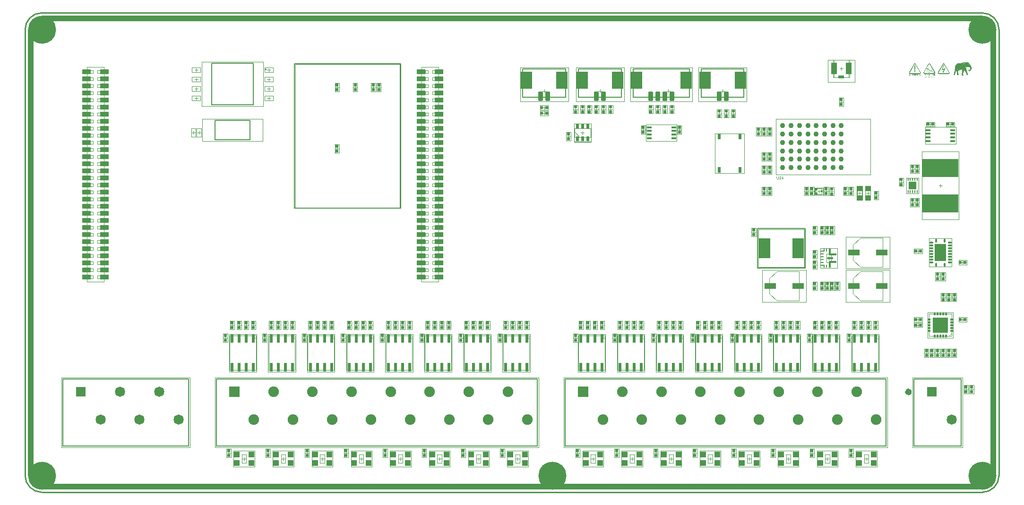
<source format=gts>
G04*
G04 #@! TF.GenerationSoftware,Altium Limited,Altium Designer,20.0.13 (296)*
G04*
G04 Layer_Color=8388736*
%FSLAX25Y25*%
%MOIN*%
G70*
G01*
G75*
%ADD10C,0.00787*%
%ADD11C,0.00394*%
%ADD12C,0.03937*%
%ADD15C,0.00500*%
%ADD18C,0.00197*%
%ADD19C,0.01000*%
%ADD20C,0.00079*%
%ADD21C,0.00394*%
%ADD58R,0.06189X0.03315*%
%ADD59R,6.63386X0.03937*%
%ADD60R,0.03937X3.14961*%
%ADD61R,0.08150X0.12087*%
G04:AMPARAMS|DCode=62|XSize=24.41mil|YSize=10.24mil|CornerRadius=1.34mil|HoleSize=0mil|Usage=FLASHONLY|Rotation=90.000|XOffset=0mil|YOffset=0mil|HoleType=Round|Shape=RoundedRectangle|*
%AMROUNDEDRECTD62*
21,1,0.02441,0.00756,0,0,90.0*
21,1,0.02173,0.01024,0,0,90.0*
1,1,0.00268,0.00378,0.01087*
1,1,0.00268,0.00378,-0.01087*
1,1,0.00268,-0.00378,-0.01087*
1,1,0.00268,-0.00378,0.01087*
%
%ADD62ROUNDEDRECTD62*%
G04:AMPARAMS|DCode=63|XSize=24.41mil|YSize=10.24mil|CornerRadius=1.34mil|HoleSize=0mil|Usage=FLASHONLY|Rotation=0.000|XOffset=0mil|YOffset=0mil|HoleType=Round|Shape=RoundedRectangle|*
%AMROUNDEDRECTD63*
21,1,0.02441,0.00756,0,0,0.0*
21,1,0.02173,0.01024,0,0,0.0*
1,1,0.00268,0.01087,-0.00378*
1,1,0.00268,-0.01087,-0.00378*
1,1,0.00268,-0.01087,0.00378*
1,1,0.00268,0.01087,0.00378*
%
%ADD63ROUNDEDRECTD63*%
%ADD64R,0.04016X0.01654*%
%ADD65R,0.02244X0.01063*%
%ADD66R,0.01063X0.02244*%
%ADD67R,0.02835X0.00965*%
%ADD68R,0.01063X0.02343*%
%ADD69R,0.01654X0.05000*%
%ADD70R,0.05787X0.01654*%
%ADD71R,0.05591X0.05197*%
%ADD72R,0.01063X0.02047*%
%ADD73R,0.07953X0.13858*%
%ADD74R,0.02047X0.03228*%
%ADD75R,0.01654X0.01654*%
%ADD76R,0.01654X0.01654*%
%ADD77R,0.05866X0.02992*%
%ADD78R,0.25669X0.12598*%
%ADD79R,0.02126X0.01929*%
%ADD80R,0.02047X0.01260*%
%ADD81R,0.01260X0.02047*%
%ADD82R,0.11102X0.11102*%
%ADD83R,0.02047X0.04016*%
%ADD84R,0.03228X0.01654*%
%ADD85R,0.04016X0.04016*%
%ADD86R,0.02441X0.02047*%
%ADD87R,0.03228X0.03228*%
%ADD88R,0.02047X0.05984*%
%ADD89R,0.01929X0.02126*%
%ADD90R,0.08346X0.11890*%
G04:AMPARAMS|DCode=91|XSize=63.78mil|YSize=32.68mil|CornerRadius=3.58mil|HoleSize=0mil|Usage=FLASHONLY|Rotation=270.000|XOffset=0mil|YOffset=0mil|HoleType=Round|Shape=RoundedRectangle|*
%AMROUNDEDRECTD91*
21,1,0.06378,0.02551,0,0,270.0*
21,1,0.05661,0.03268,0,0,270.0*
1,1,0.00717,-0.01276,-0.02831*
1,1,0.00717,-0.01276,0.02831*
1,1,0.00717,0.01276,0.02831*
1,1,0.00717,0.01276,-0.02831*
%
%ADD91ROUNDEDRECTD91*%
%ADD92R,0.04016X0.02441*%
%ADD93R,0.04016X0.07953*%
%ADD94R,0.07953X0.04016*%
%ADD95C,0.03622*%
%ADD96R,0.07480X0.07480*%
%ADD97C,0.07480*%
%ADD98C,0.07165*%
%ADD99R,0.07165X0.07165*%
%ADD100C,0.02953*%
%ADD101C,0.19764*%
G36*
X650971Y291920D02*
X651224D01*
Y291857D01*
X651731D01*
Y291920D01*
X652365D01*
Y291857D01*
X652998D01*
Y291793D01*
X653378D01*
Y291730D01*
X653632D01*
Y291667D01*
X653695D01*
Y291603D01*
X653822D01*
Y291540D01*
X653949D01*
Y291476D01*
X654012D01*
Y291413D01*
X654075D01*
Y291350D01*
X654139D01*
Y291286D01*
X654202D01*
Y291223D01*
X654265D01*
Y291160D01*
X654329D01*
Y291096D01*
Y291033D01*
X654265D01*
Y290969D01*
Y290906D01*
X654329D01*
Y290969D01*
X654392D01*
Y291033D01*
X654456D01*
Y290969D01*
Y290906D01*
X654519D01*
Y290843D01*
Y290779D01*
X654646D01*
Y290716D01*
X654582D01*
Y290653D01*
X654709D01*
Y290589D01*
X654772D01*
Y290526D01*
Y290463D01*
Y290399D01*
X654836D01*
Y290336D01*
X654899D01*
Y290272D01*
Y290209D01*
X654962D01*
Y290146D01*
Y290082D01*
Y290019D01*
X655026D01*
Y289956D01*
Y289892D01*
X655089D01*
Y289829D01*
Y289766D01*
X655153D01*
Y289702D01*
Y289639D01*
X655216D01*
Y289576D01*
X655279D01*
Y289512D01*
Y289449D01*
X655343D01*
Y289386D01*
Y289322D01*
X655406D01*
Y289259D01*
X655469D01*
Y289195D01*
X655406D01*
Y289132D01*
X655469D01*
Y289069D01*
X655533D01*
Y289005D01*
Y288942D01*
Y288879D01*
X655596D01*
Y288815D01*
Y288752D01*
Y288688D01*
X655659D01*
Y288625D01*
Y288562D01*
Y288498D01*
Y288435D01*
Y288372D01*
X655723D01*
Y288308D01*
Y288245D01*
X656546D01*
Y288182D01*
X656483D01*
Y288118D01*
X656356D01*
Y288055D01*
X656103D01*
Y287991D01*
X656483D01*
Y287928D01*
X656420D01*
Y287865D01*
X656356D01*
Y287928D01*
X656293D01*
Y287865D01*
X656230D01*
Y287801D01*
X655786D01*
Y287738D01*
Y287675D01*
Y287611D01*
Y287548D01*
Y287485D01*
Y287421D01*
Y287358D01*
Y287295D01*
Y287231D01*
Y287168D01*
X655723D01*
Y287105D01*
Y287041D01*
Y286978D01*
Y286914D01*
X655659D01*
Y286851D01*
X655596D01*
Y286788D01*
X655659D01*
Y286724D01*
X655596D01*
Y286661D01*
X655533D01*
Y286598D01*
X655469D01*
Y286534D01*
X655533D01*
Y286471D01*
X655469D01*
Y286407D01*
Y286344D01*
X655406D01*
Y286407D01*
X655343D01*
Y286344D01*
X655406D01*
Y286281D01*
Y286217D01*
X655343D01*
Y286154D01*
X655279D01*
Y286091D01*
Y286027D01*
X655216D01*
Y285964D01*
X655089D01*
Y285901D01*
Y285837D01*
X654962D01*
Y285774D01*
X654899D01*
Y285711D01*
X654772D01*
Y285647D01*
X654582D01*
Y285584D01*
X654265D01*
Y285647D01*
X654075D01*
Y285711D01*
X653949D01*
Y285774D01*
X653885D01*
Y285837D01*
X653822D01*
Y285901D01*
X653759D01*
Y285964D01*
Y286027D01*
Y286091D01*
X653695D01*
Y286154D01*
Y286217D01*
X653632D01*
Y286281D01*
Y286344D01*
Y286407D01*
Y286471D01*
X653695D01*
Y286534D01*
X653759D01*
Y286598D01*
X653695D01*
Y286661D01*
X653759D01*
Y286724D01*
Y286788D01*
X653822D01*
Y286851D01*
X653885D01*
Y286914D01*
X653949D01*
Y286978D01*
X654139D01*
Y286914D01*
X654202D01*
Y286851D01*
Y286788D01*
X654139D01*
Y286724D01*
X654202D01*
Y286661D01*
Y286598D01*
X654139D01*
Y286534D01*
X654075D01*
Y286471D01*
Y286407D01*
Y286344D01*
X654139D01*
Y286281D01*
X654265D01*
Y286217D01*
X654456D01*
Y286281D01*
X654582D01*
Y286344D01*
X654646D01*
Y286407D01*
X654709D01*
Y286471D01*
Y286534D01*
Y286598D01*
X654772D01*
Y286661D01*
X654836D01*
Y286724D01*
X654772D01*
Y286788D01*
X654836D01*
Y286851D01*
Y286914D01*
Y286978D01*
Y287041D01*
Y287105D01*
Y287168D01*
Y287231D01*
Y287295D01*
Y287358D01*
Y287421D01*
Y287485D01*
Y287548D01*
X654899D01*
Y287611D01*
X654836D01*
Y287675D01*
Y287738D01*
X654772D01*
Y287801D01*
Y287865D01*
X654709D01*
Y287928D01*
Y287991D01*
Y288055D01*
X654646D01*
Y288118D01*
Y288182D01*
X654582D01*
Y288245D01*
Y288308D01*
X654519D01*
Y288372D01*
X654139D01*
Y288308D01*
X653949D01*
Y288372D01*
X653885D01*
Y288435D01*
X653759D01*
Y288498D01*
X653695D01*
Y288562D01*
X653569D01*
Y288625D01*
X653125D01*
Y288562D01*
X653062D01*
Y288498D01*
X652935D01*
Y288435D01*
Y288372D01*
X652745D01*
Y288308D01*
Y288245D01*
X652618D01*
Y288182D01*
X652491D01*
Y288245D01*
X652428D01*
Y288182D01*
X652301D01*
Y288245D01*
X652175D01*
Y288308D01*
X652048D01*
Y288372D01*
X651921D01*
Y288435D01*
Y288498D01*
X651858D01*
Y288435D01*
X651794D01*
Y288498D01*
X651731D01*
Y288562D01*
X651668D01*
Y288625D01*
Y288688D01*
X651731D01*
Y288752D01*
X651604D01*
Y288688D01*
Y288625D01*
X651541D01*
Y288688D01*
X651477D01*
Y288752D01*
X651414D01*
Y288815D01*
X651351D01*
Y288879D01*
X651288D01*
Y288942D01*
X651224D01*
Y289005D01*
X651161D01*
Y289069D01*
X651097D01*
Y289132D01*
Y289195D01*
X651034D01*
Y289259D01*
X650971D01*
Y289322D01*
X650907D01*
Y289386D01*
Y289449D01*
X650844D01*
Y289512D01*
X650781D01*
Y289576D01*
Y289639D01*
X650717D01*
Y289576D01*
Y289512D01*
X650781D01*
Y289449D01*
Y289386D01*
X650844D01*
Y289322D01*
Y289259D01*
X650907D01*
Y289195D01*
X650971D01*
Y289132D01*
X651034D01*
Y289069D01*
Y289005D01*
X651097D01*
Y288942D01*
X651161D01*
Y288879D01*
X651224D01*
Y288815D01*
X651288D01*
Y288752D01*
X651351D01*
Y288688D01*
X651477D01*
Y288625D01*
X651541D01*
Y288562D01*
X651604D01*
Y288498D01*
X651668D01*
Y288435D01*
X651794D01*
Y288372D01*
X651858D01*
Y288308D01*
Y288245D01*
X651984D01*
Y288182D01*
Y288118D01*
Y288055D01*
Y287991D01*
Y287928D01*
Y287865D01*
Y287801D01*
Y287738D01*
X652048D01*
Y287675D01*
Y287611D01*
Y287548D01*
Y287485D01*
Y287421D01*
Y287358D01*
Y287295D01*
Y287231D01*
X652111D01*
Y287168D01*
X652175D01*
Y287105D01*
Y287041D01*
Y286978D01*
X652238D01*
Y286914D01*
Y286851D01*
X652301D01*
Y286788D01*
Y286724D01*
Y286661D01*
Y286598D01*
Y286534D01*
X652365D01*
Y286471D01*
Y286407D01*
Y286344D01*
X652428D01*
Y286281D01*
Y286217D01*
X652365D01*
Y286154D01*
X652428D01*
Y286091D01*
X652491D01*
Y286027D01*
Y285964D01*
X652428D01*
Y285901D01*
X652491D01*
Y285837D01*
Y285774D01*
X652555D01*
Y285711D01*
Y285647D01*
Y285584D01*
X652618D01*
Y285520D01*
Y285457D01*
Y285394D01*
Y285330D01*
X652681D01*
Y285267D01*
Y285204D01*
Y285140D01*
X652745D01*
Y285077D01*
X652681D01*
Y285014D01*
X652745D01*
Y284950D01*
X652808D01*
Y284887D01*
Y284823D01*
Y284760D01*
X652872D01*
Y284697D01*
Y284633D01*
Y284570D01*
X652935D01*
Y284507D01*
X652872D01*
Y284443D01*
X652935D01*
Y284380D01*
Y284317D01*
X652998D01*
Y284253D01*
X652935D01*
Y284190D01*
X652998D01*
Y284126D01*
Y284063D01*
Y284000D01*
Y283936D01*
Y283873D01*
X653062D01*
Y283810D01*
Y283746D01*
Y283683D01*
X653125D01*
Y283620D01*
Y283556D01*
X653188D01*
Y283493D01*
Y283430D01*
X653252D01*
Y283366D01*
Y283303D01*
X653315D01*
Y283239D01*
X653378D01*
Y283176D01*
Y283113D01*
X653442D01*
Y283049D01*
X653505D01*
Y282986D01*
X653569D01*
Y282923D01*
Y282859D01*
X653505D01*
Y282796D01*
X653315D01*
Y282733D01*
X652745D01*
Y282669D01*
X652681D01*
Y282733D01*
X652238D01*
Y282796D01*
Y282859D01*
X652175D01*
Y282923D01*
Y282986D01*
Y283049D01*
Y283113D01*
X652238D01*
Y283176D01*
Y283239D01*
X652301D01*
Y283303D01*
X652365D01*
Y283366D01*
Y283430D01*
X652301D01*
Y283493D01*
Y283556D01*
Y283620D01*
X652238D01*
Y283683D01*
Y283746D01*
Y283810D01*
X652175D01*
Y283873D01*
Y283936D01*
Y284000D01*
X652111D01*
Y284063D01*
Y284126D01*
X652048D01*
Y284190D01*
Y284253D01*
X651984D01*
Y284317D01*
Y284380D01*
X651921D01*
Y284443D01*
Y284507D01*
X651858D01*
Y284570D01*
X651794D01*
Y284633D01*
Y284697D01*
X651731D01*
Y284760D01*
X651794D01*
Y284823D01*
X651668D01*
Y284887D01*
Y284950D01*
Y285014D01*
X651541D01*
Y285077D01*
Y285140D01*
X651477D01*
Y285204D01*
Y285267D01*
X651414D01*
Y285330D01*
X651351D01*
Y285394D01*
X651477D01*
Y285457D01*
X651288D01*
Y285520D01*
X651224D01*
Y285584D01*
Y285647D01*
X651161D01*
Y285711D01*
X651097D01*
Y285774D01*
X651034D01*
Y285837D01*
X650971D01*
Y285901D01*
X650907D01*
Y285964D01*
X650844D01*
Y286027D01*
X650781D01*
Y286091D01*
X650717D01*
Y286154D01*
X650654D01*
Y286217D01*
X650591D01*
Y286281D01*
X650527D01*
Y286344D01*
Y286407D01*
X650464D01*
Y286471D01*
X650400D01*
Y286534D01*
Y286598D01*
X650337D01*
Y286661D01*
X650274D01*
Y286724D01*
Y286788D01*
X650210D01*
Y286851D01*
Y286914D01*
X650147D01*
Y286978D01*
Y287041D01*
X650084D01*
Y286978D01*
Y286914D01*
X650147D01*
Y286851D01*
Y286788D01*
X650210D01*
Y286724D01*
Y286661D01*
X650274D01*
Y286598D01*
Y286534D01*
X650337D01*
Y286471D01*
X650400D01*
Y286407D01*
Y286344D01*
X650464D01*
Y286281D01*
X650527D01*
Y286217D01*
Y286154D01*
X650591D01*
Y286091D01*
Y286027D01*
Y285964D01*
Y285901D01*
X650527D01*
Y285837D01*
Y285774D01*
Y285711D01*
X650464D01*
Y285647D01*
Y285584D01*
Y285520D01*
X650400D01*
Y285457D01*
Y285394D01*
X650337D01*
Y285330D01*
Y285267D01*
Y285204D01*
X650274D01*
Y285140D01*
Y285077D01*
Y285014D01*
X650210D01*
Y284950D01*
Y284887D01*
Y284823D01*
Y284760D01*
X650147D01*
Y284697D01*
Y284633D01*
Y284570D01*
Y284507D01*
X650084D01*
Y284443D01*
Y284380D01*
Y284317D01*
X650020D01*
Y284253D01*
Y284190D01*
X649957D01*
Y284126D01*
Y284063D01*
Y284000D01*
X649894D01*
Y283936D01*
Y283873D01*
X649830D01*
Y283810D01*
Y283746D01*
Y283683D01*
Y283620D01*
Y283556D01*
X649767D01*
Y283493D01*
Y283430D01*
X649830D01*
Y283366D01*
Y283303D01*
Y283239D01*
X649894D01*
Y283176D01*
X649957D01*
Y283113D01*
X650020D01*
Y283049D01*
X650084D01*
Y282986D01*
X650147D01*
Y282923D01*
Y282859D01*
X650210D01*
Y282796D01*
Y282733D01*
Y282669D01*
X650084D01*
Y282606D01*
X649260D01*
Y282669D01*
X649070D01*
Y282606D01*
X648753D01*
Y282669D01*
X648690D01*
Y282733D01*
Y282796D01*
Y282859D01*
Y282923D01*
X648753D01*
Y282986D01*
Y283049D01*
X648816D01*
Y283113D01*
X648943D01*
Y283176D01*
Y283239D01*
Y283303D01*
X649007D01*
Y283366D01*
X648943D01*
Y283430D01*
Y283493D01*
Y283556D01*
Y283620D01*
Y283683D01*
Y283746D01*
Y283810D01*
Y283873D01*
Y283936D01*
Y284000D01*
Y284063D01*
X649007D01*
Y284126D01*
Y284190D01*
Y284253D01*
Y284317D01*
Y284380D01*
Y284443D01*
Y284507D01*
Y284570D01*
X649070D01*
Y284633D01*
Y284697D01*
Y284760D01*
Y284823D01*
Y284887D01*
X649133D01*
Y284950D01*
Y285014D01*
Y285077D01*
Y285140D01*
Y285204D01*
Y285267D01*
X649197D01*
Y285330D01*
Y285394D01*
Y285457D01*
Y285520D01*
Y285584D01*
Y285647D01*
Y285711D01*
Y285774D01*
Y285837D01*
Y285901D01*
Y285964D01*
Y286027D01*
X649260D01*
Y286091D01*
X649197D01*
Y286154D01*
Y286217D01*
Y286281D01*
Y286344D01*
Y286407D01*
Y286471D01*
Y286534D01*
Y286598D01*
X649133D01*
Y286661D01*
Y286724D01*
Y286788D01*
X649007D01*
Y286724D01*
X648880D01*
Y286661D01*
X648753D01*
Y286598D01*
X648626D01*
Y286534D01*
X648436D01*
Y286471D01*
X648246D01*
Y286407D01*
X647929D01*
Y286344D01*
X647803D01*
Y286407D01*
X647612D01*
Y286344D01*
X647169D01*
Y286407D01*
X647106D01*
Y286344D01*
X647169D01*
Y286281D01*
X647042D01*
Y286217D01*
Y286154D01*
X646979D01*
Y286091D01*
X646916D01*
Y286027D01*
X646852D01*
Y285964D01*
X646789D01*
Y285901D01*
X646726D01*
Y285837D01*
X646662D01*
Y285774D01*
X646599D01*
Y285711D01*
X646535D01*
Y285647D01*
Y285584D01*
X646472D01*
Y285520D01*
Y285457D01*
Y285394D01*
X646409D01*
Y285330D01*
Y285267D01*
X646345D01*
Y285204D01*
Y285140D01*
Y285077D01*
X646282D01*
Y285014D01*
Y284950D01*
Y284887D01*
Y284823D01*
X646345D01*
Y284760D01*
Y284697D01*
Y284633D01*
Y284570D01*
Y284507D01*
Y284443D01*
Y284380D01*
Y284317D01*
Y284253D01*
Y284190D01*
Y284126D01*
Y284063D01*
Y284000D01*
Y283936D01*
Y283873D01*
Y283810D01*
X646409D01*
Y283746D01*
Y283683D01*
Y283620D01*
X646472D01*
Y283556D01*
Y283493D01*
X646535D01*
Y283430D01*
X646599D01*
Y283366D01*
X646662D01*
Y283303D01*
X646726D01*
Y283239D01*
X646789D01*
Y283176D01*
X646852D01*
Y283113D01*
X646916D01*
Y283049D01*
X646979D01*
Y282986D01*
Y282923D01*
Y282859D01*
X646916D01*
Y282796D01*
X645522D01*
Y282859D01*
X645395D01*
Y282923D01*
Y282986D01*
Y283049D01*
Y283113D01*
Y283176D01*
Y283239D01*
Y283303D01*
Y283366D01*
Y283430D01*
Y283493D01*
Y283556D01*
Y283620D01*
Y283683D01*
Y283746D01*
X645458D01*
Y283810D01*
Y283873D01*
Y283936D01*
Y284000D01*
Y284063D01*
X645522D01*
Y284126D01*
Y284190D01*
Y284253D01*
Y284317D01*
Y284380D01*
Y284443D01*
Y284507D01*
Y284570D01*
Y284633D01*
Y284697D01*
Y284760D01*
Y284823D01*
Y284887D01*
Y284950D01*
Y285014D01*
Y285077D01*
X645458D01*
Y285140D01*
Y285204D01*
Y285267D01*
Y285330D01*
Y285394D01*
Y285457D01*
Y285520D01*
X645395D01*
Y285584D01*
X645331D01*
Y285647D01*
X645268D01*
Y285711D01*
X645331D01*
Y285774D01*
X645395D01*
Y285837D01*
X645458D01*
Y285901D01*
X645522D01*
Y285964D01*
X645585D01*
Y286027D01*
Y286091D01*
X645648D01*
Y286154D01*
X645775D01*
Y286217D01*
Y286281D01*
Y286344D01*
X645712D01*
Y286281D01*
X645648D01*
Y286217D01*
X645585D01*
Y286154D01*
X645522D01*
Y286091D01*
Y286027D01*
X645458D01*
Y285964D01*
X645395D01*
Y286027D01*
X645268D01*
Y285964D01*
X645395D01*
Y285901D01*
X645331D01*
Y285837D01*
X645268D01*
Y285774D01*
X645205D01*
Y285711D01*
Y285647D01*
X645141D01*
Y285584D01*
X645078D01*
Y285520D01*
X645015D01*
Y285457D01*
X644951D01*
Y285394D01*
Y285330D01*
X644888D01*
Y285267D01*
X644825D01*
Y285204D01*
Y285140D01*
X644761D01*
Y285077D01*
Y285014D01*
X644635D01*
Y284950D01*
X644698D01*
Y284887D01*
X644635D01*
Y284823D01*
X644571D01*
Y284760D01*
Y284697D01*
Y284633D01*
X644508D01*
Y284570D01*
Y284507D01*
X644445D01*
Y284443D01*
Y284380D01*
X644381D01*
Y284317D01*
X644445D01*
Y284253D01*
X644381D01*
Y284190D01*
Y284126D01*
Y284063D01*
Y284000D01*
X644318D01*
Y284063D01*
X644254D01*
Y284000D01*
X644318D01*
Y283936D01*
Y283873D01*
Y283810D01*
Y283746D01*
X644254D01*
Y283683D01*
Y283620D01*
Y283556D01*
X644191D01*
Y283493D01*
Y283430D01*
Y283366D01*
X644128D01*
Y283303D01*
X644191D01*
Y283239D01*
Y283176D01*
Y283113D01*
X644254D01*
Y283049D01*
X644191D01*
Y283113D01*
X644128D01*
Y283049D01*
X644191D01*
Y282986D01*
Y282923D01*
Y282859D01*
X644064D01*
Y282796D01*
X644001D01*
Y282859D01*
X643431D01*
Y282923D01*
X643367D01*
Y282986D01*
X643304D01*
Y283049D01*
Y283113D01*
X643241D01*
Y283176D01*
Y283239D01*
Y283303D01*
Y283366D01*
Y283430D01*
Y283493D01*
X643304D01*
Y283556D01*
Y283620D01*
X643367D01*
Y283683D01*
X643431D01*
Y283746D01*
X643494D01*
Y283810D01*
X643557D01*
Y283746D01*
X643621D01*
Y283810D01*
X643557D01*
Y283873D01*
Y283936D01*
Y284000D01*
Y284063D01*
X643621D01*
Y284126D01*
Y284190D01*
Y284253D01*
X643684D01*
Y284317D01*
Y284380D01*
X643748D01*
Y284443D01*
Y284507D01*
X643621D01*
Y284443D01*
X643557D01*
Y284507D01*
Y284570D01*
X643431D01*
Y284633D01*
Y284697D01*
X643494D01*
Y284760D01*
Y284823D01*
Y284887D01*
Y284950D01*
Y285014D01*
X643557D01*
Y285077D01*
Y285140D01*
Y285204D01*
X643621D01*
Y285267D01*
Y285330D01*
Y285394D01*
Y285457D01*
X643684D01*
Y285520D01*
Y285584D01*
Y285647D01*
X643748D01*
Y285711D01*
Y285774D01*
Y285837D01*
X643811D01*
Y285901D01*
Y285964D01*
Y286027D01*
Y286091D01*
X643874D01*
Y286027D01*
X643938D01*
Y285964D01*
Y285901D01*
Y285837D01*
Y285774D01*
X643874D01*
Y285711D01*
Y285647D01*
Y285584D01*
Y285520D01*
X643811D01*
Y285457D01*
Y285394D01*
Y285330D01*
X643748D01*
Y285267D01*
Y285204D01*
Y285140D01*
Y285077D01*
Y285014D01*
Y284950D01*
Y284887D01*
Y284823D01*
Y284760D01*
Y284697D01*
Y284633D01*
X643684D01*
Y284570D01*
X643811D01*
Y284633D01*
Y284697D01*
Y284760D01*
X643874D01*
Y284823D01*
Y284887D01*
Y284950D01*
Y285014D01*
X643938D01*
Y285077D01*
Y285140D01*
Y285204D01*
Y285267D01*
Y285330D01*
X644001D01*
Y285394D01*
Y285457D01*
Y285520D01*
Y285584D01*
Y285647D01*
Y285711D01*
Y285774D01*
Y285837D01*
Y285901D01*
Y285964D01*
Y286027D01*
Y286091D01*
X643938D01*
Y286154D01*
X643874D01*
Y286217D01*
Y286281D01*
Y286344D01*
X643938D01*
Y286407D01*
Y286471D01*
Y286534D01*
Y286598D01*
Y286661D01*
Y286724D01*
Y286788D01*
Y286851D01*
X644001D01*
Y286914D01*
Y286978D01*
Y287041D01*
Y287105D01*
Y287168D01*
Y287231D01*
Y287295D01*
X644064D01*
Y287358D01*
Y287421D01*
Y287485D01*
Y287548D01*
Y287611D01*
Y287675D01*
Y287738D01*
Y287801D01*
Y287865D01*
Y287928D01*
Y287991D01*
Y288055D01*
Y288118D01*
Y288182D01*
Y288245D01*
Y288308D01*
Y288372D01*
Y288435D01*
Y288498D01*
X644128D01*
Y288562D01*
Y288625D01*
Y288688D01*
Y288752D01*
Y288815D01*
X644191D01*
Y288879D01*
Y288942D01*
X644254D01*
Y289005D01*
Y289069D01*
Y289132D01*
X644318D01*
Y289195D01*
X644381D01*
Y289259D01*
Y289322D01*
X644445D01*
Y289386D01*
Y289449D01*
X644571D01*
Y289512D01*
Y289576D01*
Y289639D01*
X644635D01*
Y289702D01*
X644698D01*
Y289766D01*
X644825D01*
Y289829D01*
X644761D01*
Y289892D01*
X644825D01*
Y289956D01*
X644888D01*
Y290019D01*
Y290082D01*
X644951D01*
Y290146D01*
X645015D01*
Y290209D01*
Y290272D01*
X645078D01*
Y290336D01*
X645141D01*
Y290399D01*
X645205D01*
Y290336D01*
X645268D01*
Y290399D01*
X645205D01*
Y290463D01*
Y290526D01*
X645268D01*
Y290589D01*
X645331D01*
Y290653D01*
X645395D01*
Y290716D01*
X645458D01*
Y290779D01*
X645648D01*
Y290843D01*
Y290906D01*
X645712D01*
Y290843D01*
X645775D01*
Y290906D01*
Y290969D01*
X645902D01*
Y291033D01*
X646029D01*
Y291096D01*
X646282D01*
Y291160D01*
X646472D01*
Y291096D01*
X646535D01*
Y291160D01*
X646472D01*
Y291223D01*
X646979D01*
Y291286D01*
X648500D01*
Y291350D01*
X648816D01*
Y291413D01*
X649007D01*
Y291476D01*
X649197D01*
Y291540D01*
X649387D01*
Y291603D01*
X649640D01*
Y291667D01*
X649830D01*
Y291730D01*
X650084D01*
Y291793D01*
X650210D01*
Y291857D01*
X650400D01*
Y291920D01*
X650464D01*
Y291857D01*
X650527D01*
Y291920D01*
X650591D01*
Y291857D01*
X650654D01*
Y291920D01*
X650591D01*
Y291983D01*
X650971D01*
Y291920D01*
D02*
G37*
G36*
X636322Y291061D02*
X636401Y291048D01*
X636486Y291021D01*
X636585Y290982D01*
X636683Y290923D01*
X636775Y290851D01*
X636788Y290844D01*
X636808Y290818D01*
X636834Y290785D01*
X636860Y290759D01*
X636867Y290752D01*
X636880Y290726D01*
X636906Y290693D01*
X636932Y290654D01*
X640226Y284940D01*
X640232Y284927D01*
X640252Y284894D01*
X640278Y284835D01*
X640304Y284757D01*
X640331Y284665D01*
X640344Y284566D01*
X640350Y284448D01*
X640331Y284330D01*
Y284324D01*
X640324Y284297D01*
X640311Y284258D01*
X640291Y284212D01*
Y284206D01*
X640278Y284179D01*
X640265Y284140D01*
X640239Y284094D01*
X640232Y284081D01*
X640206Y284048D01*
X640167Y283996D01*
X640114Y283937D01*
X640048Y283871D01*
X639963Y283812D01*
X639871Y283753D01*
X639760Y283707D01*
X639747D01*
X639714Y283694D01*
X639675Y283687D01*
X639642Y283681D01*
X639635D01*
X639615Y283674D01*
X639576D01*
X639524Y283668D01*
X632852D01*
X632793Y283681D01*
X632714Y283694D01*
X632622Y283720D01*
X632524Y283759D01*
X632426Y283819D01*
X632327Y283891D01*
X632321Y283897D01*
X632295Y283917D01*
X632268Y283950D01*
X632242Y283982D01*
X632235Y283989D01*
X632216Y284015D01*
X632196Y284048D01*
X632176Y284087D01*
X632170D01*
Y284094D01*
X632163Y284107D01*
X632144Y284140D01*
X632124Y284199D01*
X632098Y284271D01*
X632078Y284356D01*
X632065Y284455D01*
Y284566D01*
X632078Y284684D01*
Y284691D01*
X632085Y284698D01*
X632091Y284730D01*
X632098Y284770D01*
X632111Y284796D01*
Y284803D01*
X632124Y284829D01*
X632137Y284868D01*
X632163Y284914D01*
Y284921D01*
X632170Y284927D01*
X635470Y290641D01*
X635476Y290647D01*
X635489Y290667D01*
X635509Y290700D01*
X635535Y290739D01*
X635568Y290785D01*
X635614Y290831D01*
X635666Y290877D01*
X635719Y290916D01*
X635725D01*
X635732Y290930D01*
X635752Y290936D01*
X635778Y290956D01*
X635784Y290962D01*
X635811Y290975D01*
X635850Y290995D01*
X635903Y291015D01*
X635968Y291035D01*
X636040Y291054D01*
X636119Y291067D01*
X636204Y291074D01*
X636257D01*
X636322Y291061D01*
D02*
G37*
G36*
X626154D02*
X626233Y291048D01*
X626318Y291021D01*
X626417Y290982D01*
X626515Y290923D01*
X626607Y290851D01*
X626620Y290844D01*
X626640Y290818D01*
X626666Y290785D01*
X626692Y290759D01*
X626699Y290752D01*
X626712Y290726D01*
X626738Y290693D01*
X626764Y290654D01*
X630058Y284940D01*
X630064Y284927D01*
X630084Y284894D01*
X630110Y284835D01*
X630136Y284757D01*
X630162Y284665D01*
X630176Y284566D01*
X630182Y284448D01*
X630162Y284330D01*
Y284324D01*
X630156Y284297D01*
X630143Y284258D01*
X630123Y284212D01*
Y284206D01*
X630110Y284179D01*
X630097Y284140D01*
X630071Y284094D01*
X630064Y284081D01*
X630038Y284048D01*
X629998Y283996D01*
X629946Y283937D01*
X629881Y283871D01*
X629795Y283812D01*
X629703Y283753D01*
X629592Y283707D01*
X629579D01*
X629546Y283694D01*
X629506Y283687D01*
X629474Y283681D01*
X629467D01*
X629448Y283674D01*
X629408D01*
X629356Y283668D01*
X622684D01*
X622625Y283681D01*
X622546Y283694D01*
X622455Y283720D01*
X622356Y283759D01*
X622258Y283819D01*
X622159Y283891D01*
X622153Y283897D01*
X622126Y283917D01*
X622100Y283950D01*
X622074Y283982D01*
X622067Y283989D01*
X622048Y284015D01*
X622028Y284048D01*
X622008Y284087D01*
X622002D01*
Y284094D01*
X621995Y284107D01*
X621976Y284140D01*
X621956Y284199D01*
X621930Y284271D01*
X621910Y284356D01*
X621897Y284455D01*
Y284566D01*
X621910Y284684D01*
Y284691D01*
X621917Y284698D01*
X621923Y284730D01*
X621930Y284770D01*
X621943Y284796D01*
Y284803D01*
X621956Y284829D01*
X621969Y284868D01*
X621995Y284914D01*
Y284921D01*
X622002Y284927D01*
X625302Y290641D01*
X625308Y290647D01*
X625321Y290667D01*
X625341Y290700D01*
X625367Y290739D01*
X625400Y290785D01*
X625446Y290831D01*
X625498Y290877D01*
X625551Y290916D01*
X625557D01*
X625564Y290930D01*
X625584Y290936D01*
X625610Y290956D01*
X625616Y290962D01*
X625643Y290975D01*
X625682Y290995D01*
X625735Y291015D01*
X625800Y291035D01*
X625872Y291054D01*
X625951Y291067D01*
X626036Y291074D01*
X626089D01*
X626154Y291061D01*
D02*
G37*
G36*
X615986D02*
X616065Y291048D01*
X616150Y291021D01*
X616249Y290982D01*
X616347Y290923D01*
X616439Y290851D01*
X616452Y290844D01*
X616472Y290818D01*
X616498Y290785D01*
X616524Y290759D01*
X616531Y290752D01*
X616544Y290726D01*
X616570Y290693D01*
X616597Y290654D01*
X619890Y284940D01*
X619896Y284927D01*
X619916Y284894D01*
X619942Y284835D01*
X619968Y284757D01*
X619994Y284665D01*
X620008Y284566D01*
X620014Y284448D01*
X619994Y284330D01*
Y284324D01*
X619988Y284297D01*
X619975Y284258D01*
X619955Y284212D01*
Y284206D01*
X619942Y284179D01*
X619929Y284140D01*
X619903Y284094D01*
X619896Y284081D01*
X619870Y284048D01*
X619831Y283996D01*
X619778Y283937D01*
X619712Y283871D01*
X619627Y283812D01*
X619535Y283753D01*
X619424Y283707D01*
X619411D01*
X619378Y283694D01*
X619339Y283687D01*
X619306Y283681D01*
X619299D01*
X619279Y283674D01*
X619240D01*
X619188Y283668D01*
X612516D01*
X612457Y283681D01*
X612378Y283694D01*
X612287Y283720D01*
X612188Y283759D01*
X612090Y283819D01*
X611991Y283891D01*
X611985Y283897D01*
X611959Y283917D01*
X611932Y283950D01*
X611906Y283982D01*
X611900Y283989D01*
X611880Y284015D01*
X611860Y284048D01*
X611840Y284087D01*
X611834D01*
Y284094D01*
X611827Y284107D01*
X611808Y284140D01*
X611788Y284199D01*
X611762Y284271D01*
X611742Y284356D01*
X611729Y284455D01*
Y284566D01*
X611742Y284684D01*
Y284691D01*
X611749Y284698D01*
X611755Y284730D01*
X611762Y284770D01*
X611775Y284796D01*
Y284803D01*
X611788Y284829D01*
X611801Y284868D01*
X611827Y284914D01*
Y284921D01*
X611834Y284927D01*
X615134Y290641D01*
X615140Y290647D01*
X615153Y290667D01*
X615173Y290700D01*
X615199Y290739D01*
X615232Y290785D01*
X615278Y290831D01*
X615330Y290877D01*
X615383Y290916D01*
X615389D01*
X615396Y290930D01*
X615416Y290936D01*
X615442Y290956D01*
X615448Y290962D01*
X615475Y290975D01*
X615514Y290995D01*
X615566Y291015D01*
X615632Y291035D01*
X615704Y291054D01*
X615783Y291067D01*
X615868Y291074D01*
X615921D01*
X615986Y291061D01*
D02*
G37*
G36*
X630071Y282487D02*
X629926D01*
X629375Y283307D01*
Y282487D01*
X629244D01*
Y283530D01*
X629389D01*
X629933Y282710D01*
Y283530D01*
X630071D01*
Y282487D01*
D02*
G37*
G36*
X626574D02*
X626430D01*
X625879Y283307D01*
Y282487D01*
X625748D01*
Y283530D01*
X625892D01*
X626443Y282710D01*
Y283530D01*
X626574D01*
Y282487D01*
D02*
G37*
G36*
X619903D02*
X619758D01*
X619207Y283307D01*
Y282487D01*
X619076D01*
Y283530D01*
X619220D01*
X619765Y282710D01*
Y283530D01*
X619903D01*
Y282487D01*
D02*
G37*
G36*
X616406D02*
X616262D01*
X615711Y283307D01*
Y282487D01*
X615580D01*
Y283530D01*
X615724D01*
X616275Y282710D01*
Y283530D01*
X616406D01*
Y282487D01*
D02*
G37*
G36*
X627867D02*
X627722D01*
Y283530D01*
X627867D01*
Y282487D01*
D02*
G37*
G36*
X627558Y283405D02*
X627211D01*
Y282487D01*
X627073D01*
Y283405D01*
X626725D01*
Y283530D01*
X627558D01*
Y283405D01*
D02*
G37*
G36*
X625538D02*
X624915D01*
Y283084D01*
X625498D01*
Y282966D01*
X624915D01*
Y282605D01*
X625557D01*
Y282487D01*
X624777D01*
Y283530D01*
X625538D01*
Y283405D01*
D02*
G37*
G36*
X624632D02*
X624285D01*
Y282487D01*
X624147D01*
Y283405D01*
X623799D01*
Y283530D01*
X624632D01*
Y283405D01*
D02*
G37*
G36*
X623740D02*
X623393D01*
Y282487D01*
X623255D01*
Y283405D01*
X622907D01*
Y283530D01*
X623740D01*
Y283405D01*
D02*
G37*
G36*
X622986Y282487D02*
X622828D01*
X622704Y282802D01*
X622264D01*
X622153Y282487D01*
X622002D01*
X622409Y283530D01*
X622553D01*
X622986Y282487D01*
D02*
G37*
G36*
X617698D02*
X617554D01*
Y283530D01*
X617698D01*
Y282487D01*
D02*
G37*
G36*
X617390Y283405D02*
X617042D01*
Y282487D01*
X616905D01*
Y283405D01*
X616557D01*
Y283530D01*
X617390D01*
Y283405D01*
D02*
G37*
G36*
X615370D02*
X614747D01*
Y283084D01*
X615330D01*
Y282966D01*
X614747D01*
Y282605D01*
X615389D01*
Y282487D01*
X614609D01*
Y283530D01*
X615370D01*
Y283405D01*
D02*
G37*
G36*
X614465D02*
X614117D01*
Y282487D01*
X613979D01*
Y283405D01*
X613631D01*
Y283530D01*
X614465D01*
Y283405D01*
D02*
G37*
G36*
X613572D02*
X613225D01*
Y282487D01*
X613087D01*
Y283405D01*
X612739D01*
Y283530D01*
X613572D01*
Y283405D01*
D02*
G37*
G36*
X612818Y282487D02*
X612661D01*
X612536Y282802D01*
X612096D01*
X611985Y282487D01*
X611834D01*
X612241Y283530D01*
X612385D01*
X612818Y282487D01*
D02*
G37*
G36*
X628621Y283543D02*
X628654D01*
X628739Y283517D01*
X628785Y283504D01*
X628831Y283477D01*
X628837D01*
X628851Y283464D01*
X628870Y283451D01*
X628897Y283431D01*
X628956Y283372D01*
X629008Y283287D01*
Y283280D01*
X629014Y283267D01*
X629028Y283241D01*
X629041Y283208D01*
X629047Y283162D01*
X629061Y283117D01*
X629067Y283005D01*
Y282998D01*
Y282979D01*
Y282946D01*
X629061Y282913D01*
X629041Y282821D01*
X629001Y282723D01*
Y282716D01*
X628988Y282703D01*
X628975Y282677D01*
X628956Y282651D01*
X628897Y282592D01*
X628818Y282533D01*
X628811D01*
X628798Y282520D01*
X628772Y282513D01*
X628746Y282500D01*
X628660Y282480D01*
X628569Y282467D01*
X628542D01*
X628516Y282474D01*
X628477D01*
X628391Y282500D01*
X628345Y282513D01*
X628300Y282539D01*
X628293D01*
X628280Y282552D01*
X628260Y282565D01*
X628234Y282585D01*
X628175Y282644D01*
X628122Y282730D01*
Y282736D01*
X628116Y282749D01*
X628103Y282775D01*
X628096Y282808D01*
X628083Y282848D01*
X628070Y282893D01*
X628063Y282998D01*
Y283012D01*
Y283038D01*
X628070Y283090D01*
X628083Y283143D01*
X628096Y283208D01*
X628122Y283280D01*
X628155Y283346D01*
X628201Y283405D01*
X628208Y283412D01*
X628227Y283425D01*
X628260Y283451D01*
X628300Y283477D01*
X628352Y283504D01*
X628418Y283530D01*
X628490Y283543D01*
X628569Y283549D01*
X628595D01*
X628621Y283543D01*
D02*
G37*
G36*
X618453D02*
X618486D01*
X618571Y283517D01*
X618617Y283504D01*
X618663Y283477D01*
X618669D01*
X618682Y283464D01*
X618702Y283451D01*
X618728Y283431D01*
X618787Y283372D01*
X618840Y283287D01*
Y283280D01*
X618847Y283267D01*
X618860Y283241D01*
X618873Y283208D01*
X618879Y283162D01*
X618892Y283117D01*
X618899Y283005D01*
Y282998D01*
Y282979D01*
Y282946D01*
X618892Y282913D01*
X618873Y282821D01*
X618833Y282723D01*
Y282716D01*
X618820Y282703D01*
X618807Y282677D01*
X618787Y282651D01*
X618728Y282592D01*
X618650Y282533D01*
X618643D01*
X618630Y282520D01*
X618604Y282513D01*
X618578Y282500D01*
X618492Y282480D01*
X618400Y282467D01*
X618374D01*
X618348Y282474D01*
X618309D01*
X618223Y282500D01*
X618177Y282513D01*
X618131Y282539D01*
X618125D01*
X618112Y282552D01*
X618092Y282565D01*
X618066Y282585D01*
X618007Y282644D01*
X617954Y282730D01*
Y282736D01*
X617948Y282749D01*
X617935Y282775D01*
X617928Y282808D01*
X617915Y282848D01*
X617902Y282893D01*
X617895Y282998D01*
Y283012D01*
Y283038D01*
X617902Y283090D01*
X617915Y283143D01*
X617928Y283208D01*
X617954Y283280D01*
X617987Y283346D01*
X618033Y283405D01*
X618040Y283412D01*
X618059Y283425D01*
X618092Y283451D01*
X618131Y283477D01*
X618184Y283504D01*
X618250Y283530D01*
X618322Y283543D01*
X618400Y283549D01*
X618427D01*
X618453Y283543D01*
D02*
G37*
G36*
X626876Y282316D02*
X626909Y282310D01*
X626915Y282303D01*
X626935Y282296D01*
X626955Y282277D01*
X626974Y282251D01*
X626981Y282244D01*
X626988Y282231D01*
X626994Y282205D01*
X627001Y282172D01*
X626935Y282165D01*
Y282172D01*
X626928Y282192D01*
X626922Y282218D01*
X626902Y282238D01*
X626896Y282244D01*
X626876Y282251D01*
X626850Y282257D01*
X626810Y282264D01*
X626778D01*
X626745Y282257D01*
X626719Y282244D01*
X626712Y282238D01*
X626705Y282224D01*
X626692Y282211D01*
X626686Y282185D01*
Y282178D01*
X626692Y282172D01*
X626699Y282152D01*
X626712Y282139D01*
X626719D01*
X626732Y282126D01*
X626764Y282113D01*
X626810Y282100D01*
X626824D01*
X626863Y282087D01*
X626902Y282080D01*
X626928Y282067D01*
X626935Y282060D01*
X626955Y282054D01*
X626974Y282034D01*
X626994Y282014D01*
X627001Y282008D01*
X627007Y281995D01*
X627014Y281969D01*
X627020Y281942D01*
Y281936D01*
Y281916D01*
X627007Y281890D01*
X626994Y281864D01*
X626988Y281857D01*
X626974Y281844D01*
X626955Y281831D01*
X626928Y281818D01*
X626922Y281811D01*
X626896Y281805D01*
X626863Y281798D01*
X626824Y281791D01*
X626810D01*
X626784Y281798D01*
X626745Y281805D01*
X626705Y281818D01*
X626699D01*
X626679Y281831D01*
X626653Y281844D01*
X626633Y281870D01*
X626627Y281877D01*
X626620Y281896D01*
X626607Y281923D01*
X626601Y281962D01*
X626666Y281969D01*
Y281962D01*
Y281949D01*
X626673Y281923D01*
X626686Y281903D01*
Y281896D01*
X626699Y281890D01*
X626712Y281877D01*
X626738Y281864D01*
X626764D01*
X626791Y281857D01*
X626896D01*
X626909Y281864D01*
X626922Y281877D01*
X626935Y281890D01*
X626942Y281896D01*
X626948Y281903D01*
X626955Y281916D01*
Y281936D01*
Y281942D01*
Y281949D01*
X626948Y281962D01*
X626935Y281975D01*
Y281982D01*
X626922Y281988D01*
X626909Y281995D01*
X626889Y282008D01*
X626876Y282014D01*
X626843Y282021D01*
X626797Y282034D01*
X626784Y282041D01*
X626758Y282047D01*
X626725Y282054D01*
X626692Y282067D01*
X626686Y282073D01*
X626673Y282080D01*
X626640Y282119D01*
Y282126D01*
X626633Y282139D01*
X626627Y282159D01*
X626620Y282178D01*
Y282185D01*
X626627Y282205D01*
X626633Y282231D01*
X626646Y282257D01*
Y282264D01*
X626659Y282277D01*
X626679Y282296D01*
X626712Y282310D01*
X626719D01*
X626738Y282316D01*
X626764Y282323D01*
X626837D01*
X626876Y282316D01*
D02*
G37*
G36*
X628864D02*
X628910Y282310D01*
X628949Y282283D01*
X628956Y282277D01*
X628975Y282257D01*
X629001Y282218D01*
X629021Y282172D01*
X628956Y282159D01*
X628949Y282165D01*
X628942Y282192D01*
X628923Y282218D01*
X628903Y282238D01*
X628897Y282244D01*
X628883Y282251D01*
X628851Y282257D01*
X628818Y282264D01*
X628785D01*
X628746Y282251D01*
X628713Y282238D01*
X628706Y282231D01*
X628693Y282218D01*
X628673Y282192D01*
X628654Y282159D01*
Y282152D01*
X628647Y282133D01*
X628641Y282100D01*
Y282060D01*
Y282047D01*
Y282021D01*
X628647Y281982D01*
X628660Y281942D01*
X628667Y281936D01*
X628673Y281916D01*
X628693Y281890D01*
X628719Y281870D01*
X628726D01*
X628746Y281864D01*
X628778Y281857D01*
X628811Y281851D01*
X628824D01*
X628844Y281857D01*
X628877Y281864D01*
X628910Y281877D01*
X628916Y281883D01*
X628929Y281903D01*
X628949Y281929D01*
X628962Y281975D01*
X629034Y281955D01*
Y281949D01*
X629028Y281942D01*
X629014Y281909D01*
X628988Y281870D01*
X628956Y281837D01*
X628942Y281831D01*
X628916Y281818D01*
X628870Y281798D01*
X628818Y281791D01*
X628805D01*
X628765Y281798D01*
X628719Y281811D01*
X628680Y281831D01*
X628673Y281837D01*
X628647Y281851D01*
X628621Y281877D01*
X628595Y281916D01*
Y281923D01*
X628588Y281929D01*
X628582Y281962D01*
X628575Y282008D01*
X628569Y282060D01*
Y282067D01*
Y282073D01*
X628575Y282106D01*
X628582Y282152D01*
X628601Y282205D01*
X628608Y282211D01*
X628621Y282238D01*
X628647Y282264D01*
X628687Y282290D01*
X628700Y282296D01*
X628726Y282310D01*
X628765Y282316D01*
X628818Y282323D01*
X628831D01*
X628864Y282316D01*
D02*
G37*
G36*
X624823D02*
X624869Y282310D01*
X624915Y282283D01*
X624921Y282277D01*
X624941Y282257D01*
X624967Y282218D01*
X624987Y282172D01*
X624921Y282159D01*
X624915Y282165D01*
X624908Y282192D01*
X624888Y282211D01*
X624869Y282238D01*
X624862Y282244D01*
X624842Y282251D01*
X624816Y282257D01*
X624777Y282264D01*
X624744D01*
X624711Y282251D01*
X624678Y282238D01*
X624672Y282231D01*
X624659Y282218D01*
X624639Y282192D01*
X624619Y282159D01*
Y282152D01*
X624613Y282126D01*
X624606Y282093D01*
X624600Y282060D01*
Y282047D01*
X624606Y282021D01*
X624613Y281982D01*
X624626Y281942D01*
X624632Y281936D01*
X624639Y281916D01*
X624659Y281890D01*
X624685Y281870D01*
X624691D01*
X624711Y281864D01*
X624744Y281857D01*
X624777Y281851D01*
X624790D01*
X624810Y281857D01*
X624842Y281864D01*
X624869Y281877D01*
X624875Y281883D01*
X624888Y281896D01*
X624908Y281929D01*
X624928Y281975D01*
X625000Y281955D01*
Y281949D01*
X624993Y281942D01*
X624980Y281909D01*
X624954Y281870D01*
X624921Y281837D01*
X624908Y281831D01*
X624882Y281818D01*
X624836Y281798D01*
X624777Y281791D01*
X624764D01*
X624731Y281798D01*
X624685Y281811D01*
X624639Y281831D01*
X624632Y281837D01*
X624613Y281851D01*
X624586Y281877D01*
X624560Y281916D01*
Y281923D01*
X624554Y281929D01*
X624547Y281962D01*
X624541Y282008D01*
X624534Y282060D01*
Y282067D01*
Y282073D01*
X624541Y282106D01*
X624547Y282152D01*
X624567Y282205D01*
X624573Y282211D01*
X624586Y282238D01*
X624613Y282264D01*
X624652Y282290D01*
X624665Y282296D01*
X624691Y282310D01*
X624731Y282316D01*
X624777Y282323D01*
X624790D01*
X624823Y282316D01*
D02*
G37*
G36*
X628464Y281805D02*
X628398D01*
Y282316D01*
X628464D01*
Y281805D01*
D02*
G37*
G36*
X628313Y282257D02*
X628142D01*
Y281805D01*
X628070D01*
Y282257D01*
X627899D01*
Y282316D01*
X628313D01*
Y282257D01*
D02*
G37*
G36*
X627939Y281805D02*
X627860D01*
X627794Y281949D01*
X627578D01*
X627519Y281805D01*
X627447D01*
X627650Y282316D01*
X627722D01*
X627939Y281805D01*
D02*
G37*
G36*
X627486Y282257D02*
X627316D01*
Y281805D01*
X627243D01*
Y282257D01*
X627073D01*
Y282316D01*
X627486D01*
Y282257D01*
D02*
G37*
G36*
X625833Y282310D02*
X625866Y282303D01*
X625872Y282296D01*
X625885Y282290D01*
X625905Y282270D01*
X625925Y282251D01*
X625931Y282244D01*
X625938Y282224D01*
X625944Y282205D01*
X625951Y282178D01*
Y282172D01*
X625944Y282146D01*
X625938Y282113D01*
X625912Y282080D01*
X625905Y282073D01*
X625885Y282060D01*
X625853Y282041D01*
X625800Y282028D01*
X625807D01*
X625813Y282021D01*
X625846Y282008D01*
X625853Y282001D01*
X625859Y281988D01*
X625879Y281969D01*
X625899Y281936D01*
X625990Y281805D01*
X625905D01*
X625833Y281903D01*
X625826Y281909D01*
X625813Y281929D01*
X625800Y281955D01*
X625787Y281975D01*
X625780Y281982D01*
X625774Y281988D01*
X625761Y282001D01*
X625748Y282008D01*
X625741Y282014D01*
X625735D01*
X625715Y282021D01*
X625708Y282028D01*
X625597D01*
Y281805D01*
X625531D01*
Y282316D01*
X625800D01*
X625833Y282310D01*
D02*
G37*
G36*
X625459Y282257D02*
X625282D01*
Y281805D01*
X625216D01*
Y282257D01*
X625039D01*
Y282316D01*
X625459D01*
Y282257D01*
D02*
G37*
G36*
X624442D02*
X624134D01*
Y282093D01*
X624429D01*
Y282034D01*
X624134D01*
Y281857D01*
X624455D01*
Y281805D01*
X624068D01*
Y282316D01*
X624442D01*
Y282257D01*
D02*
G37*
G36*
X623727Y281857D02*
X623983D01*
Y281805D01*
X623655D01*
Y282316D01*
X623727D01*
Y281857D01*
D02*
G37*
G36*
X623550Y282257D02*
X623242D01*
Y282093D01*
X623530D01*
Y282034D01*
X623242D01*
Y281857D01*
X623563D01*
Y281805D01*
X623170D01*
Y282316D01*
X623550D01*
Y282257D01*
D02*
G37*
G36*
X626332Y282316D02*
X626371Y282310D01*
X626417Y282290D01*
X626430Y282283D01*
X626450Y282264D01*
X626476Y282238D01*
X626502Y282192D01*
X626509Y282185D01*
X626522Y282152D01*
X626528Y282113D01*
X626535Y282054D01*
Y282047D01*
Y282041D01*
X626528Y282001D01*
X626522Y281955D01*
X626502Y281909D01*
X626496Y281903D01*
X626476Y281877D01*
X626450Y281851D01*
X626410Y281824D01*
X626404Y281818D01*
X626377Y281811D01*
X626338Y281798D01*
X626286Y281791D01*
X626272D01*
X626240Y281798D01*
X626200Y281811D01*
X626154Y281831D01*
X626141Y281837D01*
X626122Y281851D01*
X626089Y281877D01*
X626069Y281916D01*
X626062Y281923D01*
X626056Y281955D01*
X626043Y281995D01*
X626036Y282047D01*
Y282054D01*
Y282067D01*
X626043Y282093D01*
Y282119D01*
X626062Y282192D01*
X626102Y282251D01*
X626108Y282257D01*
X626115Y282264D01*
X626154Y282290D01*
X626207Y282310D01*
X626246Y282323D01*
X626299D01*
X626332Y282316D01*
D02*
G37*
G36*
X624521Y281621D02*
X624560Y281608D01*
X624567Y281601D01*
X624586Y281595D01*
X624606Y281575D01*
X624626Y281549D01*
X624632Y281542D01*
X624639Y281529D01*
X624646Y281496D01*
X624652Y281463D01*
X624586D01*
Y281470D01*
X624580Y281490D01*
X624567Y281516D01*
X624547Y281536D01*
X624541Y281542D01*
X624521Y281549D01*
X624495Y281555D01*
X624455Y281562D01*
X624423D01*
X624396Y281549D01*
X624370Y281536D01*
X624364Y281529D01*
X624357Y281522D01*
X624344Y281503D01*
X624337Y281483D01*
Y281476D01*
Y281470D01*
X624344Y281450D01*
X624357Y281437D01*
X624364D01*
X624383Y281431D01*
X624409Y281417D01*
X624462Y281398D01*
X624475D01*
X624501Y281391D01*
X624534Y281385D01*
X624580Y281365D01*
X624586Y281359D01*
X624606Y281352D01*
X624626Y281332D01*
X624646Y281313D01*
X624652Y281306D01*
X624659Y281293D01*
X624665Y281267D01*
Y281240D01*
Y281234D01*
Y281214D01*
X624659Y281188D01*
X624646Y281155D01*
X624639Y281149D01*
X624626Y281135D01*
X624606Y281122D01*
X624573Y281103D01*
X624567D01*
X624547Y281096D01*
X624514Y281089D01*
X624475Y281083D01*
X624436D01*
X624396Y281089D01*
X624357Y281103D01*
X624350Y281109D01*
X624331Y281116D01*
X624304Y281135D01*
X624278Y281162D01*
X624272Y281168D01*
X624265Y281194D01*
X624259Y281227D01*
X624252Y281260D01*
X624318Y281267D01*
Y281260D01*
Y281247D01*
X624324Y281221D01*
X624337Y281201D01*
X624350Y281188D01*
X624364Y281175D01*
X624390Y281155D01*
X624396D01*
X624416Y281149D01*
X624442Y281142D01*
X624495D01*
X624521Y281149D01*
X624541Y281155D01*
X624547D01*
X624560Y281162D01*
X624573Y281175D01*
X624586Y281188D01*
Y281194D01*
X624593Y281201D01*
X624600Y281234D01*
Y281240D01*
Y281247D01*
X624586Y281273D01*
Y281280D01*
X624573Y281286D01*
X624541Y281306D01*
X624534D01*
X624514Y281313D01*
X624482Y281326D01*
X624442Y281332D01*
X624429D01*
X624403Y281339D01*
X624370Y281352D01*
X624344Y281365D01*
X624337Y281372D01*
X624324Y281378D01*
X624304Y281391D01*
X624291Y281411D01*
Y281417D01*
X624285Y281431D01*
X624278Y281450D01*
X624272Y281476D01*
Y281483D01*
X624278Y281503D01*
X624285Y281529D01*
X624298Y281555D01*
Y281562D01*
X624311Y281575D01*
X624331Y281595D01*
X624357Y281608D01*
X624364Y281614D01*
X624390Y281621D01*
X624423Y281627D01*
X624488D01*
X624521Y281621D01*
D02*
G37*
G36*
X623012D02*
X623052Y281608D01*
X623058Y281601D01*
X623078Y281595D01*
X623104Y281575D01*
X623124Y281549D01*
X623130Y281542D01*
X623137Y281522D01*
X623143Y281496D01*
X623150Y281463D01*
X623078D01*
Y281470D01*
X623071Y281490D01*
X623065Y281516D01*
X623045Y281536D01*
X623038Y281542D01*
X623019Y281549D01*
X622993Y281555D01*
X622953Y281562D01*
X622920D01*
X622888Y281549D01*
X622861Y281536D01*
X622855Y281529D01*
X622848Y281522D01*
X622842Y281503D01*
X622835Y281483D01*
Y281476D01*
Y281470D01*
X622842Y281450D01*
X622855Y281437D01*
X622861D01*
X622874Y281431D01*
X622907Y281417D01*
X622960Y281398D01*
X622973D01*
X622999Y281391D01*
X623038Y281378D01*
X623071Y281365D01*
X623078Y281359D01*
X623097Y281352D01*
X623117Y281332D01*
X623137Y281313D01*
X623143Y281306D01*
X623150Y281293D01*
X623156Y281267D01*
X623163Y281240D01*
Y281234D01*
Y281214D01*
X623150Y281188D01*
X623137Y281155D01*
X623130Y281149D01*
X623124Y281135D01*
X623104Y281122D01*
X623071Y281103D01*
X623065D01*
X623045Y281096D01*
X623012Y281089D01*
X622973Y281083D01*
X622933D01*
X622888Y281089D01*
X622848Y281103D01*
X622842Y281109D01*
X622822Y281116D01*
X622796Y281135D01*
X622776Y281162D01*
X622769Y281168D01*
X622763Y281194D01*
X622750Y281227D01*
X622743Y281260D01*
X622815Y281267D01*
Y281260D01*
Y281240D01*
X622822Y281221D01*
X622835Y281201D01*
X622848Y281188D01*
X622861Y281175D01*
X622888Y281155D01*
X622894D01*
X622914Y281149D01*
X622940Y281142D01*
X622993D01*
X623038Y281155D01*
X623045Y281162D01*
X623052Y281168D01*
X623078Y281188D01*
X623084Y281194D01*
X623091Y281201D01*
X623097Y281214D01*
Y281234D01*
Y281240D01*
Y281247D01*
X623091Y281260D01*
X623078Y281273D01*
Y281280D01*
X623071Y281286D01*
X623038Y281306D01*
X623032Y281313D01*
X623006Y281319D01*
X622973Y281326D01*
X622940Y281332D01*
X622927D01*
X622901Y281339D01*
X622868Y281352D01*
X622842Y281365D01*
X622835Y281372D01*
X622822Y281378D01*
X622802Y281391D01*
X622783Y281411D01*
Y281417D01*
X622776Y281431D01*
X622769Y281476D01*
Y281483D01*
Y281503D01*
X622776Y281529D01*
X622789Y281555D01*
X622796Y281562D01*
X622809Y281575D01*
X622828Y281595D01*
X622855Y281608D01*
X622861Y281614D01*
X622881Y281621D01*
X622914Y281627D01*
X622979D01*
X623012Y281621D01*
D02*
G37*
G36*
X628772D02*
X628818Y281608D01*
X628864Y281581D01*
X628870Y281575D01*
X628890Y281555D01*
X628916Y281516D01*
X628936Y281470D01*
X628870Y281457D01*
X628864Y281463D01*
X628857Y281490D01*
X628837Y281516D01*
X628818Y281536D01*
X628811Y281542D01*
X628792Y281555D01*
X628765Y281562D01*
X628726Y281568D01*
X628719D01*
X628693Y281562D01*
X628660Y281555D01*
X628627Y281536D01*
X628621Y281529D01*
X628601Y281516D01*
X628582Y281490D01*
X628569Y281457D01*
Y281450D01*
X628562Y281431D01*
X628555Y281398D01*
Y281359D01*
Y281345D01*
Y281319D01*
X628562Y281280D01*
X628575Y281240D01*
X628582Y281234D01*
X628588Y281214D01*
X628608Y281188D01*
X628634Y281168D01*
X628641Y281162D01*
X628660Y281155D01*
X628687Y281149D01*
X628719Y281142D01*
X628726D01*
X628752Y281149D01*
X628785Y281155D01*
X628818Y281175D01*
X628824Y281181D01*
X628837Y281201D01*
X628857Y281227D01*
X628877Y281273D01*
X628942Y281260D01*
Y281254D01*
X628936Y281247D01*
X628923Y281214D01*
X628903Y281168D01*
X628864Y281129D01*
X628851Y281122D01*
X628824Y281109D01*
X628778Y281089D01*
X628726Y281083D01*
X628713D01*
X628680Y281089D01*
X628634Y281096D01*
X628588Y281116D01*
X628582Y281122D01*
X628562Y281142D01*
X628536Y281175D01*
X628509Y281214D01*
X628503Y281227D01*
X628496Y281260D01*
X628490Y281306D01*
X628483Y281359D01*
Y281365D01*
Y281372D01*
X628490Y281404D01*
X628496Y281450D01*
X628509Y281496D01*
X628516Y281509D01*
X628536Y281536D01*
X628562Y281568D01*
X628601Y281595D01*
X628614Y281601D01*
X628641Y281614D01*
X628680Y281621D01*
X628726Y281627D01*
X628739D01*
X628772Y281621D01*
D02*
G37*
G36*
X624160Y281089D02*
X624088D01*
X623812Y281503D01*
Y281089D01*
X623747D01*
Y281614D01*
X623812D01*
X624088Y281201D01*
Y281614D01*
X624160D01*
Y281089D01*
D02*
G37*
G36*
X628030D02*
X627958D01*
X627755Y281614D01*
X627834D01*
X627965Y281234D01*
X627972Y281227D01*
X627978Y281201D01*
X627991Y281175D01*
X627998Y281149D01*
Y281155D01*
X628004Y281175D01*
X628011Y281201D01*
X628024Y281234D01*
X628168Y281614D01*
X628234D01*
X628030Y281089D01*
D02*
G37*
G36*
X625833D02*
X625767D01*
X625564Y281614D01*
X625636D01*
X625774Y281234D01*
Y281227D01*
X625780Y281214D01*
X625787Y281188D01*
X625800Y281149D01*
Y281155D01*
X625807Y281175D01*
X625820Y281201D01*
X625833Y281234D01*
X625971Y281614D01*
X626043D01*
X625833Y281089D01*
D02*
G37*
G36*
X629408Y281555D02*
X629100D01*
Y281391D01*
X629389D01*
Y281332D01*
X629100D01*
Y281155D01*
X629421D01*
Y281089D01*
X629034D01*
Y281614D01*
X629408D01*
Y281555D01*
D02*
G37*
G36*
X628378Y281089D02*
X628313D01*
Y281614D01*
X628378D01*
Y281089D01*
D02*
G37*
G36*
X627703Y281555D02*
X627394D01*
Y281391D01*
X627683D01*
Y281332D01*
X627394D01*
Y281155D01*
X627716D01*
Y281089D01*
X627322D01*
Y281614D01*
X627703D01*
Y281555D01*
D02*
G37*
G36*
X627066Y281608D02*
X627073D01*
X627093Y281601D01*
X627145Y281568D01*
X627151Y281562D01*
X627171Y281542D01*
X627191Y281516D01*
X627204Y281476D01*
X627211Y281470D01*
X627217Y281444D01*
X627224Y281404D01*
Y281359D01*
Y281345D01*
Y281319D01*
X627217Y281280D01*
X627211Y281247D01*
Y281240D01*
X627204Y281221D01*
X627178Y281175D01*
X627171Y281168D01*
X627165Y281155D01*
X627145Y281142D01*
X627132Y281129D01*
X627125D01*
X627112Y281116D01*
X627066Y281096D01*
X627046D01*
X627014Y281089D01*
X626797D01*
Y281614D01*
X627033D01*
X627066Y281608D01*
D02*
G37*
G36*
X626482Y281555D02*
X626174D01*
Y281391D01*
X626463D01*
Y281332D01*
X626174D01*
Y281155D01*
X626496D01*
Y281089D01*
X626102D01*
Y281614D01*
X626482D01*
Y281555D01*
D02*
G37*
G36*
X625498Y281089D02*
X625420D01*
Y281614D01*
X625498D01*
Y281089D01*
D02*
G37*
G36*
X625341Y281555D02*
X625170D01*
Y281089D01*
X625098D01*
Y281555D01*
X624928D01*
Y281614D01*
X625341D01*
Y281555D01*
D02*
G37*
G36*
X624842Y281089D02*
X624777D01*
Y281614D01*
X624842D01*
Y281089D01*
D02*
G37*
G36*
X623635Y281555D02*
X623327D01*
Y281391D01*
X623622D01*
Y281332D01*
X623327D01*
Y281155D01*
X623648D01*
Y281089D01*
X623261D01*
Y281614D01*
X623635D01*
Y281555D01*
D02*
G37*
G36*
X519893Y210006D02*
Y210002D01*
Y209992D01*
Y209976D01*
X519891Y209955D01*
Y209930D01*
X519889Y209901D01*
X519887Y209868D01*
X519884Y209831D01*
X519880Y209794D01*
X519875Y209754D01*
X519863Y209673D01*
X519845Y209594D01*
X519835Y209558D01*
X519823Y209523D01*
Y209521D01*
X519819Y209516D01*
X519816Y209505D01*
X519809Y209493D01*
X519802Y209477D01*
X519791Y209460D01*
X519781Y209440D01*
X519767Y209419D01*
X519751Y209397D01*
X519732Y209374D01*
X519712Y209349D01*
X519690Y209325D01*
X519663Y209300D01*
X519637Y209278D01*
X519607Y209253D01*
X519574Y209232D01*
X519572Y209230D01*
X519565Y209227D01*
X519557Y209222D01*
X519541Y209215D01*
X519523Y209206D01*
X519502Y209197D01*
X519478Y209187D01*
X519448Y209176D01*
X519417Y209166D01*
X519382Y209155D01*
X519341Y209146D01*
X519301Y209138D01*
X519256Y209131D01*
X519208Y209125D01*
X519158Y209122D01*
X519103Y209120D01*
X519075D01*
X519056Y209122D01*
X519032Y209124D01*
X519004Y209125D01*
X518974Y209129D01*
X518939Y209133D01*
X518904Y209138D01*
X518865Y209143D01*
X518788Y209160D01*
X518750Y209173D01*
X518711Y209185D01*
X518675Y209199D01*
X518640Y209216D01*
X518638Y209218D01*
X518633Y209222D01*
X518622Y209227D01*
X518610Y209234D01*
X518596Y209244D01*
X518578Y209257D01*
X518561Y209273D01*
X518542Y209288D01*
X518521Y209308D01*
X518500Y209329D01*
X518477Y209351D01*
X518456Y209378D01*
X518437Y209405D01*
X518417Y209435D01*
X518400Y209467D01*
X518384Y209500D01*
Y209502D01*
X518381Y209509D01*
X518377Y209519D01*
X518372Y209533D01*
X518367Y209553D01*
X518360Y209575D01*
X518353Y209601D01*
X518346Y209633D01*
X518339Y209666D01*
X518332Y209705D01*
X518325Y209747D01*
X518319Y209792D01*
X518314Y209840D01*
X518311Y209892D01*
X518309Y209948D01*
X518307Y210006D01*
Y211171D01*
X518575D01*
Y210008D01*
Y210004D01*
Y209995D01*
Y209983D01*
Y209964D01*
X518577Y209943D01*
Y209918D01*
X518578Y209890D01*
X518580Y209860D01*
X518587Y209798D01*
X518594Y209735D01*
X518601Y209703D01*
X518606Y209673D01*
X518613Y209645D01*
X518622Y209621D01*
Y209619D01*
X518624Y209615D01*
X518627Y209609D01*
X518631Y209600D01*
X518638Y209589D01*
X518643Y209579D01*
X518662Y209551D01*
X518685Y209519D01*
X518713Y209488D01*
X518748Y209456D01*
X518790Y209428D01*
X518792D01*
X518795Y209425D01*
X518802Y209423D01*
X518811Y209418D01*
X518823Y209413D01*
X518837Y209407D01*
X518853Y209402D01*
X518871Y209395D01*
X518892Y209388D01*
X518913Y209383D01*
X518937Y209378D01*
X518963Y209372D01*
X519019Y209365D01*
X519081Y209362D01*
X519093D01*
X519109Y209364D01*
X519128D01*
X519152Y209365D01*
X519180Y209369D01*
X519210Y209372D01*
X519243Y209379D01*
X519277Y209386D01*
X519312Y209395D01*
X519347Y209405D01*
X519382Y209418D01*
X519415Y209434D01*
X519445Y209451D01*
X519474Y209472D01*
X519499Y209495D01*
X519501Y209496D01*
X519504Y209502D01*
X519511Y209509D01*
X519518Y209521D01*
X519529Y209537D01*
X519539Y209558D01*
X519550Y209580D01*
X519562Y209609D01*
X519574Y209642D01*
X519585Y209679D01*
X519595Y209720D01*
X519606Y209768D01*
X519613Y209819D01*
X519620Y209876D01*
X519623Y209939D01*
X519625Y210008D01*
Y211171D01*
X519893D01*
Y210006D01*
D02*
G37*
G36*
X522847Y209864D02*
X523120D01*
Y209636D01*
X522847D01*
Y209154D01*
X522598D01*
Y209636D01*
X521723D01*
Y209864D01*
X522644Y211171D01*
X522847D01*
Y209864D01*
D02*
G37*
G36*
X520934Y211176D02*
X520953D01*
X520978Y211173D01*
X521007Y211170D01*
X521039Y211164D01*
X521072Y211159D01*
X521109Y211150D01*
X521146Y211140D01*
X521184Y211126D01*
X521223Y211110D01*
X521261Y211092D01*
X521298Y211070D01*
X521333Y211045D01*
X521366Y211017D01*
X521368Y211016D01*
X521373Y211010D01*
X521382Y211001D01*
X521392Y210989D01*
X521406Y210974D01*
X521420Y210954D01*
X521434Y210931D01*
X521452Y210907D01*
X521468Y210879D01*
X521482Y210849D01*
X521497Y210816D01*
X521510Y210781D01*
X521520Y210744D01*
X521529Y210704D01*
X521534Y210662D01*
X521536Y210618D01*
Y210616D01*
Y210613D01*
Y210606D01*
Y210597D01*
X521534Y210587D01*
Y210573D01*
X521529Y210543D01*
X521524Y210506D01*
X521515Y210466D01*
X521503Y210422D01*
X521485Y210379D01*
Y210377D01*
X521483Y210373D01*
X521480Y210366D01*
X521476Y210359D01*
X521471Y210347D01*
X521464Y210335D01*
X521455Y210321D01*
X521447Y210305D01*
X521424Y210268D01*
X521396Y210226D01*
X521361Y210181D01*
X521321Y210134D01*
X521319Y210132D01*
X521315Y210128D01*
X521308Y210120D01*
X521300Y210109D01*
X521286Y210097D01*
X521270Y210081D01*
X521252Y210062D01*
X521231Y210041D01*
X521205Y210016D01*
X521177Y209990D01*
X521147Y209960D01*
X521112Y209929D01*
X521076Y209895D01*
X521034Y209859D01*
X520990Y209820D01*
X520941Y209778D01*
X520939Y209776D01*
X520930Y209770D01*
X520920Y209761D01*
X520904Y209749D01*
X520887Y209733D01*
X520867Y209715D01*
X520845Y209696D01*
X520822Y209677D01*
X520773Y209635D01*
X520726Y209593D01*
X520705Y209574D01*
X520684Y209554D01*
X520668Y209539D01*
X520654Y209524D01*
X520650Y209521D01*
X520643Y209514D01*
X520631Y209500D01*
X520617Y209483D01*
X520601Y209463D01*
X520584Y209440D01*
X520566Y209416D01*
X520551Y209391D01*
X521539D01*
Y209154D01*
X520206D01*
Y209155D01*
Y209157D01*
Y209162D01*
Y209169D01*
Y209187D01*
X520208Y209208D01*
X520211Y209234D01*
X520216Y209264D01*
X520223Y209294D01*
X520234Y209325D01*
Y209327D01*
X520236Y209332D01*
X520239Y209339D01*
X520244Y209348D01*
X520250Y209360D01*
X520257Y209376D01*
X520264Y209391D01*
X520274Y209409D01*
X520295Y209451D01*
X520325Y209495D01*
X520358Y209544D01*
X520397Y209593D01*
X520398Y209594D01*
X520402Y209598D01*
X520409Y209607D01*
X520418Y209615D01*
X520430Y209628D01*
X520444Y209644D01*
X520460Y209661D01*
X520479Y209680D01*
X520502Y209701D01*
X520524Y209724D01*
X520552Y209750D01*
X520580Y209776D01*
X520612Y209805D01*
X520645Y209834D01*
X520682Y209866D01*
X520720Y209897D01*
X520722D01*
X520724Y209901D01*
X520734Y209910D01*
X520752Y209924D01*
X520773Y209943D01*
X520801Y209965D01*
X520831Y209992D01*
X520864Y210021D01*
X520899Y210053D01*
X520936Y210086D01*
X520974Y210121D01*
X521011Y210156D01*
X521048Y210193D01*
X521081Y210228D01*
X521112Y210263D01*
X521140Y210295D01*
X521165Y210326D01*
X521167Y210328D01*
X521170Y210333D01*
X521175Y210342D01*
X521182Y210352D01*
X521191Y210366D01*
X521202Y210384D01*
X521212Y210401D01*
X521223Y210422D01*
X521244Y210468D01*
X521263Y210519D01*
X521270Y210545D01*
X521275Y210571D01*
X521279Y210597D01*
X521280Y210624D01*
Y210625D01*
Y210630D01*
Y210637D01*
X521279Y210648D01*
X521277Y210660D01*
X521275Y210676D01*
X521272Y210692D01*
X521268Y210709D01*
X521254Y210750D01*
X521247Y210769D01*
X521237Y210790D01*
X521224Y210811D01*
X521210Y210832D01*
X521195Y210853D01*
X521175Y210872D01*
X521174Y210874D01*
X521170Y210877D01*
X521165Y210881D01*
X521156Y210888D01*
X521146Y210895D01*
X521133Y210904D01*
X521119Y210914D01*
X521102Y210923D01*
X521083Y210931D01*
X521062Y210942D01*
X521039Y210951D01*
X521014Y210958D01*
X520990Y210965D01*
X520962Y210970D01*
X520932Y210972D01*
X520901Y210974D01*
X520883D01*
X520871Y210972D01*
X520857Y210970D01*
X520839Y210968D01*
X520818Y210965D01*
X520797Y210960D01*
X520752Y210947D01*
X520729Y210939D01*
X520705Y210928D01*
X520682Y210916D01*
X520659Y210900D01*
X520636Y210884D01*
X520615Y210865D01*
X520614Y210863D01*
X520610Y210860D01*
X520605Y210855D01*
X520600Y210846D01*
X520591Y210834D01*
X520582Y210821D01*
X520572Y210806D01*
X520563Y210788D01*
X520552Y210767D01*
X520542Y210744D01*
X520533Y210720D01*
X520526Y210694D01*
X520519Y210665D01*
X520514Y210634D01*
X520510Y210602D01*
X520509Y210567D01*
X520253Y210594D01*
Y210597D01*
X520255Y210606D01*
X520257Y210622D01*
X520260Y210641D01*
X520264Y210664D01*
X520271Y210692D01*
X520278Y210721D01*
X520286Y210755D01*
X520299Y210790D01*
X520311Y210825D01*
X520327Y210861D01*
X520346Y210896D01*
X520367Y210933D01*
X520390Y210966D01*
X520418Y210998D01*
X520447Y211028D01*
X520449Y211030D01*
X520456Y211035D01*
X520465Y211042D01*
X520479Y211051D01*
X520496Y211063D01*
X520517Y211075D01*
X520542Y211089D01*
X520570Y211103D01*
X520600Y211117D01*
X520635Y211131D01*
X520673Y211143D01*
X520713Y211156D01*
X520757Y211164D01*
X520804Y211171D01*
X520853Y211176D01*
X520906Y211178D01*
X520918D01*
X520934Y211176D01*
D02*
G37*
%LPC*%
G36*
X651288Y291603D02*
X651224D01*
Y291540D01*
X651288D01*
Y291476D01*
X651351D01*
Y291540D01*
X651288D01*
Y291603D01*
D02*
G37*
G36*
Y291476D02*
X651224D01*
Y291413D01*
X651288D01*
Y291476D01*
D02*
G37*
G36*
X651224Y291413D02*
X651161D01*
Y291350D01*
X651224D01*
Y291413D01*
D02*
G37*
G36*
X651097D02*
X650907D01*
Y291350D01*
X651097D01*
Y291413D01*
D02*
G37*
G36*
X650907Y291350D02*
X650717D01*
Y291286D01*
X650591D01*
Y291223D01*
X650464D01*
Y291160D01*
X650400D01*
Y291096D01*
X650337D01*
Y291033D01*
X650274D01*
Y290969D01*
Y290906D01*
Y290843D01*
Y290779D01*
Y290716D01*
Y290653D01*
Y290589D01*
Y290526D01*
Y290463D01*
X650337D01*
Y290399D01*
Y290336D01*
Y290272D01*
Y290209D01*
X650400D01*
Y290146D01*
Y290082D01*
Y290019D01*
X650464D01*
Y290082D01*
Y290146D01*
Y290209D01*
X650400D01*
Y290272D01*
Y290336D01*
Y290399D01*
Y290463D01*
Y290526D01*
X650337D01*
Y290589D01*
Y290653D01*
Y290716D01*
Y290779D01*
Y290843D01*
Y290906D01*
Y290969D01*
X650400D01*
Y291033D01*
X650464D01*
Y290969D01*
X650527D01*
Y291033D01*
X650464D01*
Y291096D01*
X650591D01*
Y291160D01*
X650654D01*
Y291223D01*
X650781D01*
Y291286D01*
X650907D01*
Y291350D01*
D02*
G37*
G36*
X645648Y290716D02*
X645585D01*
Y290653D01*
X645648D01*
Y290716D01*
D02*
G37*
G36*
X653695Y290653D02*
X653632D01*
Y290589D01*
X653695D01*
Y290526D01*
X653885D01*
Y290463D01*
X653949D01*
Y290526D01*
X654012D01*
Y290589D01*
X653695D01*
Y290653D01*
D02*
G37*
G36*
X653949Y290779D02*
X653759D01*
Y290716D01*
X653949D01*
Y290653D01*
X654012D01*
Y290589D01*
X654075D01*
Y290526D01*
Y290463D01*
Y290399D01*
X654139D01*
Y290463D01*
Y290526D01*
Y290589D01*
X654075D01*
Y290653D01*
X654012D01*
Y290716D01*
X653949D01*
Y290779D01*
D02*
G37*
G36*
X650210Y290526D02*
X650147D01*
Y290463D01*
Y290399D01*
X650274D01*
Y290463D01*
X650210D01*
Y290526D01*
D02*
G37*
G36*
X650527Y289956D02*
X650464D01*
Y289892D01*
X650527D01*
Y289956D01*
D02*
G37*
G36*
X650717Y289766D02*
X650654D01*
Y289702D01*
X650717D01*
Y289766D01*
D02*
G37*
G36*
X653442Y289702D02*
X653378D01*
Y289639D01*
X653442D01*
Y289702D01*
D02*
G37*
G36*
X653505Y289512D02*
X653442D01*
Y289449D01*
Y289386D01*
Y289322D01*
X653505D01*
Y289386D01*
Y289449D01*
Y289512D01*
D02*
G37*
G36*
X653315Y289069D02*
X653252D01*
Y289005D01*
X653315D01*
Y289069D01*
D02*
G37*
G36*
X653442Y289195D02*
X653378D01*
Y289132D01*
Y289069D01*
Y289005D01*
X653442D01*
Y288942D01*
X653505D01*
Y289005D01*
X653442D01*
Y289069D01*
Y289132D01*
Y289195D01*
D02*
G37*
G36*
X653378Y288942D02*
X653315D01*
Y288879D01*
Y288815D01*
X653378D01*
Y288879D01*
Y288942D01*
D02*
G37*
G36*
X653315Y288815D02*
X653252D01*
Y288752D01*
Y288688D01*
X653315D01*
Y288752D01*
Y288815D01*
D02*
G37*
G36*
X654012Y288435D02*
X653949D01*
Y288372D01*
X654012D01*
Y288435D01*
D02*
G37*
G36*
X651668D02*
X651604D01*
Y288372D01*
X651668D01*
Y288435D01*
D02*
G37*
G36*
X652681Y288372D02*
X652618D01*
Y288308D01*
X652681D01*
Y288372D01*
D02*
G37*
G36*
X646155Y287548D02*
X646092D01*
Y287485D01*
X646155D01*
Y287548D01*
D02*
G37*
G36*
X650020Y287358D02*
X649957D01*
Y287295D01*
X650020D01*
Y287358D01*
D02*
G37*
G36*
X650084Y287168D02*
X650020D01*
Y287105D01*
X650084D01*
Y287168D01*
D02*
G37*
G36*
X646155Y287295D02*
X646092D01*
Y287231D01*
Y287168D01*
Y287105D01*
X646155D01*
Y287168D01*
Y287231D01*
Y287295D01*
D02*
G37*
G36*
X654139Y286914D02*
X654012D01*
Y286851D01*
X654139D01*
Y286914D01*
D02*
G37*
G36*
X646029Y287105D02*
X645965D01*
Y287041D01*
X646029D01*
Y286978D01*
Y286914D01*
Y286851D01*
X646092D01*
Y286914D01*
Y286978D01*
Y287041D01*
X646029D01*
Y287105D01*
D02*
G37*
G36*
X654139Y286724D02*
X654075D01*
Y286661D01*
X654139D01*
Y286724D01*
D02*
G37*
G36*
X652301Y286534D02*
X652238D01*
Y286471D01*
X652301D01*
Y286534D01*
D02*
G37*
G36*
X646029Y286851D02*
X645965D01*
Y286788D01*
Y286724D01*
X645902D01*
Y286661D01*
Y286598D01*
X645838D01*
Y286534D01*
Y286471D01*
X645775D01*
Y286407D01*
Y286344D01*
X645838D01*
Y286407D01*
X645902D01*
Y286471D01*
Y286534D01*
X645965D01*
Y286598D01*
Y286661D01*
X646029D01*
Y286724D01*
Y286788D01*
Y286851D01*
D02*
G37*
G36*
X654075Y286344D02*
X654012D01*
Y286281D01*
X654075D01*
Y286344D01*
D02*
G37*
G36*
X651858Y284887D02*
X651794D01*
Y284823D01*
X651858D01*
Y284887D01*
D02*
G37*
G36*
X652808Y284760D02*
X652745D01*
Y284697D01*
X652808D01*
Y284760D01*
D02*
G37*
G36*
X644445Y284633D02*
X644381D01*
Y284570D01*
X644445D01*
Y284633D01*
D02*
G37*
G36*
X643874Y284507D02*
X643811D01*
Y284443D01*
X643874D01*
Y284507D01*
D02*
G37*
G36*
X644191Y283683D02*
X644128D01*
Y283620D01*
X644191D01*
Y283683D01*
D02*
G37*
G36*
X643684Y282986D02*
X643621D01*
Y282923D01*
X643684D01*
Y282986D01*
D02*
G37*
G36*
X636204Y290516D02*
X636158D01*
X636132Y290510D01*
X636053Y290490D01*
X635975Y290451D01*
X635968Y290444D01*
X635955Y290438D01*
X635948D01*
X635942Y290431D01*
X635935D01*
X635929Y290418D01*
X635896Y290385D01*
X635850Y290339D01*
X635811Y290280D01*
X635804D01*
X632668Y284848D01*
X632675D01*
X632668Y284842D01*
Y284835D01*
X632655Y284816D01*
X632649Y284796D01*
X632642Y284783D01*
Y284776D01*
X632636Y284757D01*
X632629Y284737D01*
X632622Y284717D01*
Y284711D01*
X632616Y284691D01*
Y284658D01*
Y284612D01*
Y284566D01*
X632629Y284507D01*
X632649Y284455D01*
X632675Y284396D01*
Y284389D01*
X632688Y284376D01*
X632714Y284343D01*
Y284337D01*
X632727Y284330D01*
X632741Y284311D01*
X632760Y284291D01*
X632767Y284284D01*
X632780Y284271D01*
X632813Y284251D01*
X632846Y284232D01*
X632892Y284206D01*
X632944Y284186D01*
X633010Y284173D01*
X633075Y284166D01*
X639340D01*
X639347Y284173D01*
X639419D01*
X639432Y284179D01*
X639465Y284186D01*
X639478Y284192D01*
X639484D01*
X639504Y284206D01*
X639537Y284219D01*
X639570Y284238D01*
X639615Y284265D01*
X639655Y284297D01*
X639694Y284343D01*
X639734Y284396D01*
Y284402D01*
X639747Y284415D01*
X639753Y284435D01*
X639766Y284468D01*
X639786Y284540D01*
X639799Y284625D01*
Y284632D01*
Y284639D01*
X639793Y284665D01*
Y284671D01*
Y284684D01*
X639786Y284704D01*
Y284724D01*
X639766Y284789D01*
X639734Y284855D01*
Y284861D01*
X636598Y290287D01*
X636591Y290293D01*
X636585Y290306D01*
X636558Y290339D01*
Y290346D01*
X636545Y290352D01*
X636532Y290372D01*
X636513Y290392D01*
X636506Y290398D01*
X636486Y290411D01*
X636460Y290431D01*
X636427Y290451D01*
X636381Y290470D01*
X636329Y290490D01*
X636270Y290503D01*
X636204Y290510D01*
Y290516D01*
D02*
G37*
%LPD*%
G36*
X635299Y286784D02*
X637359Y287853D01*
X636106Y285248D01*
X636558Y285360D01*
X635811Y284481D01*
X635634Y285531D01*
X635981Y285262D01*
X636467Y287138D01*
X634886Y286357D01*
X635896Y289873D01*
X636644Y289900D01*
X635299Y286784D01*
D02*
G37*
%LPC*%
G36*
X626036Y290516D02*
X625990D01*
X625964Y290510D01*
X625892Y290490D01*
X625807Y290451D01*
X625800D01*
X625794Y290444D01*
X625780Y290438D01*
X625774Y290431D01*
X625767D01*
X625761Y290418D01*
X625728Y290385D01*
X625682Y290339D01*
X625643Y290280D01*
X624160Y287722D01*
X624646Y287440D01*
X624652Y287453D01*
X624685Y287479D01*
X624731Y287525D01*
X624796Y287584D01*
X624803D01*
X624810Y287591D01*
X624849Y287617D01*
X624901Y287656D01*
X624980Y287709D01*
X624987D01*
X624993Y287715D01*
X625026Y287735D01*
X625033Y287741D01*
X625046Y287748D01*
X625085Y287774D01*
X625092Y287781D01*
X625105Y287787D01*
X625151Y287813D01*
X625197Y287846D01*
X625223Y287859D01*
X625236Y287866D01*
X625243D01*
X625249Y287873D01*
X625282Y287899D01*
X625341Y287938D01*
X625407Y287984D01*
X625485Y288036D01*
X625577Y288083D01*
X625662Y288128D01*
X625748Y288161D01*
X625761Y288168D01*
X625794Y288174D01*
X625840Y288187D01*
X625905Y288201D01*
X625990Y288214D01*
X626082Y288220D01*
X626187Y288227D01*
X626351D01*
X626384Y288220D01*
X626502D01*
X626535Y288214D01*
X626627D01*
X626686Y288207D01*
X626843D01*
X626876Y288214D01*
X626915D01*
X626968Y288220D01*
X627027Y288233D01*
X627138Y288273D01*
X627506Y288424D01*
X626430Y290287D01*
Y290293D01*
X626417Y290306D01*
X626391Y290339D01*
X626384Y290346D01*
X626377Y290359D01*
X626345Y290392D01*
X626338Y290398D01*
X626318Y290411D01*
X626292Y290431D01*
X626259Y290451D01*
X626213Y290470D01*
X626161Y290490D01*
X626102Y290503D01*
X626036Y290510D01*
Y290516D01*
D02*
G37*
G36*
X627565Y288319D02*
X627184Y288161D01*
X627178D01*
X627158Y288148D01*
X627119Y288135D01*
X627073Y288122D01*
X627020Y288109D01*
X626961Y288096D01*
X626824Y288083D01*
X626712D01*
X626653Y288089D01*
X626594D01*
X626463Y288096D01*
X626410D01*
X626377Y288102D01*
X626122D01*
X626043Y288096D01*
X625958Y288083D01*
X625872Y288069D01*
X625787Y288043D01*
X625780D01*
X625748Y288030D01*
X625708Y288010D01*
X625649Y287984D01*
X625577Y287945D01*
X625498Y287899D01*
X625407Y287840D01*
X625308Y287774D01*
X625302Y287768D01*
X625269Y287748D01*
X625216Y287715D01*
X625144Y287669D01*
X625138D01*
X625124Y287656D01*
X625092Y287636D01*
X625046Y287610D01*
X625039D01*
X625033Y287604D01*
X624993Y287577D01*
X624934Y287538D01*
X624869Y287486D01*
X624856Y287479D01*
X624829Y287453D01*
X624796Y287420D01*
X624751Y287381D01*
X627119Y286010D01*
X627132Y286016D01*
X627158Y286023D01*
X627204Y286042D01*
X627270Y286075D01*
X627342Y286128D01*
X627434Y286187D01*
X627532Y286272D01*
X627637Y286377D01*
X627643Y286383D01*
X627663Y286403D01*
X627689Y286429D01*
X627722Y286462D01*
X627729Y286469D01*
X627742Y286488D01*
X627775Y286534D01*
X627781Y286547D01*
X627788Y286561D01*
X627801Y286580D01*
X627814Y286607D01*
X627834Y286646D01*
X627853Y286692D01*
X627873Y286744D01*
Y286751D01*
X627880Y286771D01*
X627893Y286797D01*
X627906Y286829D01*
X627939Y286902D01*
X627972Y286974D01*
Y286980D01*
X627985Y286994D01*
X627998Y287013D01*
X628011Y287039D01*
X628057Y287099D01*
X628109Y287158D01*
X628116Y287164D01*
X628135Y287184D01*
X628162Y287210D01*
X628195Y287230D01*
X627565Y288319D01*
D02*
G37*
G36*
X625866Y286311D02*
Y286305D01*
X625859Y286279D01*
Y286252D01*
Y286226D01*
Y286219D01*
Y286193D01*
X625866Y286160D01*
X625879Y286128D01*
X625885Y286115D01*
X625892Y286101D01*
X625899Y286088D01*
X625912Y286055D01*
X625931Y286016D01*
X625958Y285983D01*
X625964Y285990D01*
X625977Y286003D01*
X625997Y286016D01*
X626030Y286042D01*
X626095Y286088D01*
X626161Y286141D01*
X625866Y286311D01*
D02*
G37*
G36*
X625544Y286495D02*
X625538Y286488D01*
X625525Y286469D01*
X625512Y286442D01*
X625498Y286403D01*
Y286390D01*
X625492Y286364D01*
X625485Y286331D01*
Y286285D01*
Y286279D01*
Y286252D01*
Y286226D01*
Y286187D01*
Y286154D01*
Y286121D01*
Y286095D01*
Y286088D01*
Y286082D01*
Y286069D01*
Y286029D01*
X625492Y285970D01*
X625505Y285918D01*
Y285905D01*
X625512Y285891D01*
X625518Y285872D01*
Y285865D01*
X625525Y285852D01*
X625538Y285826D01*
X625544Y285813D01*
X625557Y285780D01*
X625584Y285727D01*
X625623Y285662D01*
X625630Y285668D01*
X625643Y285688D01*
X625649Y285695D01*
X625662Y285714D01*
X625669Y285721D01*
X625675Y285734D01*
X625695Y285754D01*
X625721Y285773D01*
X625787Y285839D01*
X625859Y285905D01*
X625853Y285911D01*
X625840Y285944D01*
X625813Y285990D01*
X625780Y286055D01*
Y286062D01*
X625774Y286069D01*
X625767Y286082D01*
X625761Y286095D01*
X625754Y286121D01*
X625741Y286167D01*
X625735Y286226D01*
Y286232D01*
Y286239D01*
X625741Y286272D01*
X625748Y286318D01*
X625761Y286377D01*
X625544Y286495D01*
D02*
G37*
G36*
X625262Y286666D02*
Y286659D01*
X625256Y286652D01*
X625249Y286633D01*
X625243Y286607D01*
X625210Y286541D01*
X625183Y286495D01*
X625151Y286449D01*
Y286442D01*
X625138Y286436D01*
X625118Y286397D01*
X625092Y286344D01*
X625072Y286298D01*
Y286285D01*
Y286272D01*
X625078Y286246D01*
X625085Y286213D01*
X625092Y286174D01*
X625105Y286121D01*
X625124Y286055D01*
Y286049D01*
X625138Y286023D01*
X625144Y285990D01*
X625157Y285944D01*
X625170Y285859D01*
X625177Y285819D01*
X625170Y285787D01*
Y285780D01*
X625164Y285767D01*
Y285747D01*
X625157Y285714D01*
Y285642D01*
Y285557D01*
Y285544D01*
Y285531D01*
X625164Y285524D01*
Y285518D01*
X625170D01*
X625183Y285511D01*
X625197Y285504D01*
X625203Y285498D01*
X625197D01*
X625203Y285491D01*
X625210Y285485D01*
X625229Y285478D01*
X625236Y285472D01*
X625249Y285465D01*
X625269Y285452D01*
X625275Y285439D01*
Y285432D01*
X625288Y285426D01*
X625315Y285406D01*
X625348Y285386D01*
X625354Y285380D01*
X625374Y285373D01*
X625400Y285360D01*
X625420Y285347D01*
Y285353D01*
X625426Y285367D01*
X625439Y285386D01*
X625453Y285413D01*
X625492Y285478D01*
X625544Y285563D01*
Y285570D01*
X625531Y285583D01*
X625518Y285603D01*
X625505Y285629D01*
X625466Y285695D01*
X625426Y285773D01*
X625420Y285787D01*
X625413Y285806D01*
X625400Y285826D01*
Y285832D01*
Y285839D01*
X625393Y285852D01*
X625380Y285885D01*
Y285891D01*
Y285905D01*
X625374Y285937D01*
X625367Y285964D01*
Y285996D01*
X625361Y286042D01*
Y286088D01*
Y286095D01*
Y286115D01*
Y286147D01*
Y286180D01*
Y286187D01*
Y286213D01*
Y286246D01*
Y286285D01*
Y286292D01*
Y286298D01*
Y286337D01*
X625367Y286383D01*
X625380Y286436D01*
Y286442D01*
X625387Y286449D01*
X625393Y286482D01*
X625413Y286521D01*
X625439Y286561D01*
X625262Y286666D01*
D02*
G37*
G36*
X626607Y285570D02*
X626601D01*
X626594Y285563D01*
X626554Y285537D01*
X626515Y285511D01*
X626476Y285485D01*
X626463Y285472D01*
X626436Y285445D01*
X626391Y285393D01*
X626351Y285321D01*
X626345Y285314D01*
X626338Y285301D01*
Y285295D01*
X626332Y285288D01*
X626338Y285281D01*
X626358Y285275D01*
X626384Y285262D01*
X626417Y285248D01*
X626423D01*
X626436Y285242D01*
X626456Y285235D01*
X626482D01*
X626554Y285222D01*
X626640Y285216D01*
X626653D01*
X626692Y285222D01*
X626732Y285235D01*
X626751Y285242D01*
X626764Y285248D01*
Y285255D01*
Y285262D01*
X626771Y285268D01*
X626778Y285301D01*
X626784Y285334D01*
X626791Y285360D01*
Y285367D01*
Y285380D01*
X626784Y285399D01*
X626771Y285426D01*
X626764Y285432D01*
X626751D01*
Y285439D01*
X626745Y285445D01*
X626732Y285458D01*
X626692Y285504D01*
X626646Y285550D01*
X626627Y285563D01*
X626607Y285570D01*
D02*
G37*
G36*
X626279Y286075D02*
X626272Y286069D01*
X626259Y286062D01*
X626233Y286042D01*
X626207Y286023D01*
X626167Y285990D01*
X626122Y285957D01*
X626023Y285878D01*
X626017Y285872D01*
X625997Y285859D01*
X625971Y285839D01*
X625938Y285806D01*
X625846Y285727D01*
X625754Y285629D01*
X625741Y285616D01*
X625708Y285577D01*
X625669Y285518D01*
X625616Y285445D01*
X625564Y285360D01*
X625525Y285262D01*
X625492Y285163D01*
X625479Y285058D01*
X625485Y285065D01*
X625492Y285085D01*
X625498Y285104D01*
X625512Y285117D01*
X625518D01*
X625525Y285131D01*
X625557Y285157D01*
X625610Y285190D01*
X625675Y285216D01*
X625682D01*
X625695Y285222D01*
X625708Y285229D01*
X625735D01*
X625741Y285235D01*
X625761D01*
X625780Y285242D01*
X625787D01*
X625807Y285248D01*
X625833D01*
X625866Y285255D01*
X625944Y285262D01*
X626023Y285255D01*
X626030D01*
X626043Y285248D01*
X626082Y285242D01*
X626089D01*
X626108Y285235D01*
X626135Y285229D01*
X626174Y285209D01*
Y285216D01*
X626181Y285229D01*
X626194Y285262D01*
Y285268D01*
X626200Y285295D01*
X626213Y285327D01*
X626240Y285373D01*
Y285380D01*
X626253Y285393D01*
X626266Y285419D01*
X626286Y285452D01*
X626338Y285518D01*
X626404Y285583D01*
X626410Y285590D01*
X626430Y285603D01*
X626450Y285616D01*
X626476Y285629D01*
X626509Y285649D01*
X626548Y285675D01*
X626554Y285682D01*
X626568Y285688D01*
X626594Y285708D01*
X626620Y285727D01*
X626679Y285767D01*
X626712Y285793D01*
X626732Y285813D01*
X626279Y286075D01*
D02*
G37*
G36*
X626292Y285170D02*
X626286Y285157D01*
Y285144D01*
X626279Y285117D01*
Y285111D01*
X626272Y285104D01*
Y285085D01*
X626259Y285058D01*
X626233Y284999D01*
X626194Y284921D01*
X626200Y284914D01*
X626233Y284894D01*
X626272Y284881D01*
X626332Y284868D01*
X626345D01*
X626371Y284875D01*
X626404Y284888D01*
X626436Y284907D01*
X626443Y284914D01*
X626450Y284921D01*
X626463Y284940D01*
Y284947D01*
X626469Y284960D01*
X626476Y284973D01*
Y284980D01*
Y284986D01*
Y285019D01*
X626463Y285065D01*
X626436Y285117D01*
X626430D01*
X626417Y285124D01*
X626397Y285131D01*
X626377Y285137D01*
X626371Y285144D01*
X626345Y285150D01*
X626318Y285157D01*
X626292Y285170D01*
D02*
G37*
G36*
X624521Y287092D02*
Y287085D01*
X624514Y287072D01*
X624508Y287039D01*
X624501Y287007D01*
X624482Y286954D01*
X624462Y286902D01*
X624429Y286836D01*
X624396Y286764D01*
Y286757D01*
X624383Y286738D01*
X624370Y286711D01*
X624357Y286679D01*
X624331Y286607D01*
X624318Y286574D01*
X624311Y286547D01*
Y286541D01*
Y286528D01*
X624304Y286502D01*
Y286469D01*
X624311Y286423D01*
X624318Y286357D01*
X624337Y286285D01*
X624357Y286200D01*
X624364Y286187D01*
X624370Y286160D01*
X624383Y286121D01*
X624390Y286082D01*
Y286075D01*
Y286069D01*
X624396Y286055D01*
X624403Y286036D01*
X624409Y286003D01*
X624416Y285957D01*
X624423Y285905D01*
X624436Y285839D01*
X624442Y285767D01*
Y285760D01*
X624449Y285740D01*
Y285708D01*
X624455Y285668D01*
X624469Y285583D01*
X624482Y285537D01*
X624488Y285498D01*
Y285491D01*
X624495Y285478D01*
X624501Y285458D01*
X624514Y285432D01*
X624541Y285367D01*
X624573Y285288D01*
Y285281D01*
X624580Y285275D01*
X624593Y285235D01*
X624613Y285190D01*
X624626Y285150D01*
X624632D01*
X624646Y285157D01*
X624652D01*
X624665Y285163D01*
X624737D01*
X624764Y285157D01*
X624796Y285144D01*
X624836Y285124D01*
X624882Y285091D01*
X624921Y285052D01*
X624961Y284999D01*
Y284993D01*
X624967Y284980D01*
X624980Y284966D01*
X624993Y284953D01*
X625000Y284940D01*
X625013Y284914D01*
X625033Y284881D01*
X625046Y284842D01*
Y284835D01*
X625052Y284822D01*
Y284803D01*
Y284776D01*
Y284770D01*
Y284757D01*
Y284737D01*
X625046Y284724D01*
X625052D01*
X625059Y284730D01*
X625065Y284737D01*
X625072Y284743D01*
X625078Y284750D01*
X625085Y284757D01*
X625124Y284796D01*
X625164Y284855D01*
X625177Y284888D01*
X625183Y284927D01*
Y284934D01*
Y284947D01*
X625177Y284966D01*
X625170Y285006D01*
X625157Y285058D01*
X625144Y285131D01*
X625118Y285222D01*
X625085Y285334D01*
Y285347D01*
X625078Y285367D01*
X625072Y285386D01*
X625065Y285413D01*
X625059Y285426D01*
X625052Y285452D01*
X625046Y285485D01*
Y285491D01*
X625039Y285511D01*
Y285518D01*
Y285524D01*
Y285550D01*
Y285557D01*
Y285570D01*
Y285596D01*
Y285636D01*
Y285714D01*
X625059Y285813D01*
Y285819D01*
Y285832D01*
Y285852D01*
X625052Y285878D01*
X625046Y285911D01*
X625033Y285957D01*
X625013Y286010D01*
Y286016D01*
X625000Y286042D01*
X624993Y286082D01*
X624980Y286128D01*
X624961Y286232D01*
X624954Y286279D01*
Y286318D01*
Y286324D01*
X624961Y286331D01*
X624974Y286370D01*
X625000Y286436D01*
X625026Y286475D01*
X625052Y286515D01*
X625059Y286521D01*
X625065Y286534D01*
X625078Y286561D01*
X625098Y286593D01*
X625131Y286659D01*
X625138Y286698D01*
X625144Y286731D01*
X624521Y287092D01*
D02*
G37*
G36*
X626004Y285203D02*
X625944D01*
X625912Y285196D01*
X625866D01*
X625813Y285190D01*
X625767Y285176D01*
X625761D01*
X625748Y285170D01*
X625728D01*
X625721Y285163D01*
X625708Y285157D01*
X625689D01*
X625682Y285150D01*
X625649Y285137D01*
X625603Y285104D01*
X625557Y285071D01*
Y285065D01*
X625544Y285052D01*
X625531Y285019D01*
X625518Y284993D01*
X625505Y284960D01*
Y284953D01*
X625498Y284947D01*
X625492Y284927D01*
X625485Y284901D01*
Y284894D01*
X625492Y284881D01*
X625505Y284842D01*
X625525Y284789D01*
X625564Y284737D01*
X625570Y284730D01*
X625584Y284724D01*
X625610Y284711D01*
X625656Y284698D01*
X625708D01*
X625754Y284704D01*
X625780D01*
X625800Y284711D01*
X625826Y284724D01*
X625833D01*
X625846Y284730D01*
X625866Y284743D01*
X625905Y284763D01*
X625918Y284770D01*
X625944Y284803D01*
X625964Y284829D01*
X625990Y284855D01*
X626023Y284894D01*
X626056Y284940D01*
X626062Y284947D01*
X626069Y284960D01*
X626089Y284986D01*
X626108Y285012D01*
X626141Y285085D01*
X626154Y285117D01*
X626161Y285144D01*
X626154Y285150D01*
X626122Y285163D01*
X626076Y285183D01*
X626004Y285203D01*
D02*
G37*
G36*
X624711Y285104D02*
X624698D01*
X624659Y285098D01*
X624652D01*
X624646Y285091D01*
X624659Y285058D01*
X624665Y285045D01*
X624672Y285019D01*
X624685Y284980D01*
X624705Y284934D01*
X624751Y284829D01*
X624777Y284789D01*
X624796Y284757D01*
X624810Y284743D01*
X624836Y284724D01*
X624875Y284698D01*
X624901Y284691D01*
X624928Y284684D01*
X624980D01*
X624987Y284691D01*
Y284698D01*
Y284711D01*
Y284724D01*
Y284730D01*
Y284743D01*
Y284776D01*
Y284783D01*
Y284796D01*
Y284816D01*
Y284822D01*
Y284829D01*
X624974Y284848D01*
X624961Y284881D01*
X624941Y284914D01*
X624934Y284921D01*
X624921Y284940D01*
X624915Y284947D01*
X624908Y284973D01*
X624901Y284980D01*
X624895Y284993D01*
X624856Y285039D01*
X624790Y285085D01*
X624751Y285098D01*
X624711Y285104D01*
D02*
G37*
G36*
X628260Y287125D02*
X628254D01*
X628247Y287118D01*
X628234Y287112D01*
X628195Y287072D01*
X628188Y287066D01*
X628162Y287033D01*
X628122Y286987D01*
X628077Y286915D01*
Y286908D01*
X628070Y286895D01*
X628063Y286882D01*
X628050Y286862D01*
X628037Y286836D01*
X628024Y286803D01*
X628004Y286757D01*
X627985Y286705D01*
Y286698D01*
X627978Y286679D01*
X627965Y286652D01*
X627952Y286620D01*
X627919Y286541D01*
X627899Y286502D01*
X627880Y286469D01*
X627873Y286462D01*
X627860Y286442D01*
X627840Y286416D01*
X627814Y286383D01*
X627808Y286377D01*
X627781Y286351D01*
X627755Y286318D01*
X627722Y286292D01*
X627709Y286279D01*
X627676Y286252D01*
X627630Y286206D01*
X627565Y286154D01*
X627493Y286088D01*
X627414Y286029D01*
X627335Y285977D01*
X627250Y285931D01*
X629625Y284560D01*
Y284566D01*
X629631Y284573D01*
Y284599D01*
Y284625D01*
Y284632D01*
Y284639D01*
X629625Y284665D01*
X629631D01*
Y284671D01*
Y284684D01*
X629625Y284704D01*
X629618Y284730D01*
X629598Y284789D01*
X629566Y284855D01*
Y284861D01*
X628260Y287125D01*
D02*
G37*
G36*
X623977Y287400D02*
X622507Y284848D01*
X622501Y284842D01*
Y284835D01*
X622487Y284816D01*
X622481Y284796D01*
X622474Y284783D01*
Y284776D01*
X622468Y284763D01*
X622461Y284743D01*
X622455Y284717D01*
Y284711D01*
X622448Y284684D01*
Y284652D01*
Y284612D01*
X622455Y284560D01*
X622461Y284507D01*
X622481Y284448D01*
X622507Y284396D01*
Y284389D01*
X622520Y284383D01*
X622546Y284343D01*
Y284337D01*
X622559Y284330D01*
X622573Y284311D01*
X622592Y284291D01*
X622599Y284284D01*
X622618Y284271D01*
X622645Y284251D01*
X622684Y284232D01*
X622730Y284206D01*
X622783Y284186D01*
X622842Y284173D01*
X622907Y284166D01*
X629172D01*
X629178Y284173D01*
X629244D01*
X629257Y284179D01*
X629277Y284186D01*
X629297Y284192D01*
X629316D01*
X629323Y284199D01*
X629349Y284206D01*
X629389Y284225D01*
X629428Y284251D01*
X626843Y285747D01*
X626830Y285740D01*
X626804Y285714D01*
X626764Y285675D01*
X626719Y285642D01*
X626725Y285636D01*
X626751Y285616D01*
X626791Y285577D01*
X626843Y285524D01*
X626850Y285518D01*
X626856Y285504D01*
X626863Y285491D01*
X626889Y285458D01*
X626909Y285413D01*
X626915Y285353D01*
Y285340D01*
X626909Y285314D01*
X626902Y285268D01*
X626883Y285216D01*
X626876Y285209D01*
X626856Y285176D01*
X626843Y285163D01*
X626830Y285150D01*
X626810Y285137D01*
X626778Y285124D01*
X626738Y285111D01*
X626692Y285104D01*
X626640Y285098D01*
X626587D01*
Y285091D01*
Y285085D01*
X626594Y285052D01*
X626601Y284999D01*
X626594Y284947D01*
Y284940D01*
X626587Y284934D01*
X626581Y284914D01*
X626574Y284888D01*
Y284881D01*
X626561Y284868D01*
X626554Y284855D01*
X626541Y284842D01*
Y284835D01*
X626535Y284829D01*
X626528Y284822D01*
X626522Y284816D01*
X626515Y284809D01*
X626496Y284796D01*
X626476Y284783D01*
X626404Y284757D01*
X626364Y284750D01*
X626299D01*
X626279Y284757D01*
X626253D01*
X626194Y284783D01*
X626154Y284796D01*
X626122Y284822D01*
Y284816D01*
X626108Y284809D01*
X626076Y284770D01*
X626030Y284717D01*
X625977Y284671D01*
X625971Y284665D01*
X625951Y284652D01*
X625918Y284632D01*
X625879Y284612D01*
X625872Y284606D01*
X625846Y284599D01*
X625807Y284586D01*
X625767Y284579D01*
X625623D01*
X625577Y284593D01*
X625531Y284619D01*
X625479Y284652D01*
X625472Y284658D01*
X625459Y284671D01*
X625439Y284698D01*
X625420Y284737D01*
X625400Y284789D01*
X625380Y284848D01*
X625367Y284927D01*
X625361Y285012D01*
Y285019D01*
Y285026D01*
Y285032D01*
Y285045D01*
Y285052D01*
Y285058D01*
Y285098D01*
X625367Y285150D01*
X625380Y285216D01*
X625367Y285229D01*
X625341Y285248D01*
X625315Y285262D01*
X625288Y285281D01*
X625282Y285288D01*
X625262Y285295D01*
X625236Y285314D01*
X625216Y285327D01*
Y285321D01*
X625223Y285314D01*
X625229Y285275D01*
X625243Y285222D01*
X625262Y285163D01*
X625275Y285091D01*
X625288Y285026D01*
X625302Y284966D01*
Y284921D01*
Y284914D01*
X625295Y284894D01*
X625288Y284868D01*
X625275Y284829D01*
X625262Y284783D01*
X625229Y284743D01*
X625197Y284698D01*
X625151Y284652D01*
X625144Y284645D01*
X625118Y284625D01*
X625085Y284606D01*
X625046Y284586D01*
X625033Y284579D01*
X625006Y284573D01*
X624967Y284566D01*
X624921Y284560D01*
X624915D01*
X624901Y284566D01*
X624875Y284573D01*
X624842Y284579D01*
X624810Y284593D01*
X624777Y284612D01*
X624737Y284645D01*
X624705Y284678D01*
X624698Y284684D01*
X624691Y284698D01*
X624678Y284717D01*
X624659Y284757D01*
X624632Y284803D01*
X624606Y284855D01*
X624580Y284927D01*
X624547Y285012D01*
Y285019D01*
X624541Y285039D01*
X624534Y285058D01*
X624528Y285065D01*
Y285071D01*
X624521Y285078D01*
X624514Y285091D01*
X624508Y285117D01*
X624495Y285144D01*
X624482Y285183D01*
X624462Y285235D01*
Y285242D01*
X624449Y285262D01*
X624442Y285288D01*
X624429Y285321D01*
X624396Y285393D01*
X624383Y285426D01*
X624377Y285458D01*
Y285465D01*
X624370Y285472D01*
Y285491D01*
X624364Y285524D01*
X624350Y285563D01*
X624344Y285609D01*
X624337Y285675D01*
X624324Y285747D01*
Y285754D01*
X624318Y285780D01*
Y285819D01*
X624311Y285859D01*
X624291Y285964D01*
X624285Y286010D01*
X624272Y286049D01*
Y286055D01*
Y286062D01*
X624265Y286082D01*
X624259Y286121D01*
X624239Y286167D01*
Y286174D01*
Y286180D01*
X624226Y286213D01*
X624213Y286265D01*
X624206Y286331D01*
X624186Y286469D01*
Y286528D01*
X624193Y286580D01*
Y286587D01*
X624199Y286593D01*
X624206Y286613D01*
X624213Y286639D01*
X624226Y286679D01*
X624245Y286718D01*
X624265Y286764D01*
X624291Y286816D01*
X624298Y286823D01*
X624304Y286849D01*
X624324Y286889D01*
X624344Y286934D01*
X624383Y287046D01*
X624396Y287105D01*
X624403Y287158D01*
X623977Y287400D01*
D02*
G37*
G36*
X615868Y290516D02*
X615822D01*
X615796Y290510D01*
X615724Y290490D01*
X615639Y290451D01*
X615632D01*
X615626Y290444D01*
X615612Y290438D01*
X615606Y290431D01*
X615599D01*
X615593Y290418D01*
X615560Y290385D01*
X615514Y290339D01*
X615475Y290280D01*
X612339Y284848D01*
X612332Y284842D01*
Y284835D01*
X612319Y284816D01*
X612313Y284796D01*
X612306Y284783D01*
Y284776D01*
X612300Y284763D01*
X612293Y284743D01*
X612287Y284717D01*
Y284711D01*
X612280Y284684D01*
Y284652D01*
Y284612D01*
X612287Y284560D01*
X612293Y284507D01*
X612313Y284448D01*
X612339Y284396D01*
Y284389D01*
X612352Y284383D01*
X612378Y284343D01*
Y284337D01*
X612392Y284330D01*
X612405Y284311D01*
X612424Y284291D01*
X612431Y284284D01*
X612451Y284271D01*
X612477Y284251D01*
X612516Y284232D01*
X612562Y284206D01*
X612614Y284186D01*
X612674Y284173D01*
X612739Y284166D01*
X619004D01*
X619010Y284173D01*
X619076D01*
X619089Y284179D01*
X619109Y284186D01*
X619129Y284192D01*
X619148D01*
X619168Y284206D01*
X619201Y284219D01*
X619234Y284238D01*
X619279Y284265D01*
X619319Y284297D01*
X619358Y284343D01*
X619398Y284396D01*
X619404D01*
Y284402D01*
X619411Y284415D01*
X619424Y284435D01*
X619437Y284461D01*
X619457Y284540D01*
X619463Y284625D01*
Y284632D01*
Y284639D01*
X619457Y284665D01*
X619463D01*
Y284671D01*
Y284684D01*
X619457Y284704D01*
X619450Y284730D01*
X619430Y284789D01*
X619398Y284855D01*
Y284861D01*
X616262Y290287D01*
Y290293D01*
X616249Y290306D01*
X616222Y290339D01*
X616216Y290346D01*
X616209Y290359D01*
X616177Y290392D01*
X616170Y290398D01*
X616150Y290411D01*
X616124Y290431D01*
X616091Y290451D01*
X616045Y290470D01*
X615993Y290490D01*
X615934Y290503D01*
X615868Y290510D01*
Y290516D01*
D02*
G37*
%LPD*%
G36*
Y289394D02*
X616308D01*
Y289381D01*
Y289349D01*
Y289296D01*
Y289230D01*
Y289152D01*
Y289060D01*
Y288962D01*
Y288863D01*
Y288850D01*
Y288817D01*
Y288765D01*
Y288699D01*
Y288620D01*
Y288528D01*
Y288430D01*
Y288332D01*
Y288325D01*
Y288312D01*
X616301Y288292D01*
X616295Y288260D01*
Y288220D01*
X616282Y288168D01*
X616275Y288096D01*
Y288083D01*
Y288069D01*
X616268Y288050D01*
Y288017D01*
X616262Y287978D01*
X616255Y287932D01*
X616249Y287873D01*
X616242Y287807D01*
X616229Y287722D01*
X616216Y287630D01*
X616203Y287525D01*
X616190Y287400D01*
X616177Y287269D01*
X616157Y287118D01*
X616137Y286948D01*
Y286934D01*
Y286921D01*
Y286895D01*
X616131Y286862D01*
X616124Y286816D01*
X616118Y286757D01*
X616111Y286679D01*
Y286672D01*
Y286646D01*
X616104Y286607D01*
X616098Y286567D01*
X616091Y286528D01*
X616085Y286488D01*
X616072Y286456D01*
X616065Y286442D01*
X615914D01*
X615783Y286436D01*
X615658D01*
Y286442D01*
Y286456D01*
X615652Y286488D01*
Y286515D01*
X615645Y286547D01*
X615639Y286587D01*
X615632Y286639D01*
X615626Y286705D01*
X615619Y286777D01*
X615606Y286856D01*
X615593Y286954D01*
X615580Y287066D01*
X615566Y287190D01*
Y287197D01*
X615560Y287223D01*
Y287256D01*
X615553Y287302D01*
X615547Y287354D01*
X615540Y287413D01*
X615521Y287551D01*
X615508Y287682D01*
X615501Y287741D01*
X615494Y287800D01*
X615488Y287846D01*
X615481Y287886D01*
X615475Y287912D01*
Y287925D01*
Y287932D01*
Y287951D01*
X615468Y287971D01*
Y288004D01*
X615462Y288069D01*
X615455Y288096D01*
X615448Y288122D01*
Y288135D01*
X615442Y288168D01*
X615435Y288227D01*
X615429Y288305D01*
Y288319D01*
Y288351D01*
Y288404D01*
Y288476D01*
Y288561D01*
Y288653D01*
Y288850D01*
Y288863D01*
Y288896D01*
Y288955D01*
Y289021D01*
Y289106D01*
Y289198D01*
Y289401D01*
X615711D01*
X615868Y289394D01*
D02*
G37*
G36*
X616262Y286075D02*
Y286049D01*
Y286010D01*
Y285957D01*
Y285898D01*
Y285832D01*
Y285682D01*
Y285675D01*
Y285649D01*
Y285609D01*
Y285557D01*
Y285498D01*
Y285432D01*
Y285281D01*
X615429D01*
Y285288D01*
Y285314D01*
Y285353D01*
Y285406D01*
Y285472D01*
Y285537D01*
Y285682D01*
Y285688D01*
Y285714D01*
Y285754D01*
Y285806D01*
Y285872D01*
Y285937D01*
Y286082D01*
X616262D01*
Y286075D01*
D02*
G37*
%LPC*%
G36*
X622481Y283418D02*
Y283412D01*
X622474Y283399D01*
Y283379D01*
X622461Y283359D01*
X622448Y283294D01*
X622422Y283222D01*
X622304Y282913D01*
X622658D01*
X622553Y283202D01*
Y283208D01*
X622546Y283222D01*
X622540Y283248D01*
X622527Y283274D01*
X622501Y283346D01*
X622481Y283418D01*
D02*
G37*
G36*
X612313D02*
Y283412D01*
X612306Y283399D01*
Y283379D01*
X612293Y283359D01*
X612280Y283294D01*
X612254Y283222D01*
X612136Y282913D01*
X612490D01*
X612385Y283202D01*
Y283208D01*
X612378Y283222D01*
X612372Y283248D01*
X612359Y283274D01*
X612332Y283346D01*
X612313Y283418D01*
D02*
G37*
G36*
X628569Y283431D02*
X628542D01*
X628516Y283425D01*
X628483Y283418D01*
X628437Y283405D01*
X628398Y283392D01*
X628352Y283366D01*
X628313Y283333D01*
X628306Y283327D01*
X628300Y283313D01*
X628280Y283287D01*
X628260Y283254D01*
X628240Y283202D01*
X628227Y283143D01*
X628214Y283077D01*
X628208Y282992D01*
Y282985D01*
Y282959D01*
X628214Y282926D01*
X628221Y282887D01*
X628234Y282841D01*
X628247Y282788D01*
X628273Y282743D01*
X628306Y282697D01*
X628313Y282690D01*
X628326Y282677D01*
X628345Y282664D01*
X628378Y282644D01*
X628418Y282618D01*
X628464Y282605D01*
X628509Y282592D01*
X628569Y282585D01*
X628595D01*
X628621Y282592D01*
X628660Y282598D01*
X628700Y282611D01*
X628739Y282631D01*
X628785Y282657D01*
X628824Y282697D01*
X628831Y282703D01*
X628837Y282716D01*
X628857Y282743D01*
X628877Y282775D01*
X628890Y282821D01*
X628910Y282874D01*
X628916Y282933D01*
X628923Y283005D01*
Y283012D01*
Y283025D01*
Y283051D01*
X628916Y283077D01*
X628903Y283149D01*
X628877Y283228D01*
Y283235D01*
X628870Y283241D01*
X628844Y283280D01*
X628805Y283333D01*
X628752Y283379D01*
X628746D01*
X628739Y283385D01*
X628700Y283405D01*
X628641Y283425D01*
X628569Y283431D01*
D02*
G37*
G36*
X618400D02*
X618374D01*
X618348Y283425D01*
X618315Y283418D01*
X618269Y283405D01*
X618230Y283392D01*
X618184Y283366D01*
X618145Y283333D01*
X618138Y283327D01*
X618131Y283313D01*
X618112Y283287D01*
X618092Y283254D01*
X618073Y283202D01*
X618059Y283143D01*
X618046Y283077D01*
X618040Y282992D01*
Y282985D01*
Y282959D01*
X618046Y282926D01*
X618053Y282887D01*
X618066Y282841D01*
X618079Y282788D01*
X618105Y282743D01*
X618138Y282697D01*
X618145Y282690D01*
X618158Y282677D01*
X618177Y282664D01*
X618210Y282644D01*
X618250Y282618D01*
X618295Y282605D01*
X618341Y282592D01*
X618400Y282585D01*
X618427D01*
X618453Y282592D01*
X618492Y282598D01*
X618532Y282611D01*
X618571Y282631D01*
X618617Y282657D01*
X618656Y282697D01*
X618663Y282703D01*
X618669Y282716D01*
X618689Y282743D01*
X618709Y282775D01*
X618722Y282821D01*
X618742Y282874D01*
X618748Y282933D01*
X618755Y283005D01*
Y283012D01*
Y283025D01*
Y283051D01*
X618748Y283077D01*
X618735Y283149D01*
X618709Y283228D01*
Y283235D01*
X618702Y283241D01*
X618676Y283280D01*
X618637Y283333D01*
X618584Y283379D01*
X618578D01*
X618571Y283385D01*
X618532Y283405D01*
X618473Y283425D01*
X618400Y283431D01*
D02*
G37*
G36*
X627683Y282264D02*
Y282257D01*
X627676Y282238D01*
X627670Y282205D01*
X627657Y282159D01*
X627598Y282008D01*
X627775D01*
X627722Y282152D01*
Y282159D01*
X627716Y282165D01*
X627709Y282192D01*
X627696Y282231D01*
X627683Y282264D01*
D02*
G37*
G36*
X625800Y282257D02*
X625597D01*
Y282087D01*
X625774D01*
X625820Y282093D01*
X625826D01*
X625833Y282100D01*
X625859Y282126D01*
X625866Y282133D01*
X625872Y282139D01*
X625879Y282159D01*
Y282178D01*
Y282185D01*
X625872Y282198D01*
X625866Y282218D01*
X625846Y282238D01*
X625840Y282244D01*
X625826Y282251D01*
X625800Y282257D01*
D02*
G37*
G36*
X626286Y282264D02*
X626272D01*
X626246Y282257D01*
X626200Y282244D01*
X626161Y282218D01*
X626154Y282205D01*
X626135Y282172D01*
X626115Y282119D01*
X626108Y282047D01*
Y282041D01*
Y282034D01*
X626115Y281995D01*
X626128Y281942D01*
X626154Y281896D01*
X626161Y281890D01*
X626194Y281877D01*
X626233Y281857D01*
X626286Y281851D01*
X626299D01*
X626332Y281857D01*
X626377Y281870D01*
X626417Y281896D01*
X626423Y281909D01*
X626443Y281936D01*
X626456Y281988D01*
X626463Y282054D01*
Y282067D01*
Y282093D01*
X626456Y282126D01*
X626443Y282165D01*
X626436Y282172D01*
X626423Y282192D01*
X626404Y282218D01*
X626377Y282238D01*
X626371Y282244D01*
X626351Y282251D01*
X626325Y282257D01*
X626286Y282264D01*
D02*
G37*
G36*
X627014Y281555D02*
X626863D01*
Y281155D01*
X627033D01*
X627060Y281162D01*
X627066D01*
X627073Y281168D01*
X627106Y281188D01*
X627112Y281194D01*
X627119Y281208D01*
X627125Y281227D01*
X627138Y281254D01*
X627145Y281260D01*
X627151Y281286D01*
X627158Y281319D01*
Y281359D01*
Y281365D01*
Y281372D01*
Y281404D01*
X627145Y281450D01*
X627132Y281483D01*
X627125Y281490D01*
X627112Y281509D01*
X627086Y281529D01*
X627060Y281542D01*
X627053D01*
X627040Y281549D01*
X627014Y281555D01*
D02*
G37*
G36*
X522598Y210772D02*
X521966Y209864D01*
X522598D01*
Y210772D01*
D02*
G37*
%LPD*%
D10*
X158319Y286854D02*
G03*
X158319Y286854I-394J0D01*
G01*
X504953Y146592D02*
Y174392D01*
X538353D01*
Y146592D02*
Y174392D01*
X504953Y146592D02*
X538353D01*
X456929Y267354D02*
Y287189D01*
X417126D02*
X456929D01*
X417126Y267354D02*
Y287189D01*
Y267354D02*
X456929D01*
X495315D02*
Y287189D01*
X465256D02*
X495315D01*
X465256Y267354D02*
Y287189D01*
Y267354D02*
X495315D01*
X178300Y188704D02*
Y291004D01*
Y188704D02*
X253000D01*
Y291004D01*
X178300D02*
X253000D01*
X378642Y267354D02*
X408701D01*
X378642D02*
Y287189D01*
X408701D01*
Y267354D02*
Y287189D01*
X339271Y267354D02*
X369331D01*
X339271D02*
Y287189D01*
X369331D01*
Y267354D02*
Y287189D01*
D11*
X584646Y212598D02*
Y251969D01*
X517717Y212598D02*
X584646D01*
X517717Y251969D02*
X584646D01*
X517717Y212598D02*
Y251969D01*
X641858Y147580D02*
Y167380D01*
X625858Y147580D02*
X641858D01*
X625858D02*
Y167380D01*
X641858D01*
X609973Y199124D02*
X618373D01*
Y210324D01*
X609973D02*
X618373D01*
X609973Y199124D02*
Y210324D01*
X375689Y238976D02*
Y245276D01*
X387106D01*
Y238976D02*
Y245276D01*
X375689Y238976D02*
X387106D01*
X375689Y242717D02*
X379429Y238976D01*
X546260Y198622D02*
X550197D01*
Y202953D01*
X546260D02*
X550197D01*
X546260Y198622D02*
Y202953D01*
X625984Y98425D02*
X641732D01*
X625984D02*
Y114173D01*
X641732D01*
Y98425D02*
Y114173D01*
X639764Y98425D02*
X641732Y100394D01*
X644658Y234258D02*
Y246058D01*
X623158Y234258D02*
X644658D01*
X623158D02*
Y246058D01*
X644658D01*
X587850Y98673D02*
X589968Y96555D01*
X590009Y74514D02*
Y98714D01*
X571409D02*
X590009D01*
X571409Y74514D02*
Y98714D01*
Y74514D02*
X590009D01*
X558858Y281299D02*
Y293504D01*
Y281299D02*
X569095D01*
Y293504D01*
X558858D02*
X569095D01*
X577461Y167913D02*
X593110D01*
X572244Y162697D02*
X577461Y167913D01*
X572244Y152264D02*
Y162697D01*
Y152264D02*
X577461Y147047D01*
X593110D01*
Y167913D01*
X518405Y144291D02*
X534055D01*
X513189Y139075D02*
X518405Y144291D01*
X513189Y128642D02*
Y139075D01*
Y128642D02*
X518405Y123425D01*
X534055D01*
Y144291D01*
X577461D02*
X593110D01*
X572244Y139075D02*
X577461Y144291D01*
X572244Y128642D02*
Y139075D01*
Y128642D02*
X577461Y123425D01*
X593110D01*
Y144291D01*
X148873Y98673D02*
X150991Y96555D01*
X151032Y74514D02*
Y98714D01*
X132432D02*
X151032D01*
X132432Y74514D02*
Y98714D01*
Y74514D02*
X151032D01*
X176432Y98673D02*
X178550Y96555D01*
X178591Y74514D02*
Y98714D01*
X159991D02*
X178591D01*
X159991Y74514D02*
Y98714D01*
Y74514D02*
X178591D01*
X203991Y98673D02*
X206109Y96555D01*
X206150Y74514D02*
Y98714D01*
X187550D02*
X206150D01*
X187550Y74514D02*
Y98714D01*
Y74514D02*
X206150D01*
X231550Y98673D02*
X233668Y96555D01*
X233710Y74514D02*
Y98714D01*
X215109D02*
X233710D01*
X215109Y74514D02*
Y98714D01*
Y74514D02*
X233710D01*
X259109Y98673D02*
X261228Y96555D01*
X261268Y74514D02*
Y98714D01*
X242669D02*
X261268D01*
X242669Y74514D02*
Y98714D01*
Y74514D02*
X261268D01*
X286668Y98673D02*
X288787Y96555D01*
X288828Y74514D02*
Y98714D01*
X270228D02*
X288828D01*
X270228Y74514D02*
Y98714D01*
Y74514D02*
X288828D01*
X314228Y98673D02*
X316346Y96555D01*
X316387Y74514D02*
Y98714D01*
X297787D02*
X316387D01*
X297787Y74514D02*
Y98714D01*
Y74514D02*
X316387D01*
X341787Y98673D02*
X343905Y96555D01*
X343946Y74514D02*
Y98714D01*
X325346D02*
X343946D01*
X325346Y74514D02*
Y98714D01*
Y74514D02*
X343946D01*
X394936Y98673D02*
X397054Y96555D01*
X397095Y74514D02*
Y98714D01*
X378495D02*
X397095D01*
X378495Y74514D02*
Y98714D01*
Y74514D02*
X397095D01*
X422495Y98673D02*
X424613Y96555D01*
X424654Y74514D02*
Y98714D01*
X406054D02*
X424654D01*
X406054Y74514D02*
Y98714D01*
Y74514D02*
X424654D01*
X450054Y98673D02*
X452173Y96555D01*
X452213Y74514D02*
Y98714D01*
X433613D02*
X452213D01*
X433613Y74514D02*
Y98714D01*
Y74514D02*
X452213D01*
X477613Y98673D02*
X479732Y96555D01*
X479772Y74514D02*
Y98714D01*
X461172D02*
X479772D01*
X461172Y74514D02*
Y98714D01*
Y74514D02*
X479772D01*
X505172Y98673D02*
X507291Y96555D01*
X507332Y74514D02*
Y98714D01*
X488731D02*
X507332D01*
X488731Y74514D02*
Y98714D01*
Y74514D02*
X507332D01*
X532731Y98673D02*
X534850Y96555D01*
X534891Y74514D02*
Y98714D01*
X516291D02*
X534891D01*
X516291Y74514D02*
Y98714D01*
Y74514D02*
X534891D01*
X560290Y98673D02*
X562409Y96555D01*
X562450Y74514D02*
Y98714D01*
X543850D02*
X562450D01*
X543850Y74514D02*
Y98714D01*
Y74514D02*
X562450D01*
X447808Y236226D02*
Y248026D01*
X426308Y236226D02*
X447808D01*
X426308D02*
Y248026D01*
X447808D01*
X641858Y147580D02*
Y167380D01*
X625858Y147580D02*
X641858D01*
X625858D02*
Y167380D01*
X641858D01*
X505553Y147192D02*
Y173792D01*
Y147192D02*
X537753D01*
Y173792D01*
X505553D02*
X537753D01*
X474938Y241638D02*
X495338D01*
X474938Y213638D02*
Y241638D01*
Y213638D02*
X495338D01*
Y241638D01*
D12*
X611647Y59055D02*
G03*
X611647Y59055I-394J0D01*
G01*
D15*
X369094Y68110D02*
X595472D01*
Y20866D02*
Y68110D01*
X369094Y20866D02*
X595472D01*
X369094D02*
Y68110D01*
X14764Y20866D02*
Y68110D01*
Y20866D02*
X103347D01*
Y68110D01*
X14764D02*
X103347D01*
X615158D02*
X648622D01*
Y20866D02*
Y68110D01*
X615158Y20866D02*
X648622D01*
X615158D02*
Y68110D01*
X149067Y261933D02*
Y291067D01*
X119933Y261933D02*
X149067D01*
X119933D02*
Y291067D01*
X149067D01*
X122295Y237032D02*
X146705D01*
Y250969D01*
X122295D02*
X146705D01*
X122295Y237032D02*
Y250969D01*
X123031Y68110D02*
X349410D01*
Y20866D02*
Y68110D01*
X123031Y20866D02*
X349410D01*
X123031D02*
Y68110D01*
D18*
X549218Y146643D02*
X561018D01*
X549218Y160443D02*
X561018D01*
X549218Y146643D02*
Y160443D01*
X561018Y146643D02*
Y160443D01*
X646858Y180724D02*
Y228824D01*
X620858Y180724D02*
X646858D01*
X620858Y228824D02*
X646858D01*
X620858Y180724D02*
Y228824D01*
X562402Y266732D02*
X565551D01*
X562402Y260827D02*
X565551D01*
Y266732D01*
X562402Y260827D02*
Y266732D01*
X574293Y17511D02*
X589093D01*
X574293Y6111D02*
X589093D01*
Y17511D01*
X574293Y6111D02*
Y17511D01*
X555512Y203661D02*
X558661D01*
X555512Y197756D02*
X558661D01*
Y203661D01*
X555512Y197756D02*
Y203661D01*
X580977Y194580D02*
X584377D01*
Y204180D01*
X580977Y194580D02*
Y204180D01*
X584377D01*
X351378Y258268D02*
X357283D01*
X351378Y261417D02*
X357283D01*
Y258268D02*
Y261417D01*
X351378Y258268D02*
Y261417D01*
X417126Y287653D02*
X456929D01*
X417126Y267354D02*
X456929D01*
X417126D02*
Y287653D01*
X456929Y267354D02*
Y287653D01*
X465215D02*
X495315D01*
X465215Y267354D02*
X495315D01*
X465215D02*
Y287653D01*
X495315Y267354D02*
Y287653D01*
X558176Y281302D02*
X569876D01*
X558176Y293502D02*
X569876D01*
Y281302D02*
Y293502D01*
X558176Y281302D02*
Y293502D01*
X575072Y204180D02*
X578472D01*
X575072Y194580D02*
Y204180D01*
X578472Y194580D02*
Y204180D01*
X575072Y194580D02*
X578472D01*
X514961Y239882D02*
Y245787D01*
X511811Y239882D02*
Y245787D01*
X514961D01*
X511811Y239882D02*
X514961D01*
X127925Y100138D02*
X131075D01*
X127925Y94232D02*
X131075D01*
Y100138D01*
X127925Y94232D02*
Y100138D01*
X137657Y109252D02*
X140807D01*
X137657Y103347D02*
X140807D01*
Y109252D01*
X137657Y103347D02*
Y109252D01*
X147658D02*
X150807D01*
X147658Y103347D02*
X150807D01*
Y109252D01*
X147658Y103347D02*
Y109252D01*
X155425Y100138D02*
X158575D01*
X155425Y94232D02*
X158575D01*
Y100138D01*
X155425Y94232D02*
Y100138D01*
X165217Y109252D02*
X168366D01*
X165217Y103347D02*
X168366D01*
Y109252D01*
X165217Y103347D02*
Y109252D01*
X175217D02*
X178366D01*
X175217Y103347D02*
X178366D01*
Y109252D01*
X175217Y103347D02*
Y109252D01*
X183425Y100138D02*
X186575D01*
X183425Y94232D02*
X186575D01*
Y100138D01*
X183425Y94232D02*
Y100138D01*
X192776Y109252D02*
X195925D01*
X192776Y103347D02*
X195925D01*
Y109252D01*
X192776Y103347D02*
Y109252D01*
X202776D02*
X205925D01*
X202776Y103347D02*
X205925D01*
Y109252D01*
X202776Y103347D02*
Y109252D01*
X210925Y100138D02*
X214075D01*
X210925Y94232D02*
X214075D01*
Y100138D01*
X210925Y94232D02*
Y100138D01*
X220335Y109252D02*
X223484D01*
X220335Y103347D02*
X223484D01*
Y109252D01*
X220335Y103347D02*
Y109252D01*
X230335D02*
X233484D01*
X230335Y103347D02*
X233484D01*
Y109252D01*
X230335Y103347D02*
Y109252D01*
X238425Y100138D02*
X241575D01*
X238425Y94232D02*
X241575D01*
Y100138D01*
X238425Y94232D02*
Y100138D01*
X247894Y109252D02*
X251043D01*
X247894Y103347D02*
X251043D01*
Y109252D01*
X247894Y103347D02*
Y109252D01*
X257894D02*
X261043D01*
X257894Y103347D02*
X261043D01*
Y109252D01*
X257894Y103347D02*
Y109252D01*
X266425Y100138D02*
X269575D01*
X266425Y94232D02*
X269575D01*
Y100138D01*
X266425Y94232D02*
Y100138D01*
X275453Y109252D02*
X278602D01*
X275453Y103347D02*
X278602D01*
Y109252D01*
X275453Y103347D02*
Y109252D01*
X285453D02*
X288602D01*
X285453Y103347D02*
X288602D01*
Y109252D01*
X285453Y103347D02*
Y109252D01*
X293925Y100138D02*
X297075D01*
X293925Y94232D02*
X297075D01*
Y100138D01*
X293925Y94232D02*
Y100138D01*
X303012Y109252D02*
X306161D01*
X303012Y103347D02*
X306161D01*
Y109252D01*
X303012Y103347D02*
Y109252D01*
X313012D02*
X316161D01*
X313012Y103347D02*
X316161D01*
Y109252D01*
X313012Y103347D02*
Y109252D01*
X321425Y100138D02*
X324575D01*
X321425Y94232D02*
X324575D01*
Y100138D01*
X321425Y94232D02*
Y100138D01*
X330571Y109252D02*
X333720D01*
X330571Y103347D02*
X333720D01*
Y109252D01*
X330571Y103347D02*
Y109252D01*
X340571D02*
X343721D01*
X340571Y103347D02*
X343721D01*
Y109252D01*
X340571Y103347D02*
Y109252D01*
X374925Y100138D02*
X378075D01*
X374925Y94232D02*
X378075D01*
Y100138D01*
X374925Y94232D02*
Y100138D01*
X383720Y109252D02*
X386870D01*
X383720Y103347D02*
X386870D01*
Y109252D01*
X383720Y103347D02*
Y109252D01*
X393721D02*
X396870D01*
X393721Y103347D02*
X396870D01*
Y109252D01*
X393721Y103347D02*
Y109252D01*
X402425Y100138D02*
X405575D01*
X402425Y94232D02*
X405575D01*
Y100138D01*
X402425Y94232D02*
Y100138D01*
X411279Y109252D02*
X414429D01*
X411279Y103347D02*
X414429D01*
Y109252D01*
X411279Y103347D02*
Y109252D01*
X421279D02*
X424429D01*
X421279Y103347D02*
X424429D01*
Y109252D01*
X421279Y103347D02*
Y109252D01*
X429925Y100138D02*
X433075D01*
X429925Y94232D02*
X433075D01*
Y100138D01*
X429925Y94232D02*
Y100138D01*
X438839Y109252D02*
X441988D01*
X438839Y103347D02*
X441988D01*
Y109252D01*
X438839Y103347D02*
Y109252D01*
X448839D02*
X451988D01*
X448839Y103347D02*
X451988D01*
Y109252D01*
X448839Y103347D02*
Y109252D01*
X457425Y100138D02*
X460575D01*
X457425Y94232D02*
X460575D01*
Y100138D01*
X457425Y94232D02*
Y100138D01*
X466398Y109252D02*
X469547D01*
X466398Y103347D02*
X469547D01*
Y109252D01*
X466398Y103347D02*
Y109252D01*
X476398D02*
X479547D01*
X476398Y103347D02*
X479547D01*
Y109252D01*
X476398Y103347D02*
Y109252D01*
X485425Y100138D02*
X488575D01*
X485425Y94232D02*
X488575D01*
Y100138D01*
X485425Y94232D02*
Y100138D01*
X493957Y109252D02*
X497106D01*
X493957Y103347D02*
X497106D01*
Y109252D01*
X493957Y103347D02*
Y109252D01*
X503957D02*
X507106D01*
X503957Y103347D02*
X507106D01*
Y109252D01*
X503957Y103347D02*
Y109252D01*
X512425Y100138D02*
X515575D01*
X512425Y94232D02*
X515575D01*
Y100138D01*
X512425Y94232D02*
Y100138D01*
X521516Y109252D02*
X524665D01*
X521516Y103347D02*
X524665D01*
Y109252D01*
X521516Y103347D02*
Y109252D01*
X531516D02*
X534665D01*
X531516Y103347D02*
X534665D01*
Y109252D01*
X531516Y103347D02*
Y109252D01*
X539925Y100138D02*
X543075D01*
X539925Y94232D02*
X543075D01*
Y100138D01*
X539925Y94232D02*
Y100138D01*
X549075Y109252D02*
X552224D01*
X549075Y103347D02*
X552224D01*
Y109252D01*
X549075Y103347D02*
Y109252D01*
X559075D02*
X562224D01*
X559075Y103347D02*
X562224D01*
Y109252D01*
X559075Y103347D02*
Y109252D01*
X567925Y100138D02*
X571075D01*
X567925Y94232D02*
X571075D01*
Y100138D01*
X567925Y94232D02*
Y100138D01*
X576634Y109252D02*
X579783D01*
X576634Y103347D02*
X579783D01*
Y109252D01*
X576634Y103347D02*
Y109252D01*
X586634D02*
X589783D01*
X586634Y103347D02*
X589783D01*
Y109252D01*
X586634Y103347D02*
Y109252D01*
X206669Y233839D02*
X209819D01*
X206669Y227933D02*
X209819D01*
Y233839D01*
X206669Y227933D02*
Y233839D01*
X206669Y271240D02*
X209819D01*
X206669Y277146D02*
X209819D01*
X206669Y271240D02*
Y277146D01*
X209819Y271240D02*
Y277146D01*
X219425Y271240D02*
X222575D01*
X219425Y277146D02*
X222575D01*
X219425Y271240D02*
Y277146D01*
X222575Y271240D02*
Y277146D01*
X236118Y271240D02*
X239268D01*
X236118Y277146D02*
X239268D01*
X236118Y271240D02*
Y277146D01*
X239268Y271240D02*
Y277146D01*
X232181Y271240D02*
X235331D01*
X232181Y277146D02*
X235331D01*
X232181Y271240D02*
Y277146D01*
X235331Y271240D02*
Y277146D01*
X392815Y255736D02*
Y261642D01*
X389665Y255736D02*
Y261642D01*
X392815D01*
X389665Y255736D02*
X392815D01*
X373130Y236535D02*
Y242441D01*
X369980Y236535D02*
Y242441D01*
X373130D01*
X369980Y236535D02*
X373130D01*
X378051Y255736D02*
Y261642D01*
X374902Y255736D02*
Y261642D01*
X378051D01*
X374902Y255736D02*
X378051D01*
X422736Y241319D02*
Y247224D01*
X425886Y241319D02*
Y247224D01*
X422736Y241319D02*
X425886D01*
X422736Y247224D02*
X425886D01*
X448130Y241319D02*
Y247224D01*
X451279Y241319D02*
Y247224D01*
X448130Y241319D02*
X451279D01*
X448130Y247224D02*
X451279D01*
X481201Y258642D02*
X484350D01*
X481201Y252736D02*
X484350D01*
Y258642D01*
X481201Y252736D02*
Y258642D01*
X500591Y168799D02*
Y174705D01*
X503740Y168799D02*
Y174705D01*
X500591Y168799D02*
X503740D01*
X500591Y174705D02*
X503740D01*
X556021Y170276D02*
Y176181D01*
X559171Y170276D02*
Y176181D01*
X556021Y170276D02*
X559171D01*
X556021Y176181D02*
X559171D01*
X543701Y153268D02*
Y159173D01*
X546850Y153268D02*
Y159173D01*
X543701Y153268D02*
X546850D01*
X543701Y159173D02*
X546850D01*
X559171Y130905D02*
Y136811D01*
X556021Y130905D02*
Y136811D01*
X559171D01*
X556021Y130905D02*
X559171D01*
X555694D02*
Y136811D01*
X552545Y130905D02*
Y136811D01*
X555694D01*
X552545Y130905D02*
X555694D01*
X552545Y170276D02*
Y176181D01*
X555694Y170276D02*
Y176181D01*
X552545Y170276D02*
X555694D01*
X552545Y176181D02*
X555694D01*
X543701Y170276D02*
Y176181D01*
X546850Y170276D02*
Y176181D01*
X543701Y170276D02*
X546850D01*
X543701Y176181D02*
X546850D01*
Y145945D02*
Y151850D01*
X543701Y145945D02*
Y151850D01*
X546850D01*
X543701Y145945D02*
X546850D01*
X630315Y83661D02*
Y89567D01*
X633465Y83661D02*
Y89567D01*
X630315Y83661D02*
X633465D01*
X630315Y89567D02*
X633465D01*
X634252Y83661D02*
Y89567D01*
X637402Y83661D02*
Y89567D01*
X634252Y83661D02*
X637402D01*
X634252Y89567D02*
X637402D01*
X638189Y83661D02*
Y89567D01*
X641339Y83661D02*
Y89567D01*
X638189Y83661D02*
X641339D01*
X638189Y89567D02*
X641339D01*
X642126Y83661D02*
Y89567D01*
X645276Y83661D02*
Y89567D01*
X642126Y83661D02*
X645276D01*
X642126Y89567D02*
X645276D01*
X626378Y83661D02*
Y89567D01*
X629528Y83661D02*
Y89567D01*
X626378Y83661D02*
X629528D01*
X626378Y89567D02*
X629528D01*
X622441Y83661D02*
Y89567D01*
X625591Y83661D02*
Y89567D01*
X622441Y83661D02*
X625591D01*
X622441Y89567D02*
X625591D01*
X654315Y57795D02*
Y63701D01*
X657465Y57795D02*
Y63701D01*
X654315Y57795D02*
X657465D01*
X654315Y63701D02*
X657465D01*
X645276Y123031D02*
Y128937D01*
X642126Y123031D02*
Y128937D01*
X645276D01*
X642126Y123031D02*
X645276D01*
X637402D02*
Y128937D01*
X634252Y123031D02*
Y128937D01*
X637402D01*
X634252Y123031D02*
X637402D01*
X641339D02*
Y128937D01*
X638189Y123031D02*
Y128937D01*
X641339D01*
X638189Y123031D02*
X641339D01*
X604724Y204409D02*
Y210315D01*
X607874Y204409D02*
Y210315D01*
X604724Y204409D02*
X607874D01*
X604724Y210315D02*
X607874D01*
X637874Y249606D02*
X643780D01*
X637874Y246457D02*
X643780D01*
X637874D02*
Y249606D01*
X643780Y246457D02*
Y249606D01*
X623937Y246457D02*
X629843D01*
X623937Y249606D02*
X629843D01*
Y246457D02*
Y249606D01*
X623937Y246457D02*
Y249606D01*
X351378Y254331D02*
X357283D01*
X351378Y257480D02*
X357283D01*
Y254331D02*
Y257480D01*
X351378Y254331D02*
Y257480D01*
X615748Y213583D02*
Y219488D01*
X618898Y213583D02*
Y219488D01*
X615748Y213583D02*
X618898D01*
X615748Y219488D02*
X618898D01*
X615158Y156890D02*
X621063D01*
X615158Y160039D02*
X621063D01*
Y156890D02*
Y160039D01*
X615158Y156890D02*
Y160039D01*
X590158Y195020D02*
Y200925D01*
X587008Y195020D02*
Y200925D01*
X590158D01*
X587008Y195020D02*
X590158D01*
X569291Y197835D02*
Y203740D01*
X572441Y197835D02*
Y203740D01*
X569291Y197835D02*
X572441D01*
X569291Y203740D02*
X572441D01*
X568504Y197835D02*
Y203740D01*
X565354Y197835D02*
Y203740D01*
X568504D01*
X565354Y197835D02*
X568504D01*
X511811D02*
Y203740D01*
X514961Y197835D02*
Y203740D01*
X511811Y197835D02*
X514961D01*
X511811Y203740D02*
X514961D01*
X541732Y197835D02*
Y203740D01*
X544882Y197835D02*
Y203740D01*
X541732Y197835D02*
X544882D01*
X541732Y203740D02*
X544882D01*
X135317Y17511D02*
X150117D01*
X135317Y6111D02*
X150117D01*
Y17511D01*
X135317Y6111D02*
Y17511D01*
X162876D02*
X177676D01*
X162876Y6111D02*
X177676D01*
Y17511D01*
X162876Y6111D02*
Y17511D01*
X190435D02*
X205235D01*
X190435Y6111D02*
X205235D01*
Y17511D01*
X190435Y6111D02*
Y17511D01*
X217994D02*
X232794D01*
X217994Y6111D02*
X232794D01*
Y17511D01*
X217994Y6111D02*
Y17511D01*
X245553D02*
X260353D01*
X245553Y6111D02*
X260353D01*
Y17511D01*
X245553Y6111D02*
Y17511D01*
X273112D02*
X287912D01*
X273112Y6111D02*
X287912D01*
Y17511D01*
X273112Y6111D02*
Y17511D01*
X300671D02*
X315471D01*
X300671Y6111D02*
X315471D01*
Y17511D01*
X300671Y6111D02*
Y17511D01*
X328230D02*
X343030D01*
X328230Y6111D02*
X343030D01*
Y17511D01*
X328230Y6111D02*
Y17511D01*
X381380D02*
X396180D01*
X381380Y6111D02*
X396180D01*
Y17511D01*
X381380Y6111D02*
Y17511D01*
X408939D02*
X423739D01*
X408939Y6111D02*
X423739D01*
Y17511D01*
X408939Y6111D02*
Y17511D01*
X436498D02*
X451298D01*
X436498Y6111D02*
X451298D01*
Y17511D01*
X436498Y6111D02*
Y17511D01*
X464057D02*
X478857D01*
X464057Y6111D02*
X478857D01*
Y17511D01*
X464057Y6111D02*
Y17511D01*
X491616D02*
X506416D01*
X491616Y6111D02*
X506416D01*
Y17511D01*
X491616Y6111D02*
Y17511D01*
X519175D02*
X533975D01*
X519175Y6111D02*
X533975D01*
Y17511D01*
X519175Y6111D02*
Y17511D01*
X546734D02*
X561534D01*
X546734Y6111D02*
X561534D01*
Y17511D01*
X546734Y6111D02*
Y17511D01*
X397736Y255736D02*
Y261642D01*
X394587Y255736D02*
Y261642D01*
X397736D01*
X394587Y255736D02*
X397736D01*
X436122D02*
Y261642D01*
X432972Y255736D02*
Y261642D01*
X436122D01*
X432972Y255736D02*
X436122D01*
X441043D02*
Y261642D01*
X437894Y255736D02*
Y261642D01*
X441043D01*
X437894Y255736D02*
X441043D01*
X476279Y252736D02*
X479429D01*
X476279Y258642D02*
X479429D01*
X476279Y252736D02*
Y258642D01*
X479429Y252736D02*
Y258642D01*
X650378Y57795D02*
Y63701D01*
X653528Y57795D02*
Y63701D01*
X650378Y57795D02*
X653528D01*
X650378Y63701D02*
X653528D01*
X408701Y267354D02*
Y287653D01*
X378601Y267354D02*
Y287653D01*
Y267354D02*
X408701D01*
X378601Y287653D02*
X408701D01*
X369331Y267354D02*
Y287653D01*
X339231Y267354D02*
Y287653D01*
Y267354D02*
X369331D01*
X339231Y287653D02*
X369331D01*
X130315Y12795D02*
Y18701D01*
X133465Y12795D02*
Y18701D01*
X130315Y12795D02*
X133465D01*
X130315Y18701D02*
X133465D01*
X132658Y103347D02*
Y109252D01*
X135807Y103347D02*
Y109252D01*
X132658Y103347D02*
X135807D01*
X132658Y109252D02*
X135807D01*
X142657Y103347D02*
Y109252D01*
X145807Y103347D02*
Y109252D01*
X142657Y103347D02*
X145807D01*
X142657Y109252D02*
X145807D01*
X157874Y12795D02*
Y18701D01*
X161024Y12795D02*
Y18701D01*
X157874Y12795D02*
X161024D01*
X157874Y18701D02*
X161024D01*
X160217Y103347D02*
Y109252D01*
X163366Y103347D02*
Y109252D01*
X160217Y103347D02*
X163366D01*
X160217Y109252D02*
X163366D01*
X170217Y103347D02*
Y109252D01*
X173366Y103347D02*
Y109252D01*
X170217Y103347D02*
X173366D01*
X170217Y109252D02*
X173366D01*
X185433Y12795D02*
Y18701D01*
X188583Y12795D02*
Y18701D01*
X185433Y12795D02*
X188583D01*
X185433Y18701D02*
X188583D01*
X187776Y103347D02*
Y109252D01*
X190925Y103347D02*
Y109252D01*
X187776Y103347D02*
X190925D01*
X187776Y109252D02*
X190925D01*
X197776Y103347D02*
Y109252D01*
X200925Y103347D02*
Y109252D01*
X197776Y103347D02*
X200925D01*
X197776Y109252D02*
X200925D01*
X212992Y12795D02*
Y18701D01*
X216142Y12795D02*
Y18701D01*
X212992Y12795D02*
X216142D01*
X212992Y18701D02*
X216142D01*
X215335Y103347D02*
Y109252D01*
X218484Y103347D02*
Y109252D01*
X215335Y103347D02*
X218484D01*
X215335Y109252D02*
X218484D01*
X225335Y103347D02*
Y109252D01*
X228484Y103347D02*
Y109252D01*
X225335Y103347D02*
X228484D01*
X225335Y109252D02*
X228484D01*
X240551Y12795D02*
Y18701D01*
X243701Y12795D02*
Y18701D01*
X240551Y12795D02*
X243701D01*
X240551Y18701D02*
X243701D01*
X242894Y103347D02*
Y109252D01*
X246043Y103347D02*
Y109252D01*
X242894Y103347D02*
X246043D01*
X242894Y109252D02*
X246043D01*
X252894Y103347D02*
Y109252D01*
X256043Y103347D02*
Y109252D01*
X252894Y103347D02*
X256043D01*
X252894Y109252D02*
X256043D01*
X268110Y12795D02*
Y18701D01*
X271260Y12795D02*
Y18701D01*
X268110Y12795D02*
X271260D01*
X268110Y18701D02*
X271260D01*
X270453Y103347D02*
Y109252D01*
X273602Y103347D02*
Y109252D01*
X270453Y103347D02*
X273602D01*
X270453Y109252D02*
X273602D01*
X280453Y103347D02*
Y109252D01*
X283602Y103347D02*
Y109252D01*
X280453Y103347D02*
X283602D01*
X280453Y109252D02*
X283602D01*
X295669Y12795D02*
Y18701D01*
X298819Y12795D02*
Y18701D01*
X295669Y12795D02*
X298819D01*
X295669Y18701D02*
X298819D01*
X298012Y103347D02*
Y109252D01*
X301161Y103347D02*
Y109252D01*
X298012Y103347D02*
X301161D01*
X298012Y109252D02*
X301161D01*
X308012Y103347D02*
Y109252D01*
X311161Y103347D02*
Y109252D01*
X308012Y103347D02*
X311161D01*
X308012Y109252D02*
X311161D01*
X323228Y12795D02*
Y18701D01*
X326378Y12795D02*
Y18701D01*
X323228Y12795D02*
X326378D01*
X323228Y18701D02*
X326378D01*
X325571Y103347D02*
Y109252D01*
X328720Y103347D02*
Y109252D01*
X325571Y103347D02*
X328720D01*
X325571Y109252D02*
X328720D01*
X335571Y103347D02*
Y109252D01*
X338720Y103347D02*
Y109252D01*
X335571Y103347D02*
X338720D01*
X335571Y109252D02*
X338720D01*
X376378Y12795D02*
Y18701D01*
X379528Y12795D02*
Y18701D01*
X376378Y12795D02*
X379528D01*
X376378Y18701D02*
X379528D01*
X378720Y103347D02*
Y109252D01*
X381870Y103347D02*
Y109252D01*
X378720Y103347D02*
X381870D01*
X378720Y109252D02*
X381870D01*
X388720Y103347D02*
Y109252D01*
X391870Y103347D02*
Y109252D01*
X388720Y103347D02*
X391870D01*
X388720Y109252D02*
X391870D01*
X403937Y12795D02*
Y18701D01*
X407087Y12795D02*
Y18701D01*
X403937Y12795D02*
X407087D01*
X403937Y18701D02*
X407087D01*
X406280Y103347D02*
Y109252D01*
X409429Y103347D02*
Y109252D01*
X406280Y103347D02*
X409429D01*
X406280Y109252D02*
X409429D01*
X416280Y103347D02*
Y109252D01*
X419429Y103347D02*
Y109252D01*
X416280Y103347D02*
X419429D01*
X416280Y109252D02*
X419429D01*
X431496Y12795D02*
Y18701D01*
X434646Y12795D02*
Y18701D01*
X431496Y12795D02*
X434646D01*
X431496Y18701D02*
X434646D01*
X433839Y103347D02*
Y109252D01*
X436988Y103347D02*
Y109252D01*
X433839Y103347D02*
X436988D01*
X433839Y109252D02*
X436988D01*
X443839Y103347D02*
Y109252D01*
X446988Y103347D02*
Y109252D01*
X443839Y103347D02*
X446988D01*
X443839Y109252D02*
X446988D01*
X459055Y12795D02*
Y18701D01*
X462205Y12795D02*
Y18701D01*
X459055Y12795D02*
X462205D01*
X459055Y18701D02*
X462205D01*
X461398Y103347D02*
Y109252D01*
X464547Y103347D02*
Y109252D01*
X461398Y103347D02*
X464547D01*
X461398Y109252D02*
X464547D01*
X471398Y103347D02*
Y109252D01*
X474547Y103347D02*
Y109252D01*
X471398Y103347D02*
X474547D01*
X471398Y109252D02*
X474547D01*
X486614Y12795D02*
Y18701D01*
X489764Y12795D02*
Y18701D01*
X486614Y12795D02*
X489764D01*
X486614Y18701D02*
X489764D01*
X488957Y103347D02*
Y109252D01*
X492106Y103347D02*
Y109252D01*
X488957Y103347D02*
X492106D01*
X488957Y109252D02*
X492106D01*
X498957Y103347D02*
Y109252D01*
X502106Y103347D02*
Y109252D01*
X498957Y103347D02*
X502106D01*
X498957Y109252D02*
X502106D01*
X514173Y12795D02*
Y18701D01*
X517323Y12795D02*
Y18701D01*
X514173Y12795D02*
X517323D01*
X514173Y18701D02*
X517323D01*
X516516Y103347D02*
Y109252D01*
X519665Y103347D02*
Y109252D01*
X516516Y103347D02*
X519665D01*
X516516Y109252D02*
X519665D01*
X526516Y103347D02*
Y109252D01*
X529665Y103347D02*
Y109252D01*
X526516Y103347D02*
X529665D01*
X526516Y109252D02*
X529665D01*
X541732Y12795D02*
Y18701D01*
X544882Y12795D02*
Y18701D01*
X541732Y12795D02*
X544882D01*
X541732Y18701D02*
X544882D01*
X544075Y103347D02*
Y109252D01*
X547224Y103347D02*
Y109252D01*
X544075Y103347D02*
X547224D01*
X544075Y109252D02*
X547224D01*
X554075Y103347D02*
Y109252D01*
X557224Y103347D02*
Y109252D01*
X554075Y103347D02*
X557224D01*
X554075Y109252D02*
X557224D01*
X569291Y12795D02*
Y18701D01*
X572441Y12795D02*
Y18701D01*
X569291Y12795D02*
X572441D01*
X569291Y18701D02*
X572441D01*
X571634Y103347D02*
Y109252D01*
X574784Y103347D02*
Y109252D01*
X571634Y103347D02*
X574784D01*
X571634Y109252D02*
X574784D01*
X581634Y103347D02*
Y109252D01*
X584784Y103347D02*
Y109252D01*
X581634Y103347D02*
X584784D01*
X581634Y109252D02*
X584784D01*
X384744Y261642D02*
X387894D01*
X384744Y255736D02*
X387894D01*
Y261642D01*
X384744Y255736D02*
Y261642D01*
X379823D02*
X382972D01*
X379823Y255736D02*
X382972D01*
Y261642D01*
X379823Y255736D02*
Y261642D01*
X399508Y255736D02*
X402658D01*
X399508Y261642D02*
X402658D01*
X399508Y255736D02*
Y261642D01*
X402658Y255736D02*
Y261642D01*
X428051D02*
X431201D01*
X428051Y255736D02*
X431201D01*
Y261642D01*
X428051Y255736D02*
Y261642D01*
X442815D02*
X445965D01*
X442815Y255736D02*
X445965D01*
Y261642D01*
X442815Y255736D02*
Y261642D01*
X489272Y252736D02*
Y258642D01*
X486122Y252736D02*
Y258642D01*
X489272D01*
X486122Y252736D02*
X489272D01*
X549021Y136811D02*
X552171D01*
X549021Y130905D02*
X552171D01*
Y136811D01*
X549021Y130905D02*
Y136811D01*
X543701Y130905D02*
X546850D01*
X543701Y136811D02*
X546850D01*
X543701Y130905D02*
Y136811D01*
X546850Y130905D02*
Y136811D01*
X549021Y176181D02*
X552171D01*
X549021Y170276D02*
X552171D01*
Y176181D01*
X549021Y170276D02*
Y176181D01*
X559521Y136811D02*
X562671D01*
X559521Y130905D02*
X562671D01*
Y136811D01*
X559521Y130905D02*
Y136811D01*
X615158Y104724D02*
Y107874D01*
X621063Y104724D02*
Y107874D01*
X615158D02*
X621063D01*
X615158Y104724D02*
X621063D01*
X615158Y108661D02*
Y111811D01*
X621063Y108661D02*
Y111811D01*
X615158D02*
X621063D01*
X615158Y108661D02*
X621063D01*
X652559Y108661D02*
Y111811D01*
X646654Y108661D02*
Y111811D01*
Y108661D02*
X652559D01*
X646654Y111811D02*
X652559D01*
X612598Y213583D02*
X615748D01*
X612598Y219488D02*
X615748D01*
X612598Y213583D02*
Y219488D01*
X615748Y213583D02*
Y219488D01*
X615748Y195866D02*
X618898D01*
X615748Y189961D02*
X618898D01*
Y195866D01*
X615748Y189961D02*
Y195866D01*
X612598D02*
X615748D01*
X612598Y189961D02*
X615748D01*
Y195866D01*
X612598Y189961D02*
Y195866D01*
X630315Y143437D02*
X633465D01*
X630315Y137531D02*
X633465D01*
Y143437D01*
X630315Y137531D02*
Y143437D01*
X634252D02*
X637402D01*
X634252Y137531D02*
X637402D01*
Y143437D01*
X634252Y137531D02*
Y143437D01*
X646654Y149016D02*
Y152165D01*
X652559Y149016D02*
Y152165D01*
X646654D02*
X652559D01*
X646654Y149016D02*
X652559D01*
X507874Y203740D02*
X511024D01*
X507874Y197835D02*
X511024D01*
Y203740D01*
X507874Y197835D02*
Y203740D01*
X551575Y197835D02*
X554724D01*
X551575Y203740D02*
X554724D01*
X551575Y197835D02*
Y203740D01*
X554724Y197835D02*
Y203740D01*
X537795Y197835D02*
X540945D01*
X537795Y203740D02*
X540945D01*
X537795Y197835D02*
Y203740D01*
X540945Y197835D02*
Y203740D01*
X507874Y222165D02*
X511024D01*
X507874Y228071D02*
X511024D01*
X507874Y222165D02*
Y228071D01*
X511024Y222165D02*
Y228071D01*
X507874Y218779D02*
X511024D01*
X507874Y212874D02*
X511024D01*
Y218779D01*
X507874Y212874D02*
Y218779D01*
Y239882D02*
X511024D01*
X507874Y245787D02*
X511024D01*
X507874Y239882D02*
Y245787D01*
X511024Y239882D02*
Y245787D01*
X503937D02*
X507087D01*
X503937Y239882D02*
X507087D01*
Y245787D01*
X503937Y239882D02*
Y245787D01*
X511811Y228071D02*
X514961D01*
X511811Y222165D02*
X514961D01*
Y228071D01*
X511811Y222165D02*
Y228071D01*
Y212874D02*
X514961D01*
X511811Y218779D02*
X514961D01*
X511811Y212874D02*
Y218779D01*
X514961Y212874D02*
Y218779D01*
X178800Y290504D02*
X252400D01*
X178800Y189304D02*
X252400D01*
X178800D02*
Y290504D01*
X252400Y189304D02*
Y290504D01*
X111862Y284925D02*
Y288075D01*
X105957Y284925D02*
Y288075D01*
X111862D01*
X105957Y284925D02*
X111862D01*
X157138Y264925D02*
Y268075D01*
X163043Y264925D02*
Y268075D01*
X157138Y264925D02*
X163043D01*
X157138Y268075D02*
X163043D01*
X111862Y264925D02*
Y268075D01*
X105957Y264925D02*
Y268075D01*
X111862D01*
X105957Y264925D02*
X111862D01*
X157138Y284925D02*
Y288075D01*
X163043Y284925D02*
Y288075D01*
X157138Y284925D02*
X163043D01*
X157138Y288075D02*
X163043D01*
X109303Y245260D02*
X112453D01*
X109303Y239354D02*
X112453D01*
X109303D02*
Y245260D01*
X112453Y239354D02*
Y245260D01*
X105957Y281408D02*
X111862D01*
X105957Y278258D02*
X111862D01*
Y281408D01*
X105957Y278258D02*
Y281408D01*
X157138Y271592D02*
X163043D01*
X157138Y274742D02*
X163043D01*
X157138Y271592D02*
Y274742D01*
X163043Y271592D02*
Y274742D01*
X105957Y274741D02*
X111862D01*
X105957Y271592D02*
X111862D01*
Y274741D01*
X105957Y271592D02*
Y274741D01*
X157138Y278258D02*
X163043D01*
X157138Y281408D02*
X163043D01*
X157138Y278258D02*
Y281408D01*
X163043Y278258D02*
Y281408D01*
X105366Y239354D02*
Y245260D01*
X108516Y239354D02*
Y245260D01*
X105366D02*
X108516D01*
X105366Y239354D02*
X108516D01*
X625858Y167380D02*
X641858D01*
X625858Y147580D02*
Y167380D01*
Y147580D02*
X641858D01*
Y167380D01*
X633858Y156299D02*
Y158661D01*
X632677Y157480D02*
X635039D01*
X561018Y146643D02*
Y160443D01*
X549218Y146643D02*
X561018D01*
X549218Y160443D02*
X561018D01*
X549218Y146643D02*
Y160443D01*
X555118Y152362D02*
Y154724D01*
X553937Y153543D02*
X556299D01*
X380217Y242126D02*
X382579D01*
X381398Y240945D02*
Y243307D01*
X375398Y235626D02*
Y248526D01*
X387398D01*
Y235626D02*
Y248526D01*
X375398Y235626D02*
X387398D01*
X547047Y200787D02*
X549409D01*
X548228Y199606D02*
Y201969D01*
X545228Y198287D02*
Y203287D01*
X551228D01*
Y198287D02*
Y203287D01*
X545228Y198287D02*
X551228D01*
X620858Y180724D02*
X646858D01*
X620858Y228824D02*
X646858D01*
X620858Y180724D02*
Y228824D01*
X646858Y180724D02*
Y228824D01*
X633858Y203543D02*
Y205906D01*
X632677Y204724D02*
X635039D01*
X562402Y266732D02*
X565551D01*
X562402Y260827D02*
X565551D01*
Y266732D01*
X562402Y260827D02*
Y266732D01*
X563976Y262598D02*
Y264961D01*
X562795Y263779D02*
X565158D01*
X574293Y17511D02*
X589093D01*
X574293Y6111D02*
X589093D01*
Y17511D01*
X574293Y6111D02*
Y17511D01*
X581693Y10630D02*
Y12992D01*
X580512Y11811D02*
X582874D01*
X555512Y203661D02*
X558661D01*
X555512Y197756D02*
X558661D01*
Y203661D01*
X555512Y197756D02*
Y203661D01*
X557087Y199528D02*
Y201890D01*
X555905Y200709D02*
X558268D01*
X584577Y194380D02*
Y204380D01*
X580777D02*
X584577D01*
X580777Y194380D02*
X584577D01*
X580777D02*
Y204380D01*
X582677Y198199D02*
Y200561D01*
X581496Y199380D02*
X583858D01*
X354331Y258661D02*
Y261024D01*
X353150Y259842D02*
X355512D01*
X351378Y258268D02*
X357283D01*
X351378Y261417D02*
X357283D01*
Y258268D02*
Y261417D01*
X351378Y258268D02*
Y261417D01*
X458929Y264054D02*
Y288053D01*
X415158D02*
X458929D01*
X415158Y264054D02*
Y288053D01*
Y264054D02*
X458929D01*
X440748Y271654D02*
X443110D01*
X441929Y270472D02*
Y272835D01*
X497315Y264054D02*
Y288053D01*
X463315D02*
X497315D01*
X463315Y264054D02*
Y288053D01*
Y264054D02*
X497315D01*
X479134Y271654D02*
X481496D01*
X480315Y270472D02*
Y272835D01*
X554576Y277802D02*
Y293502D01*
Y277802D02*
X573376D01*
Y293502D01*
X554576D02*
X573376D01*
X562795Y287402D02*
X565158D01*
X563976Y286221D02*
Y288583D01*
X574872Y194380D02*
Y204380D01*
Y194380D02*
X578672D01*
X574872Y204380D02*
X578672D01*
Y194380D02*
Y204380D01*
X576772Y198199D02*
Y200561D01*
X575591Y199380D02*
X577953D01*
X512205Y242835D02*
X514567D01*
X513386Y241653D02*
Y244016D01*
X514961Y239882D02*
Y245787D01*
X511811Y239882D02*
Y245787D01*
X514961D01*
X511811Y239882D02*
X514961D01*
X127925Y100138D02*
X131075D01*
X127925Y94232D02*
X131075D01*
Y100138D01*
X127925Y94232D02*
Y100138D01*
X129500Y96004D02*
Y98366D01*
X128319Y97185D02*
X130681D01*
X137657Y109252D02*
X140807D01*
X137657Y103347D02*
X140807D01*
Y109252D01*
X137657Y103347D02*
Y109252D01*
X139232Y105118D02*
Y107480D01*
X138051Y106299D02*
X140413D01*
X147658Y109252D02*
X150807D01*
X147658Y103347D02*
X150807D01*
Y109252D01*
X147658Y103347D02*
Y109252D01*
X149232Y105118D02*
Y107480D01*
X148051Y106299D02*
X150413D01*
X155425Y100138D02*
X158575D01*
X155425Y94232D02*
X158575D01*
Y100138D01*
X155425Y94232D02*
Y100138D01*
X157000Y96004D02*
Y98366D01*
X155819Y97185D02*
X158181D01*
X165217Y109252D02*
X168366D01*
X165217Y103347D02*
X168366D01*
Y109252D01*
X165217Y103347D02*
Y109252D01*
X166791Y105118D02*
Y107480D01*
X165610Y106299D02*
X167973D01*
X175216Y109252D02*
X178366D01*
X175216Y103347D02*
X178366D01*
Y109252D01*
X175216Y103347D02*
Y109252D01*
X176791Y105118D02*
Y107480D01*
X175610Y106299D02*
X177972D01*
X183425Y100138D02*
X186575D01*
X183425Y94232D02*
X186575D01*
Y100138D01*
X183425Y94232D02*
Y100138D01*
X185000Y96004D02*
Y98366D01*
X183819Y97185D02*
X186181D01*
X192776Y109252D02*
X195925D01*
X192776Y103347D02*
X195925D01*
Y109252D01*
X192776Y103347D02*
Y109252D01*
X194350Y105118D02*
Y107480D01*
X193169Y106299D02*
X195531D01*
X202776Y109252D02*
X205925D01*
X202776Y103347D02*
X205925D01*
Y109252D01*
X202776Y103347D02*
Y109252D01*
X204350Y105118D02*
Y107480D01*
X203169Y106299D02*
X205532D01*
X210925Y100138D02*
X214075D01*
X210925Y94232D02*
X214075D01*
Y100138D01*
X210925Y94232D02*
Y100138D01*
X212500Y96004D02*
Y98366D01*
X211319Y97185D02*
X213681D01*
X220335Y109252D02*
X223484D01*
X220335Y103347D02*
X223484D01*
Y109252D01*
X220335Y103347D02*
Y109252D01*
X221909Y105118D02*
Y107480D01*
X220728Y106299D02*
X223091D01*
X230335Y109252D02*
X233484D01*
X230335Y103347D02*
X233484D01*
Y109252D01*
X230335Y103347D02*
Y109252D01*
X231909Y105118D02*
Y107480D01*
X230728Y106299D02*
X233091D01*
X238425Y100138D02*
X241575D01*
X238425Y94232D02*
X241575D01*
Y100138D01*
X238425Y94232D02*
Y100138D01*
X240000Y96004D02*
Y98366D01*
X238819Y97185D02*
X241181D01*
X247894Y109252D02*
X251043D01*
X247894Y103347D02*
X251043D01*
Y109252D01*
X247894Y103347D02*
Y109252D01*
X249468Y105118D02*
Y107480D01*
X248287Y106299D02*
X250650D01*
X257894Y109252D02*
X261043D01*
X257894Y103347D02*
X261043D01*
Y109252D01*
X257894Y103347D02*
Y109252D01*
X259469Y105118D02*
Y107480D01*
X258287Y106299D02*
X260650D01*
X266425Y100138D02*
X269575D01*
X266425Y94232D02*
X269575D01*
Y100138D01*
X266425Y94232D02*
Y100138D01*
X268000Y96004D02*
Y98366D01*
X266819Y97185D02*
X269181D01*
X275453Y109252D02*
X278602D01*
X275453Y103347D02*
X278602D01*
Y109252D01*
X275453Y103347D02*
Y109252D01*
X277028Y105118D02*
Y107480D01*
X275847Y106299D02*
X278209D01*
X285453Y109252D02*
X288602D01*
X285453Y103347D02*
X288602D01*
Y109252D01*
X285453Y103347D02*
Y109252D01*
X287028Y105118D02*
Y107480D01*
X285846Y106299D02*
X288209D01*
X293925Y100138D02*
X297075D01*
X293925Y94232D02*
X297075D01*
Y100138D01*
X293925Y94232D02*
Y100138D01*
X295500Y96004D02*
Y98366D01*
X294319Y97185D02*
X296681D01*
X303012Y109252D02*
X306161D01*
X303012Y103347D02*
X306161D01*
Y109252D01*
X303012Y103347D02*
Y109252D01*
X304587Y105118D02*
Y107480D01*
X303405Y106299D02*
X305768D01*
X313012Y109252D02*
X316161D01*
X313012Y103347D02*
X316161D01*
Y109252D01*
X313012Y103347D02*
Y109252D01*
X314587Y105118D02*
Y107480D01*
X313405Y106299D02*
X315768D01*
X321425Y100138D02*
X324575D01*
X321425Y94232D02*
X324575D01*
Y100138D01*
X321425Y94232D02*
Y100138D01*
X323000Y96004D02*
Y98366D01*
X321819Y97185D02*
X324181D01*
X330571Y109252D02*
X333720D01*
X330571Y103347D02*
X333720D01*
Y109252D01*
X330571Y103347D02*
Y109252D01*
X332146Y105118D02*
Y107480D01*
X330965Y106299D02*
X333327D01*
X340571Y109252D02*
X343721D01*
X340571Y103347D02*
X343721D01*
Y109252D01*
X340571Y103347D02*
Y109252D01*
X342146Y105118D02*
Y107480D01*
X340965Y106299D02*
X343327D01*
X374925Y100138D02*
X378075D01*
X374925Y94232D02*
X378075D01*
Y100138D01*
X374925Y94232D02*
Y100138D01*
X376500Y96004D02*
Y98366D01*
X375319Y97185D02*
X377681D01*
X383720Y109252D02*
X386870D01*
X383720Y103347D02*
X386870D01*
Y109252D01*
X383720Y103347D02*
Y109252D01*
X385295Y105118D02*
Y107480D01*
X384114Y106299D02*
X386476D01*
X393721Y109252D02*
X396870D01*
X393721Y103347D02*
X396870D01*
Y109252D01*
X393721Y103347D02*
Y109252D01*
X395295Y105118D02*
Y107480D01*
X394114Y106299D02*
X396476D01*
X402425Y100138D02*
X405575D01*
X402425Y94232D02*
X405575D01*
Y100138D01*
X402425Y94232D02*
Y100138D01*
X404000Y96004D02*
Y98366D01*
X402819Y97185D02*
X405181D01*
X411279Y109252D02*
X414429D01*
X411279Y103347D02*
X414429D01*
Y109252D01*
X411279Y103347D02*
Y109252D01*
X412854Y105118D02*
Y107480D01*
X411673Y106299D02*
X414035D01*
X421279Y109252D02*
X424429D01*
X421279Y103347D02*
X424429D01*
Y109252D01*
X421279Y103347D02*
Y109252D01*
X422854Y105118D02*
Y107480D01*
X421673Y106299D02*
X424035D01*
X429925Y100138D02*
X433075D01*
X429925Y94232D02*
X433075D01*
Y100138D01*
X429925Y94232D02*
Y100138D01*
X431500Y96004D02*
Y98366D01*
X430319Y97185D02*
X432681D01*
X438839Y109252D02*
X441988D01*
X438839Y103347D02*
X441988D01*
Y109252D01*
X438839Y103347D02*
Y109252D01*
X440413Y105118D02*
Y107480D01*
X439232Y106299D02*
X441595D01*
X448839Y109252D02*
X451988D01*
X448839Y103347D02*
X451988D01*
Y109252D01*
X448839Y103347D02*
Y109252D01*
X450413Y105118D02*
Y107480D01*
X449232Y106299D02*
X451594D01*
X457425Y100138D02*
X460575D01*
X457425Y94232D02*
X460575D01*
Y100138D01*
X457425Y94232D02*
Y100138D01*
X459000Y96004D02*
Y98366D01*
X457819Y97185D02*
X460181D01*
X466398Y109252D02*
X469547D01*
X466398Y103347D02*
X469547D01*
Y109252D01*
X466398Y103347D02*
Y109252D01*
X467973Y105118D02*
Y107480D01*
X466791Y106299D02*
X469153D01*
X476398Y109252D02*
X479547D01*
X476398Y103347D02*
X479547D01*
Y109252D01*
X476398Y103347D02*
Y109252D01*
X477973Y105118D02*
Y107480D01*
X476791Y106299D02*
X479153D01*
X485425Y100138D02*
X488575D01*
X485425Y94232D02*
X488575D01*
Y100138D01*
X485425Y94232D02*
Y100138D01*
X487000Y96004D02*
Y98366D01*
X485819Y97185D02*
X488181D01*
X493957Y109252D02*
X497106D01*
X493957Y103347D02*
X497106D01*
Y109252D01*
X493957Y103347D02*
Y109252D01*
X495532Y105118D02*
Y107480D01*
X494350Y106299D02*
X496713D01*
X503957Y109252D02*
X507106D01*
X503957Y103347D02*
X507106D01*
Y109252D01*
X503957Y103347D02*
Y109252D01*
X505532Y105118D02*
Y107480D01*
X504350Y106299D02*
X506713D01*
X512425Y100138D02*
X515575D01*
X512425Y94232D02*
X515575D01*
Y100138D01*
X512425Y94232D02*
Y100138D01*
X514000Y96004D02*
Y98366D01*
X512819Y97185D02*
X515181D01*
X521516Y109252D02*
X524665D01*
X521516Y103347D02*
X524665D01*
Y109252D01*
X521516Y103347D02*
Y109252D01*
X523091Y105118D02*
Y107480D01*
X521910Y106299D02*
X524272D01*
X531516Y109252D02*
X534665D01*
X531516Y103347D02*
X534665D01*
Y109252D01*
X531516Y103347D02*
Y109252D01*
X533091Y105118D02*
Y107480D01*
X531910Y106299D02*
X534272D01*
X539925Y100138D02*
X543075D01*
X539925Y94232D02*
X543075D01*
Y100138D01*
X539925Y94232D02*
Y100138D01*
X541500Y96004D02*
Y98366D01*
X540319Y97185D02*
X542681D01*
X549075Y109252D02*
X552224D01*
X549075Y103347D02*
X552224D01*
Y109252D01*
X549075Y103347D02*
Y109252D01*
X550650Y105118D02*
Y107480D01*
X549469Y106299D02*
X551831D01*
X559075Y109252D02*
X562224D01*
X559075Y103347D02*
X562224D01*
Y109252D01*
X559075Y103347D02*
Y109252D01*
X560650Y105118D02*
Y107480D01*
X559469Y106299D02*
X561831D01*
X567925Y100138D02*
X571075D01*
X567925Y94232D02*
X571075D01*
Y100138D01*
X567925Y94232D02*
Y100138D01*
X569500Y96004D02*
Y98366D01*
X568319Y97185D02*
X570681D01*
X576634Y109252D02*
X579783D01*
X576634Y103347D02*
X579783D01*
Y109252D01*
X576634Y103347D02*
Y109252D01*
X578209Y105118D02*
Y107480D01*
X577028Y106299D02*
X579390D01*
X586634Y109252D02*
X589783D01*
X586634Y103347D02*
X589783D01*
Y109252D01*
X586634Y103347D02*
Y109252D01*
X588209Y105118D02*
Y107480D01*
X587028Y106299D02*
X589390D01*
X206669Y233839D02*
X209819D01*
X206669Y227933D02*
X209819D01*
Y233839D01*
X206669Y227933D02*
Y233839D01*
X208244Y229705D02*
Y232067D01*
X207063Y230886D02*
X209425D01*
X206669Y271240D02*
X209819D01*
X206669Y277146D02*
X209819D01*
X206669Y271240D02*
Y277146D01*
X209819Y271240D02*
Y277146D01*
X208244Y273012D02*
Y275374D01*
X207063Y274193D02*
X209425D01*
X219425Y271240D02*
X222575D01*
X219425Y277146D02*
X222575D01*
X219425Y271240D02*
Y277146D01*
X222575Y271240D02*
Y277146D01*
X221000Y273012D02*
Y275374D01*
X219819Y274193D02*
X222181D01*
X236118Y271240D02*
X239268D01*
X236118Y277146D02*
X239268D01*
X236118Y271240D02*
Y277146D01*
X239268Y271240D02*
Y277146D01*
X237693Y273012D02*
Y275374D01*
X236512Y274193D02*
X238874D01*
X232181Y271240D02*
X235331D01*
X232181Y277146D02*
X235331D01*
X232181Y271240D02*
Y277146D01*
X235331Y271240D02*
Y277146D01*
X233756Y273012D02*
Y275374D01*
X232575Y274193D02*
X234937D01*
X390059Y258689D02*
X392421D01*
X391240Y257508D02*
Y259870D01*
X392815Y255736D02*
Y261642D01*
X389665Y255736D02*
Y261642D01*
X392815D01*
X389665Y255736D02*
X392815D01*
X370374Y239488D02*
X372736D01*
X371555Y238307D02*
Y240669D01*
X373130Y236535D02*
Y242441D01*
X369980Y236535D02*
Y242441D01*
X373130D01*
X369980Y236535D02*
X373130D01*
X375295Y258689D02*
X377658D01*
X376476Y257508D02*
Y259870D01*
X378051Y255736D02*
Y261642D01*
X374902Y255736D02*
Y261642D01*
X378051D01*
X374902Y255736D02*
X378051D01*
X423130Y244272D02*
X425492D01*
X424311Y243091D02*
Y245453D01*
X422736Y241319D02*
Y247224D01*
X425886Y241319D02*
Y247224D01*
X422736Y241319D02*
X425886D01*
X422736Y247224D02*
X425886D01*
X448524Y244272D02*
X450886D01*
X449705Y243091D02*
Y245453D01*
X448130Y241319D02*
Y247224D01*
X451279Y241319D02*
Y247224D01*
X448130Y241319D02*
X451279D01*
X448130Y247224D02*
X451279D01*
X481201Y258642D02*
X484350D01*
X481201Y252736D02*
X484350D01*
Y258642D01*
X481201Y252736D02*
Y258642D01*
X482776Y254508D02*
Y256870D01*
X481595Y255689D02*
X483957D01*
X500984Y171752D02*
X503346D01*
X502165Y170571D02*
Y172933D01*
X500591Y168799D02*
Y174705D01*
X503740Y168799D02*
Y174705D01*
X500591Y168799D02*
X503740D01*
X500591Y174705D02*
X503740D01*
X556415Y173228D02*
X558777D01*
X557596Y172047D02*
Y174409D01*
X556021Y170276D02*
Y176181D01*
X559171Y170276D02*
Y176181D01*
X556021Y170276D02*
X559171D01*
X556021Y176181D02*
X559171D01*
X544095Y156220D02*
X546457D01*
X545276Y155039D02*
Y157402D01*
X543701Y153268D02*
Y159173D01*
X546850Y153268D02*
Y159173D01*
X543701Y153268D02*
X546850D01*
X543701Y159173D02*
X546850D01*
X556415Y133858D02*
X558777D01*
X557596Y132677D02*
Y135039D01*
X559171Y130905D02*
Y136811D01*
X556021Y130905D02*
Y136811D01*
X559171D01*
X556021Y130905D02*
X559171D01*
X552939Y133858D02*
X555301D01*
X554119Y132677D02*
Y135039D01*
X555694Y130905D02*
Y136811D01*
X552545Y130905D02*
Y136811D01*
X555694D01*
X552545Y130905D02*
X555694D01*
X552939Y173228D02*
X555301D01*
X554120Y172047D02*
Y174409D01*
X552545Y170276D02*
Y176181D01*
X555694Y170276D02*
Y176181D01*
X552545Y170276D02*
X555694D01*
X552545Y176181D02*
X555694D01*
X544095Y173228D02*
X546457D01*
X545276Y172047D02*
Y174409D01*
X543701Y170276D02*
Y176181D01*
X546850Y170276D02*
Y176181D01*
X543701Y170276D02*
X546850D01*
X543701Y176181D02*
X546850D01*
X544095Y148898D02*
X546457D01*
X545276Y147716D02*
Y150079D01*
X546850Y145945D02*
Y151850D01*
X543701Y145945D02*
Y151850D01*
X546850D01*
X543701Y145945D02*
X546850D01*
X630709Y86614D02*
X633071D01*
X631890Y85433D02*
Y87795D01*
X630315Y83661D02*
Y89567D01*
X633465Y83661D02*
Y89567D01*
X630315Y83661D02*
X633465D01*
X630315Y89567D02*
X633465D01*
X634646Y86614D02*
X637008D01*
X635827Y85433D02*
Y87795D01*
X634252Y83661D02*
Y89567D01*
X637402Y83661D02*
Y89567D01*
X634252Y83661D02*
X637402D01*
X634252Y89567D02*
X637402D01*
X638583Y86614D02*
X640945D01*
X639764Y85433D02*
Y87795D01*
X638189Y83661D02*
Y89567D01*
X641339Y83661D02*
Y89567D01*
X638189Y83661D02*
X641339D01*
X638189Y89567D02*
X641339D01*
X642520Y86614D02*
X644882D01*
X643701Y85433D02*
Y87795D01*
X642126Y83661D02*
Y89567D01*
X645276Y83661D02*
Y89567D01*
X642126Y83661D02*
X645276D01*
X642126Y89567D02*
X645276D01*
X626772Y86614D02*
X629134D01*
X627953Y85433D02*
Y87795D01*
X626378Y83661D02*
Y89567D01*
X629528Y83661D02*
Y89567D01*
X626378Y83661D02*
X629528D01*
X626378Y89567D02*
X629528D01*
X622835Y86614D02*
X625197D01*
X624016Y85433D02*
Y87795D01*
X622441Y83661D02*
Y89567D01*
X625591Y83661D02*
Y89567D01*
X622441Y83661D02*
X625591D01*
X622441Y89567D02*
X625591D01*
X654709Y60748D02*
X657071D01*
X655890Y59567D02*
Y61929D01*
X654315Y57795D02*
Y63701D01*
X657465Y57795D02*
Y63701D01*
X654315Y57795D02*
X657465D01*
X654315Y63701D02*
X657465D01*
X642520Y125984D02*
X644882D01*
X643701Y124803D02*
Y127165D01*
X645276Y123031D02*
Y128937D01*
X642126Y123031D02*
Y128937D01*
X645276D01*
X642126Y123031D02*
X645276D01*
X634646Y125984D02*
X637008D01*
X635827Y124803D02*
Y127165D01*
X637402Y123031D02*
Y128937D01*
X634252Y123031D02*
Y128937D01*
X637402D01*
X634252Y123031D02*
X637402D01*
X638583Y125984D02*
X640945D01*
X639764Y124803D02*
Y127165D01*
X641339Y123031D02*
Y128937D01*
X638189Y123031D02*
Y128937D01*
X641339D01*
X638189Y123031D02*
X641339D01*
X605118Y207362D02*
X607480D01*
X606299Y206181D02*
Y208543D01*
X604724Y204409D02*
Y210315D01*
X607874Y204409D02*
Y210315D01*
X604724Y204409D02*
X607874D01*
X604724Y210315D02*
X607874D01*
X640827Y246850D02*
Y249213D01*
X639646Y248031D02*
X642008D01*
X637874Y249606D02*
X643780D01*
X637874Y246457D02*
X643780D01*
X637874D02*
Y249606D01*
X643780Y246457D02*
Y249606D01*
X626890Y246850D02*
Y249213D01*
X625709Y248031D02*
X628071D01*
X623937Y246457D02*
X629843D01*
X623937Y249606D02*
X629843D01*
Y246457D02*
Y249606D01*
X623937Y246457D02*
Y249606D01*
X354331Y254724D02*
Y257087D01*
X353150Y255906D02*
X355512D01*
X351378Y254331D02*
X357283D01*
X351378Y257480D02*
X357283D01*
Y254331D02*
Y257480D01*
X351378Y254331D02*
Y257480D01*
X616142Y216535D02*
X618504D01*
X617323Y215354D02*
Y217717D01*
X615748Y213583D02*
Y219488D01*
X618898Y213583D02*
Y219488D01*
X615748Y213583D02*
X618898D01*
X615748Y219488D02*
X618898D01*
X618110Y157283D02*
Y159646D01*
X616929Y158465D02*
X619291D01*
X615158Y156890D02*
X621063D01*
X615158Y160039D02*
X621063D01*
Y156890D02*
Y160039D01*
X615158Y156890D02*
Y160039D01*
X587402Y197972D02*
X589764D01*
X588583Y196791D02*
Y199153D01*
X590158Y195020D02*
Y200925D01*
X587008Y195020D02*
Y200925D01*
X590158D01*
X587008Y195020D02*
X590158D01*
X569685Y200787D02*
X572047D01*
X570866Y199606D02*
Y201969D01*
X569291Y197835D02*
Y203740D01*
X572441Y197835D02*
Y203740D01*
X569291Y197835D02*
X572441D01*
X569291Y203740D02*
X572441D01*
X565748Y200787D02*
X568110D01*
X566929Y199606D02*
Y201969D01*
X568504Y197835D02*
Y203740D01*
X565354Y197835D02*
Y203740D01*
X568504D01*
X565354Y197835D02*
X568504D01*
X512205Y200787D02*
X514567D01*
X513386Y199606D02*
Y201969D01*
X511811Y197835D02*
Y203740D01*
X514961Y197835D02*
Y203740D01*
X511811Y197835D02*
X514961D01*
X511811Y203740D02*
X514961D01*
X542126Y200787D02*
X544488D01*
X543307Y199606D02*
Y201969D01*
X541732Y197835D02*
Y203740D01*
X544882Y197835D02*
Y203740D01*
X541732Y197835D02*
X544882D01*
X541732Y203740D02*
X544882D01*
X135317Y17511D02*
X150117D01*
X135317Y6111D02*
X150117D01*
Y17511D01*
X135317Y6111D02*
Y17511D01*
X142717Y10630D02*
Y12992D01*
X141535Y11811D02*
X143898D01*
X162876Y17511D02*
X177676D01*
X162876Y6111D02*
X177676D01*
Y17511D01*
X162876Y6111D02*
Y17511D01*
X170276Y10630D02*
Y12992D01*
X169095Y11811D02*
X171457D01*
X190435Y17511D02*
X205235D01*
X190435Y6111D02*
X205235D01*
Y17511D01*
X190435Y6111D02*
Y17511D01*
X197835Y10630D02*
Y12992D01*
X196653Y11811D02*
X199016D01*
X217994Y17511D02*
X232794D01*
X217994Y6111D02*
X232794D01*
Y17511D01*
X217994Y6111D02*
Y17511D01*
X225394Y10630D02*
Y12992D01*
X224213Y11811D02*
X226575D01*
X245553Y17511D02*
X260353D01*
X245553Y6111D02*
X260353D01*
Y17511D01*
X245553Y6111D02*
Y17511D01*
X252953Y10630D02*
Y12992D01*
X251772Y11811D02*
X254134D01*
X273112Y17511D02*
X287912D01*
X273112Y6111D02*
X287912D01*
Y17511D01*
X273112Y6111D02*
Y17511D01*
X280512Y10630D02*
Y12992D01*
X279331Y11811D02*
X281693D01*
X300671Y17511D02*
X315471D01*
X300671Y6111D02*
X315471D01*
Y17511D01*
X300671Y6111D02*
Y17511D01*
X308071Y10630D02*
Y12992D01*
X306890Y11811D02*
X309252D01*
X328230Y17511D02*
X343030D01*
X328230Y6111D02*
X343030D01*
Y17511D01*
X328230Y6111D02*
Y17511D01*
X335630Y10630D02*
Y12992D01*
X334449Y11811D02*
X336811D01*
X381380Y17511D02*
X396180D01*
X381380Y6111D02*
X396180D01*
Y17511D01*
X381380Y6111D02*
Y17511D01*
X388779Y10630D02*
Y12992D01*
X387598Y11811D02*
X389961D01*
X408939Y17511D02*
X423739D01*
X408939Y6111D02*
X423739D01*
Y17511D01*
X408939Y6111D02*
Y17511D01*
X416339Y10630D02*
Y12992D01*
X415158Y11811D02*
X417520D01*
X436498Y17511D02*
X451298D01*
X436498Y6111D02*
X451298D01*
Y17511D01*
X436498Y6111D02*
Y17511D01*
X443898Y10630D02*
Y12992D01*
X442717Y11811D02*
X445079D01*
X464057Y17511D02*
X478857D01*
X464057Y6111D02*
X478857D01*
Y17511D01*
X464057Y6111D02*
Y17511D01*
X471457Y10630D02*
Y12992D01*
X470276Y11811D02*
X472638D01*
X491616Y17511D02*
X506416D01*
X491616Y6111D02*
X506416D01*
Y17511D01*
X491616Y6111D02*
Y17511D01*
X499016Y10630D02*
Y12992D01*
X497835Y11811D02*
X500197D01*
X519175Y17511D02*
X533975D01*
X519175Y6111D02*
X533975D01*
Y17511D01*
X519175Y6111D02*
Y17511D01*
X526575Y10630D02*
Y12992D01*
X525394Y11811D02*
X527756D01*
X546734Y17511D02*
X561534D01*
X546734Y6111D02*
X561534D01*
Y17511D01*
X546734Y6111D02*
Y17511D01*
X554134Y10630D02*
Y12992D01*
X552953Y11811D02*
X555315D01*
X394980Y258689D02*
X397342D01*
X396161Y257508D02*
Y259870D01*
X397736Y255736D02*
Y261642D01*
X394587Y255736D02*
Y261642D01*
X397736D01*
X394587Y255736D02*
X397736D01*
X433366Y258689D02*
X435728D01*
X434547Y257508D02*
Y259870D01*
X436122Y255736D02*
Y261642D01*
X432972Y255736D02*
Y261642D01*
X436122D01*
X432972Y255736D02*
X436122D01*
X438287Y258689D02*
X440650D01*
X439468Y257508D02*
Y259870D01*
X441043Y255736D02*
Y261642D01*
X437894Y255736D02*
Y261642D01*
X441043D01*
X437894Y255736D02*
X441043D01*
X476279Y252736D02*
X479429D01*
X476279Y258642D02*
X479429D01*
X476279Y252736D02*
Y258642D01*
X479429Y252736D02*
Y258642D01*
X477854Y254508D02*
Y256870D01*
X476673Y255689D02*
X479035D01*
X650772Y60748D02*
X653134D01*
X651953Y59567D02*
Y61929D01*
X650378Y57795D02*
Y63701D01*
X653528Y57795D02*
Y63701D01*
X650378Y57795D02*
X653528D01*
X650378Y63701D02*
X653528D01*
X393701Y270472D02*
Y272835D01*
X392520Y271654D02*
X394882D01*
X376701Y264054D02*
X410701D01*
X376701D02*
Y288053D01*
X410701D01*
Y264054D02*
Y288053D01*
X354331Y270472D02*
Y272835D01*
X353150Y271654D02*
X355512D01*
X337331Y264054D02*
X371331D01*
X337331D02*
Y288053D01*
X371331D01*
Y264054D02*
Y288053D01*
X130709Y15748D02*
X133071D01*
X131890Y14567D02*
Y16929D01*
X130315Y12795D02*
Y18701D01*
X133465Y12795D02*
Y18701D01*
X130315Y12795D02*
X133465D01*
X130315Y18701D02*
X133465D01*
X133051Y106299D02*
X135413D01*
X134232Y105118D02*
Y107480D01*
X132658Y103347D02*
Y109252D01*
X135807Y103347D02*
Y109252D01*
X132658Y103347D02*
X135807D01*
X132658Y109252D02*
X135807D01*
X143051Y106299D02*
X145413D01*
X144232Y105118D02*
Y107480D01*
X142657Y103347D02*
Y109252D01*
X145807Y103347D02*
Y109252D01*
X142657Y103347D02*
X145807D01*
X142657Y109252D02*
X145807D01*
X158268Y15748D02*
X160630D01*
X159449Y14567D02*
Y16929D01*
X157874Y12795D02*
Y18701D01*
X161024Y12795D02*
Y18701D01*
X157874Y12795D02*
X161024D01*
X157874Y18701D02*
X161024D01*
X160610Y106299D02*
X162972D01*
X161791Y105118D02*
Y107480D01*
X160216Y103347D02*
Y109252D01*
X163366Y103347D02*
Y109252D01*
X160216Y103347D02*
X163366D01*
X160216Y109252D02*
X163366D01*
X170610Y106299D02*
X172973D01*
X171791Y105118D02*
Y107480D01*
X170217Y103347D02*
Y109252D01*
X173366Y103347D02*
Y109252D01*
X170217Y103347D02*
X173366D01*
X170217Y109252D02*
X173366D01*
X185827Y15748D02*
X188189D01*
X187008Y14567D02*
Y16929D01*
X185433Y12795D02*
Y18701D01*
X188583Y12795D02*
Y18701D01*
X185433Y12795D02*
X188583D01*
X185433Y18701D02*
X188583D01*
X188169Y106299D02*
X190532D01*
X189350Y105118D02*
Y107480D01*
X187776Y103347D02*
Y109252D01*
X190925Y103347D02*
Y109252D01*
X187776Y103347D02*
X190925D01*
X187776Y109252D02*
X190925D01*
X198169Y106299D02*
X200532D01*
X199350Y105118D02*
Y107480D01*
X197776Y103347D02*
Y109252D01*
X200925Y103347D02*
Y109252D01*
X197776Y103347D02*
X200925D01*
X197776Y109252D02*
X200925D01*
X213386Y15748D02*
X215748D01*
X214567Y14567D02*
Y16929D01*
X212992Y12795D02*
Y18701D01*
X216142Y12795D02*
Y18701D01*
X212992Y12795D02*
X216142D01*
X212992Y18701D02*
X216142D01*
X215728Y106299D02*
X218091D01*
X216910Y105118D02*
Y107480D01*
X215335Y103347D02*
Y109252D01*
X218484Y103347D02*
Y109252D01*
X215335Y103347D02*
X218484D01*
X215335Y109252D02*
X218484D01*
X225728Y106299D02*
X228091D01*
X226909Y105118D02*
Y107480D01*
X225335Y103347D02*
Y109252D01*
X228484Y103347D02*
Y109252D01*
X225335Y103347D02*
X228484D01*
X225335Y109252D02*
X228484D01*
X240945Y15748D02*
X243307D01*
X242126Y14567D02*
Y16929D01*
X240551Y12795D02*
Y18701D01*
X243701Y12795D02*
Y18701D01*
X240551Y12795D02*
X243701D01*
X240551Y18701D02*
X243701D01*
X243287Y106299D02*
X245650D01*
X244468Y105118D02*
Y107480D01*
X242894Y103347D02*
Y109252D01*
X246043Y103347D02*
Y109252D01*
X242894Y103347D02*
X246043D01*
X242894Y109252D02*
X246043D01*
X253287Y106299D02*
X255650D01*
X254468Y105118D02*
Y107480D01*
X252894Y103347D02*
Y109252D01*
X256043Y103347D02*
Y109252D01*
X252894Y103347D02*
X256043D01*
X252894Y109252D02*
X256043D01*
X268504Y15748D02*
X270866D01*
X269685Y14567D02*
Y16929D01*
X268110Y12795D02*
Y18701D01*
X271260Y12795D02*
Y18701D01*
X268110Y12795D02*
X271260D01*
X268110Y18701D02*
X271260D01*
X270847Y106299D02*
X273209D01*
X272028Y105118D02*
Y107480D01*
X270453Y103347D02*
Y109252D01*
X273602Y103347D02*
Y109252D01*
X270453Y103347D02*
X273602D01*
X270453Y109252D02*
X273602D01*
X280847Y106299D02*
X283209D01*
X282028Y105118D02*
Y107480D01*
X280453Y103347D02*
Y109252D01*
X283602Y103347D02*
Y109252D01*
X280453Y103347D02*
X283602D01*
X280453Y109252D02*
X283602D01*
X296063Y15748D02*
X298425D01*
X297244Y14567D02*
Y16929D01*
X295669Y12795D02*
Y18701D01*
X298819Y12795D02*
Y18701D01*
X295669Y12795D02*
X298819D01*
X295669Y18701D02*
X298819D01*
X298406Y106299D02*
X300768D01*
X299587Y105118D02*
Y107480D01*
X298012Y103347D02*
Y109252D01*
X301161Y103347D02*
Y109252D01*
X298012Y103347D02*
X301161D01*
X298012Y109252D02*
X301161D01*
X308405Y106299D02*
X310768D01*
X309587Y105118D02*
Y107480D01*
X308012Y103347D02*
Y109252D01*
X311161Y103347D02*
Y109252D01*
X308012Y103347D02*
X311161D01*
X308012Y109252D02*
X311161D01*
X323622Y15748D02*
X325984D01*
X324803Y14567D02*
Y16929D01*
X323228Y12795D02*
Y18701D01*
X326378Y12795D02*
Y18701D01*
X323228Y12795D02*
X326378D01*
X323228Y18701D02*
X326378D01*
X325965Y106299D02*
X328327D01*
X327146Y105118D02*
Y107480D01*
X325571Y103347D02*
Y109252D01*
X328720Y103347D02*
Y109252D01*
X325571Y103347D02*
X328720D01*
X325571Y109252D02*
X328720D01*
X335965Y106299D02*
X338327D01*
X337146Y105118D02*
Y107480D01*
X335571Y103347D02*
Y109252D01*
X338720Y103347D02*
Y109252D01*
X335571Y103347D02*
X338720D01*
X335571Y109252D02*
X338720D01*
X376772Y15748D02*
X379134D01*
X377953Y14567D02*
Y16929D01*
X376378Y12795D02*
Y18701D01*
X379528Y12795D02*
Y18701D01*
X376378Y12795D02*
X379528D01*
X376378Y18701D02*
X379528D01*
X379114Y106299D02*
X381476D01*
X380295Y105118D02*
Y107480D01*
X378720Y103347D02*
Y109252D01*
X381870Y103347D02*
Y109252D01*
X378720Y103347D02*
X381870D01*
X378720Y109252D02*
X381870D01*
X389114Y106299D02*
X391476D01*
X390295Y105118D02*
Y107480D01*
X388720Y103347D02*
Y109252D01*
X391870Y103347D02*
Y109252D01*
X388720Y103347D02*
X391870D01*
X388720Y109252D02*
X391870D01*
X404331Y15748D02*
X406693D01*
X405512Y14567D02*
Y16929D01*
X403937Y12795D02*
Y18701D01*
X407087Y12795D02*
Y18701D01*
X403937Y12795D02*
X407087D01*
X403937Y18701D02*
X407087D01*
X406673Y106299D02*
X409035D01*
X407854Y105118D02*
Y107480D01*
X406280Y103347D02*
Y109252D01*
X409429Y103347D02*
Y109252D01*
X406280Y103347D02*
X409429D01*
X406280Y109252D02*
X409429D01*
X416673Y106299D02*
X419035D01*
X417854Y105118D02*
Y107480D01*
X416280Y103347D02*
Y109252D01*
X419429Y103347D02*
Y109252D01*
X416280Y103347D02*
X419429D01*
X416280Y109252D02*
X419429D01*
X431890Y15748D02*
X434252D01*
X433071Y14567D02*
Y16929D01*
X431496Y12795D02*
Y18701D01*
X434646Y12795D02*
Y18701D01*
X431496Y12795D02*
X434646D01*
X431496Y18701D02*
X434646D01*
X434232Y106299D02*
X436594D01*
X435413Y105118D02*
Y107480D01*
X433839Y103347D02*
Y109252D01*
X436988Y103347D02*
Y109252D01*
X433839Y103347D02*
X436988D01*
X433839Y109252D02*
X436988D01*
X444232Y106299D02*
X446594D01*
X445413Y105118D02*
Y107480D01*
X443839Y103347D02*
Y109252D01*
X446988Y103347D02*
Y109252D01*
X443839Y103347D02*
X446988D01*
X443839Y109252D02*
X446988D01*
X459449Y15748D02*
X461811D01*
X460630Y14567D02*
Y16929D01*
X459055Y12795D02*
Y18701D01*
X462205Y12795D02*
Y18701D01*
X459055Y12795D02*
X462205D01*
X459055Y18701D02*
X462205D01*
X461791Y106299D02*
X464153D01*
X462972Y105118D02*
Y107480D01*
X461398Y103347D02*
Y109252D01*
X464547Y103347D02*
Y109252D01*
X461398Y103347D02*
X464547D01*
X461398Y109252D02*
X464547D01*
X471791Y106299D02*
X474154D01*
X472972Y105118D02*
Y107480D01*
X471398Y103347D02*
Y109252D01*
X474547Y103347D02*
Y109252D01*
X471398Y103347D02*
X474547D01*
X471398Y109252D02*
X474547D01*
X487008Y15748D02*
X489370D01*
X488189Y14567D02*
Y16929D01*
X486614Y12795D02*
Y18701D01*
X489764Y12795D02*
Y18701D01*
X486614Y12795D02*
X489764D01*
X486614Y18701D02*
X489764D01*
X489350Y106299D02*
X491713D01*
X490531Y105118D02*
Y107480D01*
X488957Y103347D02*
Y109252D01*
X492106Y103347D02*
Y109252D01*
X488957Y103347D02*
X492106D01*
X488957Y109252D02*
X492106D01*
X499350Y106299D02*
X501713D01*
X500531Y105118D02*
Y107480D01*
X498957Y103347D02*
Y109252D01*
X502106Y103347D02*
Y109252D01*
X498957Y103347D02*
X502106D01*
X498957Y109252D02*
X502106D01*
X514567Y15748D02*
X516929D01*
X515748Y14567D02*
Y16929D01*
X514173Y12795D02*
Y18701D01*
X517323Y12795D02*
Y18701D01*
X514173Y12795D02*
X517323D01*
X514173Y18701D02*
X517323D01*
X516910Y106299D02*
X519272D01*
X518091Y105118D02*
Y107480D01*
X516516Y103347D02*
Y109252D01*
X519665Y103347D02*
Y109252D01*
X516516Y103347D02*
X519665D01*
X516516Y109252D02*
X519665D01*
X526909Y106299D02*
X529272D01*
X528091Y105118D02*
Y107480D01*
X526516Y103347D02*
Y109252D01*
X529665Y103347D02*
Y109252D01*
X526516Y103347D02*
X529665D01*
X526516Y109252D02*
X529665D01*
X542126Y15748D02*
X544488D01*
X543307Y14567D02*
Y16929D01*
X541732Y12795D02*
Y18701D01*
X544882Y12795D02*
Y18701D01*
X541732Y12795D02*
X544882D01*
X541732Y18701D02*
X544882D01*
X544468Y106299D02*
X546831D01*
X545650Y105118D02*
Y107480D01*
X544075Y103347D02*
Y109252D01*
X547224Y103347D02*
Y109252D01*
X544075Y103347D02*
X547224D01*
X544075Y109252D02*
X547224D01*
X554468Y106299D02*
X556831D01*
X555650Y105118D02*
Y107480D01*
X554075Y103347D02*
Y109252D01*
X557224Y103347D02*
Y109252D01*
X554075Y103347D02*
X557224D01*
X554075Y109252D02*
X557224D01*
X569685Y15748D02*
X572047D01*
X570866Y14567D02*
Y16929D01*
X569291Y12795D02*
Y18701D01*
X572441Y12795D02*
Y18701D01*
X569291Y12795D02*
X572441D01*
X569291Y18701D02*
X572441D01*
X572028Y106299D02*
X574390D01*
X573209Y105118D02*
Y107480D01*
X571634Y103347D02*
Y109252D01*
X574784Y103347D02*
Y109252D01*
X571634Y103347D02*
X574784D01*
X571634Y109252D02*
X574784D01*
X582028Y106299D02*
X584390D01*
X583209Y105118D02*
Y107480D01*
X581634Y103347D02*
Y109252D01*
X584784Y103347D02*
Y109252D01*
X581634Y103347D02*
X584784D01*
X581634Y109252D02*
X584784D01*
X384744Y261642D02*
X387894D01*
X384744Y255736D02*
X387894D01*
Y261642D01*
X384744Y255736D02*
Y261642D01*
X386319Y257508D02*
Y259870D01*
X385138Y258689D02*
X387500D01*
X379823Y261642D02*
X382972D01*
X379823Y255736D02*
X382972D01*
Y261642D01*
X379823Y255736D02*
Y261642D01*
X381398Y257508D02*
Y259870D01*
X380217Y258689D02*
X382579D01*
X399508Y255736D02*
X402658D01*
X399508Y261642D02*
X402658D01*
X399508Y255736D02*
Y261642D01*
X402658Y255736D02*
Y261642D01*
X401083Y257508D02*
Y259870D01*
X399902Y258689D02*
X402264D01*
X428051Y261642D02*
X431201D01*
X428051Y255736D02*
X431201D01*
Y261642D01*
X428051Y255736D02*
Y261642D01*
X429626Y257508D02*
Y259870D01*
X428445Y258689D02*
X430807D01*
X442815Y261642D02*
X445965D01*
X442815Y255736D02*
X445965D01*
Y261642D01*
X442815Y255736D02*
Y261642D01*
X444390Y257508D02*
Y259870D01*
X443209Y258689D02*
X445571D01*
X486516Y255689D02*
X488878D01*
X487697Y254508D02*
Y256870D01*
X489272Y252736D02*
Y258642D01*
X486122Y252736D02*
Y258642D01*
X489272D01*
X486122Y252736D02*
X489272D01*
X549021Y136811D02*
X552171D01*
X549021Y130905D02*
X552171D01*
Y136811D01*
X549021Y130905D02*
Y136811D01*
X550596Y132677D02*
Y135039D01*
X549415Y133858D02*
X551777D01*
X543701Y130905D02*
X546850D01*
X543701Y136811D02*
X546850D01*
X543701Y130905D02*
Y136811D01*
X546850Y130905D02*
Y136811D01*
X545276Y132677D02*
Y135039D01*
X544095Y133858D02*
X546457D01*
X549021Y176181D02*
X552171D01*
X549021Y170276D02*
X552171D01*
Y176181D01*
X549021Y170276D02*
Y176181D01*
X550596Y172047D02*
Y174409D01*
X549415Y173228D02*
X551777D01*
X559521Y136811D02*
X562671D01*
X559521Y130905D02*
X562671D01*
Y136811D01*
X559521Y130905D02*
Y136811D01*
X561096Y132677D02*
Y135039D01*
X559915Y133858D02*
X562277D01*
X615158Y104724D02*
Y107874D01*
X621063Y104724D02*
Y107874D01*
X615158D02*
X621063D01*
X615158Y104724D02*
X621063D01*
X616929Y106299D02*
X619291D01*
X618110Y105118D02*
Y107480D01*
X615158Y108661D02*
Y111811D01*
X621063Y108661D02*
Y111811D01*
X615158D02*
X621063D01*
X615158Y108661D02*
X621063D01*
X616929Y110236D02*
X619291D01*
X618110Y109055D02*
Y111417D01*
X652559Y108661D02*
Y111811D01*
X646654Y108661D02*
Y111811D01*
Y108661D02*
X652559D01*
X646654Y111811D02*
X652559D01*
X648425Y110236D02*
X650787D01*
X649606Y109055D02*
Y111417D01*
X612598Y213583D02*
X615748D01*
X612598Y219488D02*
X615748D01*
X612598Y213583D02*
Y219488D01*
X615748Y213583D02*
Y219488D01*
X614173Y215354D02*
Y217717D01*
X612992Y216535D02*
X615354D01*
X615748Y195866D02*
X618898D01*
X615748Y189961D02*
X618898D01*
Y195866D01*
X615748Y189961D02*
Y195866D01*
X617323Y191732D02*
Y194095D01*
X616142Y192913D02*
X618504D01*
X612598Y195866D02*
X615748D01*
X612598Y189961D02*
X615748D01*
Y195866D01*
X612598Y189961D02*
Y195866D01*
X614173Y191732D02*
Y194095D01*
X612992Y192913D02*
X615354D01*
X630315Y143437D02*
X633465D01*
X630315Y137531D02*
X633465D01*
Y143437D01*
X630315Y137531D02*
Y143437D01*
X631890Y139303D02*
Y141665D01*
X630709Y140484D02*
X633071D01*
X634252Y143437D02*
X637402D01*
X634252Y137531D02*
X637402D01*
Y143437D01*
X634252Y137531D02*
Y143437D01*
X635827Y139303D02*
Y141665D01*
X634646Y140484D02*
X637008D01*
X646654Y149016D02*
Y152165D01*
X652559Y149016D02*
Y152165D01*
X646654D02*
X652559D01*
X646654Y149016D02*
X652559D01*
X648425Y150591D02*
X650787D01*
X649606Y149409D02*
Y151772D01*
X507874Y203740D02*
X511024D01*
X507874Y197835D02*
X511024D01*
Y203740D01*
X507874Y197835D02*
Y203740D01*
X509449Y199606D02*
Y201969D01*
X508268Y200787D02*
X510630D01*
X551575Y197835D02*
X554724D01*
X551575Y203740D02*
X554724D01*
X551575Y197835D02*
Y203740D01*
X554724Y197835D02*
Y203740D01*
X553150Y199606D02*
Y201969D01*
X551968Y200787D02*
X554331D01*
X537795Y197835D02*
X540945D01*
X537795Y203740D02*
X540945D01*
X537795Y197835D02*
Y203740D01*
X540945Y197835D02*
Y203740D01*
X539370Y199606D02*
Y201969D01*
X538189Y200787D02*
X540551D01*
X507874Y222165D02*
X511024D01*
X507874Y228071D02*
X511024D01*
X507874Y222165D02*
Y228071D01*
X511024Y222165D02*
Y228071D01*
X509449Y223937D02*
Y226299D01*
X508268Y225118D02*
X510630D01*
X507874Y218779D02*
X511024D01*
X507874Y212874D02*
X511024D01*
Y218779D01*
X507874Y212874D02*
Y218779D01*
X509449Y214646D02*
Y217008D01*
X508268Y215827D02*
X510630D01*
X507874Y239882D02*
X511024D01*
X507874Y245787D02*
X511024D01*
X507874Y239882D02*
Y245787D01*
X511024Y239882D02*
Y245787D01*
X509449Y241653D02*
Y244016D01*
X508268Y242835D02*
X510630D01*
X503937Y245787D02*
X507087D01*
X503937Y239882D02*
X507087D01*
Y245787D01*
X503937Y239882D02*
Y245787D01*
X505512Y241653D02*
Y244016D01*
X504331Y242835D02*
X506693D01*
X511811Y228071D02*
X514961D01*
X511811Y222165D02*
X514961D01*
Y228071D01*
X511811Y222165D02*
Y228071D01*
X513386Y223937D02*
Y226299D01*
X512205Y225118D02*
X514567D01*
X511811Y212874D02*
X514961D01*
X511811Y218779D02*
X514961D01*
X511811Y212874D02*
Y218779D01*
X514961Y212874D02*
Y218779D01*
X513386Y214646D02*
Y217008D01*
X512205Y215827D02*
X514567D01*
X178800Y189304D02*
Y290504D01*
Y189304D02*
X252400D01*
Y290504D01*
X178800D02*
X252400D01*
X111862Y284925D02*
Y288075D01*
X105957Y284925D02*
Y288075D01*
X111862D01*
X105957Y284925D02*
X111862D01*
X107728Y286500D02*
X110091D01*
X108909Y285319D02*
Y287681D01*
X157138Y264925D02*
Y268075D01*
X163043Y264925D02*
Y268075D01*
X157138Y264925D02*
X163043D01*
X157138Y268075D02*
X163043D01*
X158909Y266500D02*
X161272D01*
X160091Y265319D02*
Y267681D01*
X111862Y264925D02*
Y268075D01*
X105957Y264925D02*
Y268075D01*
X111862D01*
X105957Y264925D02*
X111862D01*
X107728Y266500D02*
X110091D01*
X108909Y265319D02*
Y267681D01*
X157138Y284925D02*
Y288075D01*
X163043Y284925D02*
Y288075D01*
X157138Y284925D02*
X163043D01*
X157138Y288075D02*
X163043D01*
X158909Y286500D02*
X161272D01*
X160091Y285319D02*
Y287681D01*
X109303Y245260D02*
X112453D01*
X109303Y239354D02*
X112453D01*
X109303D02*
Y245260D01*
X112453Y239354D02*
Y245260D01*
X110878Y241126D02*
Y243488D01*
X109697Y242307D02*
X112059D01*
X108909Y278652D02*
Y281014D01*
X107728Y279833D02*
X110091D01*
X105957Y281408D02*
X111862D01*
X105957Y278258D02*
X111862D01*
Y281408D01*
X105957Y278258D02*
Y281408D01*
X160091Y271986D02*
Y274348D01*
X158909Y273167D02*
X161272D01*
X157138Y271592D02*
X163043D01*
X157138Y274742D02*
X163043D01*
X157138Y271592D02*
Y274742D01*
X163043Y271592D02*
Y274742D01*
X108909Y271986D02*
Y274348D01*
X107728Y273167D02*
X110091D01*
X105957Y274742D02*
X111862D01*
X105957Y271592D02*
X111862D01*
Y274742D01*
X105957Y271592D02*
Y274742D01*
X160091Y278652D02*
Y281014D01*
X158909Y279833D02*
X161272D01*
X157138Y278258D02*
X163043D01*
X157138Y281408D02*
X163043D01*
X157138Y278258D02*
Y281408D01*
X163043Y278258D02*
Y281408D01*
X105760Y242307D02*
X108122D01*
X106941Y241126D02*
Y243488D01*
X105366Y239354D02*
Y245260D01*
X108516Y239354D02*
Y245260D01*
X105366D02*
X108516D01*
X105366Y239354D02*
X108516D01*
X609973Y199124D02*
X618373D01*
Y210324D01*
X609973D02*
X618373D01*
X609973Y199124D02*
Y210324D01*
X368110Y69095D02*
X596457D01*
Y19882D02*
Y69095D01*
X368110Y19882D02*
X596457D01*
X368110D02*
Y69095D01*
X13780Y19882D02*
Y69095D01*
Y19882D02*
X104331D01*
Y69095D01*
X13780D02*
X104331D01*
X614173D02*
X649606D01*
Y19882D02*
Y69095D01*
X614173Y19882D02*
X649606D01*
X614173D02*
Y69095D01*
X375398Y235726D02*
Y248526D01*
Y235726D02*
X387398D01*
Y248526D01*
X375398D02*
X387398D01*
X545328Y198287D02*
Y203287D01*
X551128Y198287D02*
Y203287D01*
X545328Y198287D02*
X551128D01*
X545328Y203287D02*
X551128D01*
X156154Y260949D02*
Y292051D01*
X112847Y260949D02*
X156154D01*
X112847D02*
Y292051D01*
X156154D01*
X624858Y97299D02*
X642858D01*
X624858D02*
Y115299D01*
X642858D01*
Y97299D02*
Y115299D01*
X644658Y234258D02*
Y246058D01*
X623158Y234258D02*
X644658D01*
X623158D02*
Y246058D01*
X644658D01*
X580777Y194380D02*
Y204380D01*
X584577Y194380D02*
Y204380D01*
X580777Y194380D02*
X584577D01*
X580777Y204380D02*
X584577D01*
X571009Y73214D02*
X590409D01*
Y100014D01*
X571009Y73214D02*
Y100014D01*
X590409D01*
X113043Y236047D02*
Y251953D01*
X155957D01*
Y236047D02*
Y251953D01*
X113043Y236047D02*
X155957D01*
X415158Y264054D02*
X458929D01*
X415158Y288053D02*
X458929D01*
Y264054D02*
Y288053D01*
X415158Y264054D02*
Y288053D01*
X463315Y264054D02*
X497315D01*
X463315Y288053D02*
X497315D01*
Y264054D02*
Y288053D01*
X463315Y264054D02*
Y288053D01*
X554576Y293502D02*
X573376D01*
X554576Y277802D02*
X573376D01*
X554576D02*
Y293502D01*
X573376Y277802D02*
Y293502D01*
X178800Y189304D02*
X252400D01*
X178800Y290504D02*
X252400D01*
Y189304D02*
Y290504D01*
X178800Y189304D02*
Y290504D01*
X567177Y168680D02*
X598177D01*
Y146280D02*
Y168680D01*
X567177Y146280D02*
X598177D01*
X567177D02*
Y168680D01*
X578672Y194380D02*
Y204380D01*
X574872Y194380D02*
Y204380D01*
X578672D01*
X574872Y194380D02*
X578672D01*
X508122Y145058D02*
X539122D01*
Y122658D02*
Y145058D01*
X508122Y122658D02*
X539122D01*
X508122D02*
Y145058D01*
X567177D02*
X598177D01*
Y122658D02*
Y145058D01*
X567177Y122658D02*
X598177D01*
X567177D02*
Y145058D01*
X122047Y69095D02*
X350394D01*
Y19882D02*
Y69095D01*
X122047Y19882D02*
X350394D01*
X122047D02*
Y69095D01*
X376701Y264054D02*
Y288053D01*
X410701Y264054D02*
Y288053D01*
X376701D02*
X410701D01*
X376701Y264054D02*
X410701D01*
X337331D02*
Y288053D01*
X371331Y264054D02*
Y288053D01*
X337331D02*
X371331D01*
X337331Y264054D02*
X371331D01*
X132032Y73214D02*
X151432D01*
Y100014D01*
X132032Y73214D02*
Y100014D01*
X151432D01*
X159591Y73214D02*
X178991D01*
Y100014D01*
X159591Y73214D02*
Y100014D01*
X178991D01*
X187150Y73214D02*
X206550D01*
Y100014D01*
X187150Y73214D02*
Y100014D01*
X206550D01*
X214709Y73214D02*
X234109D01*
Y100014D01*
X214709Y73214D02*
Y100014D01*
X234109D01*
X242268Y73214D02*
X261668D01*
Y100014D01*
X242268Y73214D02*
Y100014D01*
X261668D01*
X269828Y73214D02*
X289228D01*
Y100014D01*
X269828Y73214D02*
Y100014D01*
X289228D01*
X297387Y73214D02*
X316787D01*
Y100014D01*
X297387Y73214D02*
Y100014D01*
X316787D01*
X324946Y73214D02*
X344346D01*
Y100014D01*
X324946Y73214D02*
Y100014D01*
X344346D01*
X378095Y73214D02*
X397495D01*
Y100014D01*
X378095Y73214D02*
Y100014D01*
X397495D01*
X405654Y73214D02*
X425054D01*
Y100014D01*
X405654Y73214D02*
Y100014D01*
X425054D01*
X433213Y73214D02*
X452613D01*
Y100014D01*
X433213Y73214D02*
Y100014D01*
X452613D01*
X460772Y73214D02*
X480172D01*
Y100014D01*
X460772Y73214D02*
Y100014D01*
X480172D01*
X488332Y73214D02*
X507731D01*
Y100014D01*
X488332Y73214D02*
Y100014D01*
X507731D01*
X515891Y73214D02*
X535290D01*
Y100014D01*
X515891Y73214D02*
Y100014D01*
X535290D01*
X543450Y73214D02*
X562850D01*
Y100014D01*
X543450Y73214D02*
Y100014D01*
X562850D01*
X447808Y236226D02*
Y248026D01*
X426308Y236226D02*
X447808D01*
X426308D02*
Y248026D01*
X447808D01*
D19*
X663386Y-11811D02*
G03*
X675197Y0I0J11811D01*
G01*
Y314961D02*
G03*
X663386Y326772I-11811J0D01*
G01*
X-11811Y-0D02*
G03*
X0Y-11811I11811J0D01*
G01*
Y326772D02*
G03*
X-11811Y314961I0J-11811D01*
G01*
X675197Y0D02*
Y314961D01*
X0Y326772D02*
X663386D01*
X-11811Y-0D02*
Y314961D01*
X0Y-11811D02*
X663386D01*
D20*
X553543Y150591D02*
Y156496D01*
X556693Y150591D02*
Y156496D01*
X553569Y150591D02*
X556718D01*
X553569Y156496D02*
X556718D01*
X620958Y228824D02*
X646858D01*
X620958Y180724D02*
X646858D01*
Y228824D01*
X620958Y180724D02*
Y228824D01*
X565551Y260827D02*
Y266732D01*
X562402Y260827D02*
Y266732D01*
X562376D02*
X565526D01*
X562376Y260827D02*
X565526D01*
X583268Y8858D02*
Y14764D01*
X580118Y8858D02*
Y14764D01*
X580093D02*
X583243D01*
X580093Y8858D02*
X583243D01*
X558661Y197756D02*
Y203661D01*
X555512Y197756D02*
Y203661D01*
X555487D02*
X558636D01*
X555487Y197756D02*
X558636D01*
X357283Y258243D02*
Y261392D01*
X351378Y258243D02*
Y261392D01*
Y258268D02*
X357283D01*
X351378Y261417D02*
X357283D01*
X511836Y245787D02*
X514986D01*
X511836Y239882D02*
X514986D01*
X514961D02*
Y245787D01*
X511811Y239882D02*
Y245787D01*
X131075Y94232D02*
Y100138D01*
X127925Y94232D02*
Y100138D01*
X127900D02*
X131050D01*
X127900Y94232D02*
X131050D01*
X140807Y103347D02*
Y109252D01*
X137657Y103347D02*
Y109252D01*
X137632D02*
X140782D01*
X137632Y103347D02*
X140782D01*
X150807D02*
Y109252D01*
X147658Y103347D02*
Y109252D01*
X147632D02*
X150782D01*
X147632Y103347D02*
X150782D01*
X158575Y94232D02*
Y100138D01*
X155425Y94232D02*
Y100138D01*
X155400D02*
X158550D01*
X155400Y94232D02*
X158550D01*
X168366Y103347D02*
Y109252D01*
X165217Y103347D02*
Y109252D01*
X165191D02*
X168341D01*
X165191Y103347D02*
X168341D01*
X178366D02*
Y109252D01*
X175217Y103347D02*
Y109252D01*
X175191D02*
X178341D01*
X175191Y103347D02*
X178341D01*
X186575Y94232D02*
Y100138D01*
X183425Y94232D02*
Y100138D01*
X183400D02*
X186550D01*
X183400Y94232D02*
X186550D01*
X195925Y103347D02*
Y109252D01*
X192776Y103347D02*
Y109252D01*
X192750D02*
X195900D01*
X192750Y103347D02*
X195900D01*
X205925D02*
Y109252D01*
X202776Y103347D02*
Y109252D01*
X202750D02*
X205900D01*
X202750Y103347D02*
X205900D01*
X214075Y94232D02*
Y100138D01*
X210925Y94232D02*
Y100138D01*
X210900D02*
X214050D01*
X210900Y94232D02*
X214050D01*
X223484Y103347D02*
Y109252D01*
X220335Y103347D02*
Y109252D01*
X220309D02*
X223459D01*
X220309Y103347D02*
X223459D01*
X233484D02*
Y109252D01*
X230335Y103347D02*
Y109252D01*
X230310D02*
X233459D01*
X230310Y103347D02*
X233459D01*
X241575Y94232D02*
Y100138D01*
X238425Y94232D02*
Y100138D01*
X238400D02*
X241550D01*
X238400Y94232D02*
X241550D01*
X251043Y103347D02*
Y109252D01*
X247894Y103347D02*
Y109252D01*
X247868D02*
X251018D01*
X247868Y103347D02*
X251018D01*
X261043D02*
Y109252D01*
X257894Y103347D02*
Y109252D01*
X257869D02*
X261018D01*
X257869Y103347D02*
X261018D01*
X269575Y94232D02*
Y100138D01*
X266425Y94232D02*
Y100138D01*
X266400D02*
X269550D01*
X266400Y94232D02*
X269550D01*
X278602Y103347D02*
Y109252D01*
X275453Y103347D02*
Y109252D01*
X275428D02*
X278577D01*
X275428Y103347D02*
X278577D01*
X288602D02*
Y109252D01*
X285453Y103347D02*
Y109252D01*
X285428D02*
X288577D01*
X285428Y103347D02*
X288577D01*
X297075Y94232D02*
Y100138D01*
X293925Y94232D02*
Y100138D01*
X293900D02*
X297050D01*
X293900Y94232D02*
X297050D01*
X306161Y103347D02*
Y109252D01*
X303012Y103347D02*
Y109252D01*
X302987D02*
X306136D01*
X302987Y103347D02*
X306136D01*
X316161D02*
Y109252D01*
X313012Y103347D02*
Y109252D01*
X312987D02*
X316136D01*
X312987Y103347D02*
X316136D01*
X324575Y94232D02*
Y100138D01*
X321425Y94232D02*
Y100138D01*
X321400D02*
X324550D01*
X321400Y94232D02*
X324550D01*
X333720Y103347D02*
Y109252D01*
X330571Y103347D02*
Y109252D01*
X330546D02*
X333695D01*
X330546Y103347D02*
X333695D01*
X343721D02*
Y109252D01*
X340571Y103347D02*
Y109252D01*
X340546D02*
X343695D01*
X340546Y103347D02*
X343695D01*
X378075Y94232D02*
Y100138D01*
X374925Y94232D02*
Y100138D01*
X374900D02*
X378050D01*
X374900Y94232D02*
X378050D01*
X386870Y103347D02*
Y109252D01*
X383720Y103347D02*
Y109252D01*
X383695D02*
X386845D01*
X383695Y103347D02*
X386845D01*
X396870D02*
Y109252D01*
X393721Y103347D02*
Y109252D01*
X393695D02*
X396845D01*
X393695Y103347D02*
X396845D01*
X405575Y94232D02*
Y100138D01*
X402425Y94232D02*
Y100138D01*
X402400D02*
X405550D01*
X402400Y94232D02*
X405550D01*
X414429Y103347D02*
Y109252D01*
X411279Y103347D02*
Y109252D01*
X411254D02*
X414404D01*
X411254Y103347D02*
X414404D01*
X424429D02*
Y109252D01*
X421279Y103347D02*
Y109252D01*
X421254D02*
X424404D01*
X421254Y103347D02*
X424404D01*
X433075Y94232D02*
Y100138D01*
X429925Y94232D02*
Y100138D01*
X429900D02*
X433050D01*
X429900Y94232D02*
X433050D01*
X441988Y103347D02*
Y109252D01*
X438839Y103347D02*
Y109252D01*
X438813D02*
X441963D01*
X438813Y103347D02*
X441963D01*
X451988D02*
Y109252D01*
X448839Y103347D02*
Y109252D01*
X448813D02*
X451963D01*
X448813Y103347D02*
X451963D01*
X460575Y94232D02*
Y100138D01*
X457425Y94232D02*
Y100138D01*
X457400D02*
X460550D01*
X457400Y94232D02*
X460550D01*
X469547Y103347D02*
Y109252D01*
X466398Y103347D02*
Y109252D01*
X466372D02*
X469522D01*
X466372Y103347D02*
X469522D01*
X479547D02*
Y109252D01*
X476398Y103347D02*
Y109252D01*
X476372D02*
X479522D01*
X476372Y103347D02*
X479522D01*
X488575Y94232D02*
Y100138D01*
X485425Y94232D02*
Y100138D01*
X485400D02*
X488550D01*
X485400Y94232D02*
X488550D01*
X497106Y103347D02*
Y109252D01*
X493957Y103347D02*
Y109252D01*
X493931D02*
X497081D01*
X493931Y103347D02*
X497081D01*
X507106D02*
Y109252D01*
X503957Y103347D02*
Y109252D01*
X503932D02*
X507081D01*
X503932Y103347D02*
X507081D01*
X515575Y94232D02*
Y100138D01*
X512425Y94232D02*
Y100138D01*
X512400D02*
X515550D01*
X512400Y94232D02*
X515550D01*
X524665Y103347D02*
Y109252D01*
X521516Y103347D02*
Y109252D01*
X521491D02*
X524640D01*
X521491Y103347D02*
X524640D01*
X534665D02*
Y109252D01*
X531516Y103347D02*
Y109252D01*
X531491D02*
X534640D01*
X531491Y103347D02*
X534640D01*
X543075Y94232D02*
Y100138D01*
X539925Y94232D02*
Y100138D01*
X539900D02*
X543050D01*
X539900Y94232D02*
X543050D01*
X552224Y103347D02*
Y109252D01*
X549075Y103347D02*
Y109252D01*
X549050D02*
X552199D01*
X549050Y103347D02*
X552199D01*
X562224D02*
Y109252D01*
X559075Y103347D02*
Y109252D01*
X559050D02*
X562199D01*
X559050Y103347D02*
X562199D01*
X571075Y94232D02*
Y100138D01*
X567925Y94232D02*
Y100138D01*
X567900D02*
X571050D01*
X567900Y94232D02*
X571050D01*
X579783Y103347D02*
Y109252D01*
X576634Y103347D02*
Y109252D01*
X576609D02*
X579758D01*
X576609Y103347D02*
X579758D01*
X589783D02*
Y109252D01*
X586634Y103347D02*
Y109252D01*
X586609D02*
X589758D01*
X586609Y103347D02*
X589758D01*
X209819Y227933D02*
Y233839D01*
X206669Y227933D02*
Y233839D01*
X206644D02*
X209794D01*
X206644Y227933D02*
X209794D01*
X206669Y271240D02*
Y277146D01*
X209819Y271240D02*
Y277146D01*
X206695Y271240D02*
X209844D01*
X206695Y277146D02*
X209844D01*
X219425Y271240D02*
Y277146D01*
X222575Y271240D02*
Y277146D01*
X219450Y271240D02*
X222600D01*
X219450Y277146D02*
X222600D01*
X236118Y271240D02*
Y277146D01*
X239268Y271240D02*
Y277146D01*
X236143Y271240D02*
X239293D01*
X236143Y277146D02*
X239293D01*
X232181Y271240D02*
Y277146D01*
X235331Y271240D02*
Y277146D01*
X232206Y271240D02*
X235356D01*
X232206Y277146D02*
X235356D01*
X389690Y261642D02*
X392840D01*
X389690Y255736D02*
X392840D01*
X392815D02*
Y261642D01*
X389665Y255736D02*
Y261642D01*
X370005Y242441D02*
X373155D01*
X370005Y236535D02*
X373155D01*
X373130D02*
Y242441D01*
X369980Y236535D02*
Y242441D01*
X374927Y261642D02*
X378076D01*
X374927Y255736D02*
X378076D01*
X378051D02*
Y261642D01*
X374902Y255736D02*
Y261642D01*
X422711Y241319D02*
X425861D01*
X422711Y247224D02*
X425861D01*
X422736Y241319D02*
Y247224D01*
X425886Y241319D02*
Y247224D01*
X448105Y241319D02*
X451254D01*
X448105Y247224D02*
X451254D01*
X448130Y241319D02*
Y247224D01*
X451279Y241319D02*
Y247224D01*
X105957Y288075D02*
X111862D01*
X105957Y284925D02*
X111862D01*
Y284900D02*
Y288050D01*
X105957Y284900D02*
Y288050D01*
X157138Y264925D02*
X163043D01*
X157138Y268075D02*
X163043D01*
X157138Y264950D02*
Y268100D01*
X163043Y264950D02*
Y268100D01*
X105957Y268075D02*
X111862D01*
X105957Y264925D02*
X111862D01*
Y264900D02*
Y268050D01*
X105957Y264900D02*
Y268050D01*
X157138Y284925D02*
X163043D01*
X157138Y288075D02*
X163043D01*
X157138Y284950D02*
Y288100D01*
X163043Y284950D02*
Y288100D01*
X484350Y252736D02*
Y258642D01*
X481201Y252736D02*
Y258642D01*
X481176D02*
X484325D01*
X481176Y252736D02*
X484325D01*
X109303Y239354D02*
Y245260D01*
X112453Y239354D02*
Y245260D01*
X109328D02*
X112478D01*
X109328Y239354D02*
X112478D01*
X500565Y168799D02*
X503715D01*
X500565Y174705D02*
X503715D01*
X500591Y168799D02*
Y174705D01*
X503740Y168799D02*
Y174705D01*
X555996Y170276D02*
X559146D01*
X555996Y176181D02*
X559146D01*
X556021Y170276D02*
Y176181D01*
X559171Y170276D02*
Y176181D01*
X543676Y153268D02*
X546825D01*
X543676Y159173D02*
X546825D01*
X543701Y153268D02*
Y159173D01*
X546850Y153268D02*
Y159173D01*
X556046Y136811D02*
X559196D01*
X556046Y130905D02*
X559196D01*
X559171D02*
Y136811D01*
X556021Y130905D02*
Y136811D01*
X552570D02*
X555720D01*
X552570Y130905D02*
X555720D01*
X555694D02*
Y136811D01*
X552545Y130905D02*
Y136811D01*
X552520Y170276D02*
X555669D01*
X552520Y176181D02*
X555669D01*
X552545Y170276D02*
Y176181D01*
X555694Y170276D02*
Y176181D01*
X543676Y170276D02*
X546825D01*
X543676Y176181D02*
X546825D01*
X543701Y170276D02*
Y176181D01*
X546850Y170276D02*
Y176181D01*
X543726Y151850D02*
X546876D01*
X543726Y145945D02*
X546876D01*
X546850D02*
Y151850D01*
X543701Y145945D02*
Y151850D01*
X630290Y83661D02*
X633439D01*
X630290Y89567D02*
X633439D01*
X630315Y83661D02*
Y89567D01*
X633465Y83661D02*
Y89567D01*
X634227Y83661D02*
X637376D01*
X634227Y89567D02*
X637376D01*
X634252Y83661D02*
Y89567D01*
X637402Y83661D02*
Y89567D01*
X638164Y83661D02*
X641313D01*
X638164Y89567D02*
X641313D01*
X638189Y83661D02*
Y89567D01*
X641339Y83661D02*
Y89567D01*
X642101Y83661D02*
X645250D01*
X642101Y89567D02*
X645250D01*
X642126Y83661D02*
Y89567D01*
X645276Y83661D02*
Y89567D01*
X626353Y83661D02*
X629502D01*
X626353Y89567D02*
X629502D01*
X626378Y83661D02*
Y89567D01*
X629528Y83661D02*
Y89567D01*
X622416Y83661D02*
X625565D01*
X622416Y89567D02*
X625565D01*
X622441Y83661D02*
Y89567D01*
X625591Y83661D02*
Y89567D01*
X654290Y57795D02*
X657439D01*
X654290Y63701D02*
X657439D01*
X654315Y57795D02*
Y63701D01*
X657465Y57795D02*
Y63701D01*
X642151Y128937D02*
X645301D01*
X642151Y123031D02*
X645301D01*
X645276D02*
Y128937D01*
X642126Y123031D02*
Y128937D01*
X634277D02*
X637427D01*
X634277Y123031D02*
X637427D01*
X637402D02*
Y128937D01*
X634252Y123031D02*
Y128937D01*
X638214D02*
X641364D01*
X638214Y123031D02*
X641364D01*
X641339D02*
Y128937D01*
X638189Y123031D02*
Y128937D01*
X604699Y204409D02*
X607849D01*
X604699Y210315D02*
X607849D01*
X604724Y204409D02*
Y210315D01*
X607874Y204409D02*
Y210315D01*
X637874Y246482D02*
Y249632D01*
X643780Y246482D02*
Y249632D01*
X637874Y249606D02*
X643780D01*
X637874Y246457D02*
X643780D01*
X629843Y246431D02*
Y249581D01*
X623937Y246431D02*
Y249581D01*
Y246457D02*
X629843D01*
X623937Y249606D02*
X629843D01*
X357283Y254306D02*
Y257455D01*
X351378Y254306D02*
Y257455D01*
Y254331D02*
X357283D01*
X351378Y257480D02*
X357283D01*
X615723Y213583D02*
X618872D01*
X615723Y219488D02*
X618872D01*
X615748Y213583D02*
Y219488D01*
X618898Y213583D02*
Y219488D01*
X621063Y156865D02*
Y160014D01*
X615158Y156865D02*
Y160014D01*
Y156890D02*
X621063D01*
X615158Y160039D02*
X621063D01*
X587033Y200925D02*
X590183D01*
X587033Y195020D02*
X590183D01*
X590158D02*
Y200925D01*
X587008Y195020D02*
Y200925D01*
X569266Y197835D02*
X572416D01*
X569266Y203740D02*
X572416D01*
X569291Y197835D02*
Y203740D01*
X572441Y197835D02*
Y203740D01*
X565379D02*
X568529D01*
X565379Y197835D02*
X568529D01*
X568504D02*
Y203740D01*
X565354Y197835D02*
Y203740D01*
X511786Y197835D02*
X514935D01*
X511786Y203740D02*
X514935D01*
X511811Y197835D02*
Y203740D01*
X514961Y197835D02*
Y203740D01*
X541707Y197835D02*
X544857D01*
X541707Y203740D02*
X544857D01*
X541732Y197835D02*
Y203740D01*
X544882Y197835D02*
Y203740D01*
X144291Y8858D02*
Y14764D01*
X141142Y8858D02*
Y14764D01*
X141116D02*
X144266D01*
X141116Y8858D02*
X144266D01*
X171850D02*
Y14764D01*
X168701Y8858D02*
Y14764D01*
X168676D02*
X171825D01*
X168676Y8858D02*
X171825D01*
X199409D02*
Y14764D01*
X196260Y8858D02*
Y14764D01*
X196235D02*
X199384D01*
X196235Y8858D02*
X199384D01*
X226969D02*
Y14764D01*
X223819Y8858D02*
Y14764D01*
X223794D02*
X226943D01*
X223794Y8858D02*
X226943D01*
X254528D02*
Y14764D01*
X251378Y8858D02*
Y14764D01*
X251353D02*
X254502D01*
X251353Y8858D02*
X254502D01*
X282087D02*
Y14764D01*
X278937Y8858D02*
Y14764D01*
X278912D02*
X282061D01*
X278912Y8858D02*
X282061D01*
X309646D02*
Y14764D01*
X306496Y8858D02*
Y14764D01*
X306471D02*
X309620D01*
X306471Y8858D02*
X309620D01*
X337205D02*
Y14764D01*
X334055Y8858D02*
Y14764D01*
X334030D02*
X337179D01*
X334030Y8858D02*
X337179D01*
X390354D02*
Y14764D01*
X387205Y8858D02*
Y14764D01*
X387179D02*
X390329D01*
X387179Y8858D02*
X390329D01*
X417913D02*
Y14764D01*
X414764Y8858D02*
Y14764D01*
X414739D02*
X417888D01*
X414739Y8858D02*
X417888D01*
X445472D02*
Y14764D01*
X442323Y8858D02*
Y14764D01*
X442298D02*
X445447D01*
X442298Y8858D02*
X445447D01*
X473032D02*
Y14764D01*
X469882Y8858D02*
Y14764D01*
X469857D02*
X473006D01*
X469857Y8858D02*
X473006D01*
X500591D02*
Y14764D01*
X497441Y8858D02*
Y14764D01*
X497416D02*
X500565D01*
X497416Y8858D02*
X500565D01*
X528150D02*
Y14764D01*
X525000Y8858D02*
Y14764D01*
X524975D02*
X528124D01*
X524975Y8858D02*
X528124D01*
X555709D02*
Y14764D01*
X552559Y8858D02*
Y14764D01*
X552534D02*
X555684D01*
X552534Y8858D02*
X555684D01*
X394612Y261642D02*
X397761D01*
X394612Y255736D02*
X397761D01*
X397736D02*
Y261642D01*
X394587Y255736D02*
Y261642D01*
X432998D02*
X436147D01*
X432998Y255736D02*
X436147D01*
X436122D02*
Y261642D01*
X432972Y255736D02*
Y261642D01*
X437919D02*
X441069D01*
X437919Y255736D02*
X441069D01*
X441043D02*
Y261642D01*
X437894Y255736D02*
Y261642D01*
X476279Y252736D02*
Y258642D01*
X479429Y252736D02*
Y258642D01*
X476305Y252736D02*
X479454D01*
X476305Y258642D02*
X479454D01*
X650353Y57795D02*
X653502D01*
X650353Y63701D02*
X653502D01*
X650378Y57795D02*
Y63701D01*
X653528Y57795D02*
Y63701D01*
X130290Y12795D02*
X133439D01*
X130290Y18701D02*
X133439D01*
X130315Y12795D02*
Y18701D01*
X133465Y12795D02*
Y18701D01*
X132632Y103347D02*
X135782D01*
X132632Y109252D02*
X135782D01*
X132658Y103347D02*
Y109252D01*
X135807Y103347D02*
Y109252D01*
X142632Y103347D02*
X145782D01*
X142632Y109252D02*
X145782D01*
X142657Y103347D02*
Y109252D01*
X145807Y103347D02*
Y109252D01*
X157849Y12795D02*
X160998D01*
X157849Y18701D02*
X160998D01*
X157874Y12795D02*
Y18701D01*
X161024Y12795D02*
Y18701D01*
X160191Y103347D02*
X163341D01*
X160191Y109252D02*
X163341D01*
X160217Y103347D02*
Y109252D01*
X163366Y103347D02*
Y109252D01*
X170191Y103347D02*
X173341D01*
X170191Y109252D02*
X173341D01*
X170217Y103347D02*
Y109252D01*
X173366Y103347D02*
Y109252D01*
X185408Y12795D02*
X188558D01*
X185408Y18701D02*
X188558D01*
X185433Y12795D02*
Y18701D01*
X188583Y12795D02*
Y18701D01*
X187750Y103347D02*
X190900D01*
X187750Y109252D02*
X190900D01*
X187776Y103347D02*
Y109252D01*
X190925Y103347D02*
Y109252D01*
X197750Y103347D02*
X200900D01*
X197750Y109252D02*
X200900D01*
X197776Y103347D02*
Y109252D01*
X200925Y103347D02*
Y109252D01*
X212967Y12795D02*
X216116D01*
X212967Y18701D02*
X216116D01*
X212992Y12795D02*
Y18701D01*
X216142Y12795D02*
Y18701D01*
X215310Y103347D02*
X218459D01*
X215310Y109252D02*
X218459D01*
X215335Y103347D02*
Y109252D01*
X218484Y103347D02*
Y109252D01*
X225309Y103347D02*
X228459D01*
X225309Y109252D02*
X228459D01*
X225335Y103347D02*
Y109252D01*
X228484Y103347D02*
Y109252D01*
X240526Y12795D02*
X243676D01*
X240526Y18701D02*
X243676D01*
X240551Y12795D02*
Y18701D01*
X243701Y12795D02*
Y18701D01*
X242868Y103347D02*
X246018D01*
X242868Y109252D02*
X246018D01*
X242894Y103347D02*
Y109252D01*
X246043Y103347D02*
Y109252D01*
X252869Y103347D02*
X256018D01*
X252869Y109252D02*
X256018D01*
X252894Y103347D02*
Y109252D01*
X256043Y103347D02*
Y109252D01*
X268085Y12795D02*
X271235D01*
X268085Y18701D02*
X271235D01*
X268110Y12795D02*
Y18701D01*
X271260Y12795D02*
Y18701D01*
X270428Y103347D02*
X273577D01*
X270428Y109252D02*
X273577D01*
X270453Y103347D02*
Y109252D01*
X273602Y103347D02*
Y109252D01*
X280428Y103347D02*
X283577D01*
X280428Y109252D02*
X283577D01*
X280453Y103347D02*
Y109252D01*
X283602Y103347D02*
Y109252D01*
X295644Y12795D02*
X298794D01*
X295644Y18701D02*
X298794D01*
X295669Y12795D02*
Y18701D01*
X298819Y12795D02*
Y18701D01*
X297987Y103347D02*
X301136D01*
X297987Y109252D02*
X301136D01*
X298012Y103347D02*
Y109252D01*
X301161Y103347D02*
Y109252D01*
X307987Y103347D02*
X311136D01*
X307987Y109252D02*
X311136D01*
X308012Y103347D02*
Y109252D01*
X311161Y103347D02*
Y109252D01*
X323203Y12795D02*
X326353D01*
X323203Y18701D02*
X326353D01*
X323228Y12795D02*
Y18701D01*
X326378Y12795D02*
Y18701D01*
X325546Y103347D02*
X328695D01*
X325546Y109252D02*
X328695D01*
X325571Y103347D02*
Y109252D01*
X328720Y103347D02*
Y109252D01*
X335546Y103347D02*
X338695D01*
X335546Y109252D02*
X338695D01*
X335571Y103347D02*
Y109252D01*
X338720Y103347D02*
Y109252D01*
X376353Y12795D02*
X379502D01*
X376353Y18701D02*
X379502D01*
X376378Y12795D02*
Y18701D01*
X379528Y12795D02*
Y18701D01*
X378695Y103347D02*
X381845D01*
X378695Y109252D02*
X381845D01*
X378720Y103347D02*
Y109252D01*
X381870Y103347D02*
Y109252D01*
X388695Y103347D02*
X391845D01*
X388695Y109252D02*
X391845D01*
X388720Y103347D02*
Y109252D01*
X391870Y103347D02*
Y109252D01*
X403912Y12795D02*
X407061D01*
X403912Y18701D02*
X407061D01*
X403937Y12795D02*
Y18701D01*
X407087Y12795D02*
Y18701D01*
X406254Y103347D02*
X409404D01*
X406254Y109252D02*
X409404D01*
X406280Y103347D02*
Y109252D01*
X409429Y103347D02*
Y109252D01*
X416254Y103347D02*
X419404D01*
X416254Y109252D02*
X419404D01*
X416280Y103347D02*
Y109252D01*
X419429Y103347D02*
Y109252D01*
X431471Y12795D02*
X434621D01*
X431471Y18701D02*
X434621D01*
X431496Y12795D02*
Y18701D01*
X434646Y12795D02*
Y18701D01*
X433813Y103347D02*
X436963D01*
X433813Y109252D02*
X436963D01*
X433839Y103347D02*
Y109252D01*
X436988Y103347D02*
Y109252D01*
X443813Y103347D02*
X446963D01*
X443813Y109252D02*
X446963D01*
X443839Y103347D02*
Y109252D01*
X446988Y103347D02*
Y109252D01*
X459030Y12795D02*
X462180D01*
X459030Y18701D02*
X462180D01*
X459055Y12795D02*
Y18701D01*
X462205Y12795D02*
Y18701D01*
X461373Y103347D02*
X464522D01*
X461373Y109252D02*
X464522D01*
X461398Y103347D02*
Y109252D01*
X464547Y103347D02*
Y109252D01*
X471373Y103347D02*
X474522D01*
X471373Y109252D02*
X474522D01*
X471398Y103347D02*
Y109252D01*
X474547Y103347D02*
Y109252D01*
X486589Y12795D02*
X489739D01*
X486589Y18701D02*
X489739D01*
X486614Y12795D02*
Y18701D01*
X489764Y12795D02*
Y18701D01*
X488932Y103347D02*
X492081D01*
X488932Y109252D02*
X492081D01*
X488957Y103347D02*
Y109252D01*
X492106Y103347D02*
Y109252D01*
X498932Y103347D02*
X502081D01*
X498932Y109252D02*
X502081D01*
X498957Y103347D02*
Y109252D01*
X502106Y103347D02*
Y109252D01*
X514148Y12795D02*
X517298D01*
X514148Y18701D02*
X517298D01*
X514173Y12795D02*
Y18701D01*
X517323Y12795D02*
Y18701D01*
X516491Y103347D02*
X519640D01*
X516491Y109252D02*
X519640D01*
X516516Y103347D02*
Y109252D01*
X519665Y103347D02*
Y109252D01*
X526491Y103347D02*
X529640D01*
X526491Y109252D02*
X529640D01*
X526516Y103347D02*
Y109252D01*
X529665Y103347D02*
Y109252D01*
X541707Y12795D02*
X544857D01*
X541707Y18701D02*
X544857D01*
X541732Y12795D02*
Y18701D01*
X544882Y12795D02*
Y18701D01*
X544050Y103347D02*
X547199D01*
X544050Y109252D02*
X547199D01*
X544075Y103347D02*
Y109252D01*
X547224Y103347D02*
Y109252D01*
X554050Y103347D02*
X557199D01*
X554050Y109252D02*
X557199D01*
X554075Y103347D02*
Y109252D01*
X557224Y103347D02*
Y109252D01*
X569266Y12795D02*
X572416D01*
X569266Y18701D02*
X572416D01*
X569291Y12795D02*
Y18701D01*
X572441Y12795D02*
Y18701D01*
X571609Y103347D02*
X574758D01*
X571609Y109252D02*
X574758D01*
X571634Y103347D02*
Y109252D01*
X574784Y103347D02*
Y109252D01*
X581609Y103347D02*
X584758D01*
X581609Y109252D02*
X584758D01*
X581634Y103347D02*
Y109252D01*
X584784Y103347D02*
Y109252D01*
X387894Y255736D02*
Y261642D01*
X384744Y255736D02*
Y261642D01*
X384719D02*
X387868D01*
X384719Y255736D02*
X387868D01*
X382972D02*
Y261642D01*
X379823Y255736D02*
Y261642D01*
X379798D02*
X382947D01*
X379798Y255736D02*
X382947D01*
X399508D02*
Y261642D01*
X402658Y255736D02*
Y261642D01*
X399533Y255736D02*
X402683D01*
X399533Y261642D02*
X402683D01*
X431201Y255736D02*
Y261642D01*
X428051Y255736D02*
Y261642D01*
X428026D02*
X431176D01*
X428026Y255736D02*
X431176D01*
X445965D02*
Y261642D01*
X442815Y255736D02*
Y261642D01*
X442790D02*
X445939D01*
X442790Y255736D02*
X445939D01*
X111862Y278284D02*
Y281433D01*
X105957Y278284D02*
Y281433D01*
Y281408D02*
X111862D01*
X105957Y278258D02*
X111862D01*
X157138Y271567D02*
Y274716D01*
X163043Y271567D02*
Y274716D01*
X157138Y271592D02*
X163043D01*
X157138Y274742D02*
X163043D01*
X111862Y271617D02*
Y274767D01*
X105957Y271617D02*
Y274767D01*
Y274741D02*
X111862D01*
X105957Y271592D02*
X111862D01*
X157138Y278233D02*
Y281383D01*
X163043Y278233D02*
Y281383D01*
X157138Y278258D02*
X163043D01*
X157138Y281408D02*
X163043D01*
X486147Y258642D02*
X489297D01*
X486147Y252736D02*
X489297D01*
X489272D02*
Y258642D01*
X486122Y252736D02*
Y258642D01*
X105341Y245260D02*
X108491D01*
X105341Y239354D02*
X108491D01*
X105366D02*
Y245260D01*
X108516Y239354D02*
Y245260D01*
X552171Y130905D02*
Y136811D01*
X549021Y130905D02*
Y136811D01*
X548996D02*
X552145D01*
X548996Y130905D02*
X552145D01*
X543701D02*
Y136811D01*
X546850Y130905D02*
Y136811D01*
X543726Y130905D02*
X546876D01*
X543726Y136811D02*
X546876D01*
X552171Y170276D02*
Y176181D01*
X549021Y170276D02*
Y176181D01*
X548996D02*
X552145D01*
X548996Y170276D02*
X552145D01*
X562671Y130905D02*
Y136811D01*
X559521Y130905D02*
Y136811D01*
X559496D02*
X562645D01*
X559496Y130905D02*
X562645D01*
X615158Y107874D02*
X621063D01*
X615158Y104724D02*
X621063D01*
X615158Y104699D02*
Y107849D01*
X621063Y104699D02*
Y107849D01*
X615158Y111811D02*
X621063D01*
X615158Y108661D02*
X621063D01*
X615158Y108636D02*
Y111786D01*
X621063Y108636D02*
Y111786D01*
X646654Y108661D02*
X652559D01*
X646654Y111811D02*
X652559D01*
Y108687D02*
Y111836D01*
X646654Y108687D02*
Y111836D01*
X612598Y213583D02*
Y219488D01*
X615748Y213583D02*
Y219488D01*
X612624Y213583D02*
X615773D01*
X612624Y219488D02*
X615773D01*
X618898Y189961D02*
Y195866D01*
X615748Y189961D02*
Y195866D01*
X615723D02*
X618872D01*
X615723Y189961D02*
X618872D01*
X615748D02*
Y195866D01*
X612598Y189961D02*
Y195866D01*
X612573D02*
X615723D01*
X612573Y189961D02*
X615723D01*
X633465Y137531D02*
Y143437D01*
X630315Y137531D02*
Y143437D01*
X630290D02*
X633439D01*
X630290Y137531D02*
X633439D01*
X637402D02*
Y143437D01*
X634252Y137531D02*
Y143437D01*
X634227D02*
X637376D01*
X634227Y137531D02*
X637376D01*
X646654Y152165D02*
X652559D01*
X646654Y149016D02*
X652559D01*
X646654Y148991D02*
Y152140D01*
X652559Y148991D02*
Y152140D01*
X511024Y197835D02*
Y203740D01*
X507874Y197835D02*
Y203740D01*
X507849D02*
X510998D01*
X507849Y197835D02*
X510998D01*
X551575D02*
Y203740D01*
X554724Y197835D02*
Y203740D01*
X551600Y197835D02*
X554750D01*
X551600Y203740D02*
X554750D01*
X537795Y197835D02*
Y203740D01*
X540945Y197835D02*
Y203740D01*
X537820Y197835D02*
X540970D01*
X537820Y203740D02*
X540970D01*
X507874Y222165D02*
Y228071D01*
X511024Y222165D02*
Y228071D01*
X507899Y222165D02*
X511049D01*
X507899Y228071D02*
X511049D01*
X511024Y212874D02*
Y218779D01*
X507874Y212874D02*
Y218779D01*
X507849D02*
X510998D01*
X507849Y212874D02*
X510998D01*
X507874Y239882D02*
Y245787D01*
X511024Y239882D02*
Y245787D01*
X507899Y239882D02*
X511049D01*
X507899Y245787D02*
X511049D01*
X507087Y239882D02*
Y245787D01*
X503937Y239882D02*
Y245787D01*
X503912D02*
X507061D01*
X503912Y239882D02*
X507061D01*
X514961Y222165D02*
Y228071D01*
X511811Y222165D02*
Y228071D01*
X511786D02*
X514935D01*
X511786Y222165D02*
X514935D01*
X511811Y212874D02*
Y218779D01*
X514961Y212874D02*
Y218779D01*
X511836Y212874D02*
X514986D01*
X511836Y218779D02*
X514986D01*
D21*
X29220Y285897D02*
X31720D01*
X29220Y284299D02*
X31720D01*
X29220D02*
Y285897D01*
X34220Y284099D02*
Y286099D01*
X36220D01*
Y284099D02*
Y286099D01*
X34220Y284099D02*
X36220D01*
X31720Y282598D02*
Y288449D01*
X43720Y285897D02*
X46220D01*
X43720Y284299D02*
X46220D01*
X39220Y284099D02*
Y286099D01*
X41220D01*
Y284099D02*
Y286099D01*
X39220Y284099D02*
X41220D01*
X31720Y288449D02*
X43720D01*
X46220Y284299D02*
Y285897D01*
X43720Y282598D02*
Y288449D01*
X34220Y279099D02*
X36220D01*
Y281099D01*
X34220D02*
X36220D01*
X34220Y279099D02*
Y281099D01*
X29220Y279299D02*
Y280897D01*
Y279299D02*
X31720D01*
X29220Y280897D02*
X31720D01*
Y277599D02*
Y282598D01*
X34220Y274098D02*
X36220D01*
Y276098D01*
X34220D02*
X36220D01*
X34220Y274098D02*
Y276098D01*
X29220Y274300D02*
Y275898D01*
Y274300D02*
X31720D01*
X29220Y275898D02*
X31720D01*
Y272599D02*
Y277599D01*
X34220Y271098D02*
X36220D01*
X29220Y269300D02*
Y270898D01*
Y269300D02*
X31720D01*
X29220Y270898D02*
X31720D01*
X39220Y279099D02*
X41220D01*
Y281099D01*
X39220D02*
X41220D01*
X39220Y279099D02*
Y281099D01*
X46220Y279299D02*
Y280897D01*
X43720D02*
X46220D01*
X43720Y279299D02*
X46220D01*
X43720Y277599D02*
Y282598D01*
X39220Y274098D02*
X41220D01*
Y276098D01*
X39220D02*
X41220D01*
X39220Y274098D02*
Y276098D01*
X46220Y274300D02*
Y275898D01*
X43720D02*
X46220D01*
X43720Y274300D02*
X46220D01*
X43720Y272599D02*
Y277599D01*
X39220Y271098D02*
X41220D01*
X46220Y269300D02*
Y270898D01*
X43720D02*
X46220D01*
X43720Y269300D02*
X46220D01*
X34220Y269098D02*
X36220D01*
Y271098D01*
X34220Y269098D02*
Y271098D01*
X31720Y267599D02*
Y272599D01*
X34220Y264099D02*
X36220D01*
Y266098D01*
X34220D02*
X36220D01*
X34220Y264099D02*
Y266098D01*
X29220Y264300D02*
Y265897D01*
Y264300D02*
X31720D01*
X29220Y265897D02*
X31720D01*
Y262598D02*
Y267599D01*
X34220Y259099D02*
X36220D01*
Y261099D01*
X34220D02*
X36220D01*
X34220Y259099D02*
Y261099D01*
X29220Y259299D02*
Y260897D01*
Y259299D02*
X31720D01*
X29220Y260897D02*
X31720D01*
Y257598D02*
Y262598D01*
X34220Y256099D02*
X36220D01*
X39220Y269098D02*
X41220D01*
Y271098D01*
X39220Y269098D02*
Y271098D01*
X43720Y267599D02*
Y272599D01*
X39220Y264099D02*
X41220D01*
Y266098D01*
X39220D02*
X41220D01*
X39220Y264099D02*
Y266098D01*
X46220Y264300D02*
Y265897D01*
X43720D02*
X46220D01*
X43720Y264300D02*
X46220D01*
X43720Y262598D02*
Y267599D01*
X39220Y259099D02*
X41220D01*
Y261099D01*
X39220D02*
X41220D01*
X39220Y259099D02*
Y261099D01*
X46220Y259299D02*
Y260897D01*
X43720D02*
X46220D01*
X43720Y259299D02*
X46220D01*
X43720Y257598D02*
Y262598D01*
X39220Y256099D02*
X41220D01*
X34220Y254099D02*
X36220D01*
Y256099D01*
X34220Y254099D02*
Y256099D01*
X29220Y254299D02*
Y255897D01*
Y254299D02*
X31720D01*
X29220Y255897D02*
X31720D01*
Y252599D02*
Y257598D01*
X34220Y249098D02*
X36220D01*
Y251098D01*
X34220D02*
X36220D01*
X34220Y249098D02*
Y251098D01*
X29220Y249300D02*
Y250898D01*
Y249300D02*
X31720D01*
X29220Y250898D02*
X31720D01*
Y247599D02*
Y252599D01*
X34220Y244098D02*
X36220D01*
Y246098D01*
X34220D02*
X36220D01*
X34220Y244098D02*
Y246098D01*
X29220Y244300D02*
Y245898D01*
Y244300D02*
X31720D01*
X29220Y245898D02*
X31720D01*
X39220Y254099D02*
X41220D01*
Y256099D01*
X39220Y254099D02*
Y256099D01*
X46220Y254299D02*
Y255897D01*
X43720D02*
X46220D01*
X43720Y254299D02*
X46220D01*
X43720Y252599D02*
Y257598D01*
X39220Y249098D02*
X41220D01*
Y251098D01*
X39220D02*
X41220D01*
X39220Y249098D02*
Y251098D01*
X46220Y249300D02*
Y250898D01*
X43720D02*
X46220D01*
X43720Y249300D02*
X46220D01*
X43720Y247599D02*
Y252599D01*
X39220Y244098D02*
X41220D01*
Y246098D01*
X39220D02*
X41220D01*
X39220Y244098D02*
Y246098D01*
X46220Y244300D02*
Y245898D01*
X43720D02*
X46220D01*
X43720Y244300D02*
X46220D01*
X31720Y242599D02*
Y247599D01*
X34220Y239099D02*
X36220D01*
Y241098D01*
X34220D02*
X36220D01*
X34220Y239099D02*
Y241098D01*
X29220Y239300D02*
Y240897D01*
Y239300D02*
X31720D01*
X29220Y240897D02*
X31720D01*
Y237598D02*
Y242599D01*
X34220Y234099D02*
X36220D01*
Y236099D01*
X34220D02*
X36220D01*
X34220Y234099D02*
Y236099D01*
X29220Y234299D02*
Y235897D01*
Y234299D02*
X31720D01*
X29220Y235897D02*
X31720D01*
Y232598D02*
Y237598D01*
X34220Y231099D02*
X36220D01*
X29220Y230897D02*
X31720D01*
X43720Y242599D02*
Y247599D01*
X39220Y239099D02*
X41220D01*
Y241098D01*
X39220D02*
X41220D01*
X39220Y239099D02*
Y241098D01*
X46220Y239300D02*
Y240897D01*
X43720D02*
X46220D01*
X43720Y239300D02*
X46220D01*
X43720Y237598D02*
Y242599D01*
X39220Y234099D02*
X41220D01*
Y236099D01*
X39220D02*
X41220D01*
X39220Y234099D02*
Y236099D01*
X46220Y234299D02*
Y235897D01*
X43720D02*
X46220D01*
X43720Y234299D02*
X46220D01*
X43720Y232598D02*
Y237598D01*
X39220Y231099D02*
X41220D01*
X43720Y230897D02*
X46220D01*
X34220Y229099D02*
X36220D01*
Y231099D01*
X34220Y229099D02*
Y231099D01*
X29220Y229299D02*
Y230897D01*
Y229299D02*
X31720D01*
Y227599D02*
Y232598D01*
X34220Y224098D02*
X36220D01*
Y226098D01*
X34220D02*
X36220D01*
X34220Y224098D02*
Y226098D01*
X29220Y224300D02*
Y225898D01*
Y224300D02*
X31720D01*
X29220Y225898D02*
X31720D01*
Y222599D02*
Y227599D01*
X34220Y219098D02*
X36220D01*
Y221098D01*
X34220D02*
X36220D01*
X34220Y219098D02*
Y221098D01*
X29220Y219300D02*
Y220898D01*
Y219300D02*
X31720D01*
X29220Y220898D02*
X31720D01*
Y217599D02*
Y222599D01*
X39220Y229099D02*
X41220D01*
Y231099D01*
X39220Y229099D02*
Y231099D01*
X46220Y229299D02*
Y230897D01*
X43720Y229299D02*
X46220D01*
X43720Y227599D02*
Y232598D01*
X39220Y224098D02*
X41220D01*
Y226098D01*
X39220D02*
X41220D01*
X39220Y224098D02*
Y226098D01*
X46220Y224300D02*
Y225898D01*
X43720D02*
X46220D01*
X43720Y224300D02*
X46220D01*
X43720Y222599D02*
Y227599D01*
X39220Y219098D02*
X41220D01*
Y221098D01*
X39220D02*
X41220D01*
X39220Y219098D02*
Y221098D01*
X46220Y219300D02*
Y220898D01*
X43720D02*
X46220D01*
X43720Y219300D02*
X46220D01*
X43720Y217599D02*
Y222599D01*
X34220Y214099D02*
X36220D01*
Y216098D01*
X34220D02*
X36220D01*
X34220Y214099D02*
Y216098D01*
X29220Y214300D02*
Y215897D01*
Y214300D02*
X31720D01*
X29220Y215897D02*
X31720D01*
Y212598D02*
Y217599D01*
X34220Y209099D02*
X36220D01*
Y211099D01*
X34220D02*
X36220D01*
X34220Y209099D02*
Y211099D01*
X29220Y209299D02*
Y210897D01*
Y209299D02*
X31720D01*
X29220Y210897D02*
X31720D01*
Y207598D02*
Y212598D01*
X34220Y204099D02*
X36220D01*
Y206099D01*
X34220D02*
X36220D01*
X34220Y204099D02*
Y206099D01*
X29220Y204299D02*
Y205897D01*
Y204299D02*
X31720D01*
X29220Y205897D02*
X31720D01*
X39220Y214099D02*
X41220D01*
Y216098D01*
X39220D02*
X41220D01*
X39220Y214099D02*
Y216098D01*
X46220Y214300D02*
Y215897D01*
X43720D02*
X46220D01*
X43720Y214300D02*
X46220D01*
X43720Y212598D02*
Y217599D01*
X39220Y209099D02*
X41220D01*
Y211099D01*
X39220D02*
X41220D01*
X39220Y209099D02*
Y211099D01*
X46220Y209299D02*
Y210897D01*
X43720D02*
X46220D01*
X43720Y209299D02*
X46220D01*
X43720Y207598D02*
Y212598D01*
X39220Y204099D02*
X41220D01*
Y206099D01*
X39220D02*
X41220D01*
X39220Y204099D02*
Y206099D01*
X46220Y204299D02*
Y205897D01*
X43720D02*
X46220D01*
X43720Y204299D02*
X46220D01*
X31720Y202599D02*
Y207598D01*
X34220Y199099D02*
X36220D01*
Y201098D01*
X34220D02*
X36220D01*
X34220Y199099D02*
Y201098D01*
X29220Y199300D02*
Y200898D01*
Y199300D02*
X31720D01*
X29220Y200898D02*
X31720D01*
Y197599D02*
Y202599D01*
X34220Y194098D02*
X36220D01*
Y196098D01*
X34220D02*
X36220D01*
X34220Y194098D02*
Y196098D01*
X29220Y194299D02*
Y195897D01*
Y194299D02*
X31720D01*
X29220Y195897D02*
X31720D01*
Y192598D02*
Y197599D01*
X34220Y191098D02*
X36220D01*
X29220Y190898D02*
X31720D01*
X43720Y202599D02*
Y207598D01*
X39220Y199099D02*
X41220D01*
Y201098D01*
X39220D02*
X41220D01*
X39220Y199099D02*
Y201098D01*
X46220Y199300D02*
Y200898D01*
X43720D02*
X46220D01*
X43720Y199300D02*
X46220D01*
X43720Y197599D02*
Y202599D01*
X39220Y194098D02*
X41220D01*
Y196098D01*
X39220D02*
X41220D01*
X39220Y194098D02*
Y196098D01*
X46220Y194299D02*
Y195897D01*
X43720D02*
X46220D01*
X43720Y194299D02*
X46220D01*
X43720Y192598D02*
Y197599D01*
X39220Y191098D02*
X41220D01*
X43720Y190898D02*
X46220D01*
X34220Y189099D02*
X36220D01*
Y191098D01*
X34220Y189099D02*
Y191098D01*
X29220Y189299D02*
Y190898D01*
Y189299D02*
X31720D01*
Y187599D02*
Y192598D01*
X34220Y184098D02*
X36220D01*
Y186099D01*
X34220D02*
X36220D01*
X34220Y184098D02*
Y186099D01*
X29220Y184300D02*
Y185898D01*
Y184300D02*
X31720D01*
X29220Y185898D02*
X31720D01*
Y182598D02*
Y187599D01*
X34220Y179098D02*
X36220D01*
Y181098D01*
X34220D02*
X36220D01*
X34220Y179098D02*
Y181098D01*
X29220Y179299D02*
Y180897D01*
Y179299D02*
X31720D01*
X29220Y180897D02*
X31720D01*
Y177599D02*
Y182598D01*
X39220Y189099D02*
X41220D01*
Y191098D01*
X39220Y189099D02*
Y191098D01*
X46220Y189299D02*
Y190898D01*
X43720Y189299D02*
X46220D01*
X43720Y187599D02*
Y192598D01*
X39220Y184098D02*
X41220D01*
Y186099D01*
X39220D02*
X41220D01*
X39220Y184098D02*
Y186099D01*
X46220Y184300D02*
Y185898D01*
X43720D02*
X46220D01*
X43720Y184300D02*
X46220D01*
X43720Y182598D02*
Y187599D01*
X39220Y179098D02*
X41220D01*
Y181098D01*
X39220D02*
X41220D01*
X39220Y179098D02*
Y181098D01*
X46220Y179299D02*
Y180897D01*
X43720D02*
X46220D01*
X43720Y179299D02*
X46220D01*
X43720Y177599D02*
Y182598D01*
X34220Y174099D02*
X36220D01*
Y176099D01*
X34220D02*
X36220D01*
X34220Y174099D02*
Y176099D01*
X29220Y174300D02*
Y175898D01*
Y174300D02*
X31720D01*
X29220Y175898D02*
X31720D01*
Y172599D02*
Y177599D01*
X34220Y169098D02*
X36220D01*
Y171098D01*
X34220D02*
X36220D01*
X34220Y169098D02*
Y171098D01*
X29220Y169299D02*
Y170897D01*
Y169299D02*
X31720D01*
X29220Y170897D02*
X31720D01*
Y167598D02*
Y172599D01*
X34220Y164099D02*
X36220D01*
Y166098D01*
X34220D02*
X36220D01*
X34220Y164099D02*
Y166098D01*
X29220Y164299D02*
Y165898D01*
Y164299D02*
X31720D01*
X29220Y165898D02*
X31720D01*
X39220Y174099D02*
X41220D01*
Y176099D01*
X39220D02*
X41220D01*
X39220Y174099D02*
Y176099D01*
X46220Y174300D02*
Y175898D01*
X43720D02*
X46220D01*
X43720Y174300D02*
X46220D01*
X43720Y172599D02*
Y177599D01*
X39220Y169098D02*
X41220D01*
Y171098D01*
X39220D02*
X41220D01*
X39220Y169098D02*
Y171098D01*
X46220Y169299D02*
Y170897D01*
X43720D02*
X46220D01*
X43720Y169299D02*
X46220D01*
X43720Y167598D02*
Y172599D01*
X39220Y164099D02*
X41220D01*
Y166098D01*
X39220D02*
X41220D01*
X39220Y164099D02*
Y166098D01*
X46220Y164299D02*
Y165898D01*
X43720D02*
X46220D01*
X43720Y164299D02*
X46220D01*
X31720Y162599D02*
Y167598D01*
X34220Y159098D02*
X36220D01*
Y161099D01*
X34220D02*
X36220D01*
X34220Y159098D02*
Y161099D01*
X29220Y159300D02*
Y160898D01*
Y159300D02*
X31720D01*
X29220Y160898D02*
X31720D01*
Y157598D02*
Y162599D01*
X34220Y154098D02*
X36220D01*
Y156098D01*
X34220D02*
X36220D01*
X34220Y154098D02*
Y156098D01*
X29220Y154299D02*
Y155897D01*
Y154299D02*
X31720D01*
X29220Y155897D02*
X31720D01*
Y152599D02*
Y157598D01*
X34220Y151099D02*
X36220D01*
X29220Y150898D02*
X31720D01*
X43720Y162599D02*
Y167598D01*
X39220Y159098D02*
X41220D01*
Y161099D01*
X39220D02*
X41220D01*
X39220Y159098D02*
Y161099D01*
X46220Y159300D02*
Y160898D01*
X43720D02*
X46220D01*
X43720Y159300D02*
X46220D01*
X43720Y157598D02*
Y162599D01*
X39220Y154098D02*
X41220D01*
Y156098D01*
X39220D02*
X41220D01*
X39220Y154098D02*
Y156098D01*
X46220Y154299D02*
Y155897D01*
X43720D02*
X46220D01*
X43720Y154299D02*
X46220D01*
X43720Y152599D02*
Y157598D01*
X39220Y151099D02*
X41220D01*
X43720Y150898D02*
X46220D01*
X34220Y149099D02*
X36220D01*
Y151099D01*
X34220Y149099D02*
Y151099D01*
X29220Y149300D02*
Y150898D01*
Y149300D02*
X31720D01*
Y147599D02*
Y152599D01*
X34220Y144098D02*
X36220D01*
Y146098D01*
X34220D02*
X36220D01*
X34220Y144098D02*
Y146098D01*
X29220Y144299D02*
Y145897D01*
Y144299D02*
X31720D01*
X29220Y145897D02*
X31720D01*
Y142598D02*
Y147599D01*
X29220Y139299D02*
X31720D01*
X29220Y140898D02*
X31720D01*
X29220Y139299D02*
Y140898D01*
X34220Y139099D02*
Y141098D01*
X36220D01*
Y139099D02*
Y141098D01*
X34220Y139099D02*
X36220D01*
X39220Y149099D02*
X41220D01*
Y151099D01*
X39220Y149099D02*
Y151099D01*
X46220Y149300D02*
Y150898D01*
X43720Y149300D02*
X46220D01*
X43720Y147599D02*
Y152599D01*
X39220Y144098D02*
X41220D01*
Y146098D01*
X39220D02*
X41220D01*
X39220Y144098D02*
Y146098D01*
X46220Y144299D02*
Y145897D01*
X43720D02*
X46220D01*
X43720Y144299D02*
X46220D01*
X43720Y142598D02*
Y147599D01*
Y139299D02*
X46220D01*
X43720Y140898D02*
X46220D01*
Y139299D02*
Y140898D01*
X39220Y139099D02*
Y141098D01*
X41220D01*
Y139099D02*
Y141098D01*
X39220Y139099D02*
X41220D01*
X31720Y136749D02*
Y142598D01*
Y136749D02*
X43720D01*
Y142598D01*
X265441Y285897D02*
X267941D01*
X265441Y284299D02*
X267941D01*
X265441D02*
Y285897D01*
X270441Y284099D02*
Y286099D01*
X272441D01*
Y284099D02*
Y286099D01*
X270441Y284099D02*
X272441D01*
X267941Y282598D02*
Y288449D01*
X279941Y285897D02*
X282441D01*
X279941Y284299D02*
X282441D01*
X275441Y284099D02*
Y286099D01*
X277441D01*
Y284099D02*
Y286099D01*
X275441Y284099D02*
X277441D01*
X267941Y288449D02*
X279941D01*
X282441Y284299D02*
Y285897D01*
X279941Y282598D02*
Y288449D01*
X270441Y279099D02*
X272441D01*
Y281099D01*
X270441D02*
X272441D01*
X270441Y279099D02*
Y281099D01*
X265441Y279299D02*
Y280897D01*
Y279299D02*
X267941D01*
X265441Y280897D02*
X267941D01*
Y277599D02*
Y282598D01*
X270441Y274098D02*
X272441D01*
Y276098D01*
X270441D02*
X272441D01*
X270441Y274098D02*
Y276098D01*
X265441Y274300D02*
Y275898D01*
Y274300D02*
X267941D01*
X265441Y275898D02*
X267941D01*
Y272599D02*
Y277599D01*
X270441Y271098D02*
X272441D01*
X265441Y269300D02*
Y270898D01*
Y269300D02*
X267941D01*
X265441Y270898D02*
X267941D01*
X275441Y279099D02*
X277441D01*
Y281099D01*
X275441D02*
X277441D01*
X275441Y279099D02*
Y281099D01*
X282441Y279299D02*
Y280897D01*
X279941D02*
X282441D01*
X279941Y279299D02*
X282441D01*
X279941Y277599D02*
Y282598D01*
X275441Y274098D02*
X277441D01*
Y276098D01*
X275441D02*
X277441D01*
X275441Y274098D02*
Y276098D01*
X282441Y274300D02*
Y275898D01*
X279941D02*
X282441D01*
X279941Y274300D02*
X282441D01*
X279941Y272599D02*
Y277599D01*
X275441Y271098D02*
X277441D01*
X282441Y269300D02*
Y270898D01*
X279941D02*
X282441D01*
X279941Y269300D02*
X282441D01*
X270441Y269098D02*
X272441D01*
Y271098D01*
X270441Y269098D02*
Y271098D01*
X267941Y267599D02*
Y272599D01*
X270441Y264099D02*
X272441D01*
Y266098D01*
X270441D02*
X272441D01*
X270441Y264099D02*
Y266098D01*
X265441Y264300D02*
Y265897D01*
Y264300D02*
X267941D01*
X265441Y265897D02*
X267941D01*
Y262598D02*
Y267599D01*
X270441Y259099D02*
X272441D01*
Y261099D01*
X270441D02*
X272441D01*
X270441Y259099D02*
Y261099D01*
X265441Y259299D02*
Y260897D01*
Y259299D02*
X267941D01*
X265441Y260897D02*
X267941D01*
Y257598D02*
Y262598D01*
X270441Y256099D02*
X272441D01*
X275441Y269098D02*
X277441D01*
Y271098D01*
X275441Y269098D02*
Y271098D01*
X279941Y267599D02*
Y272599D01*
X275441Y264099D02*
X277441D01*
Y266098D01*
X275441D02*
X277441D01*
X275441Y264099D02*
Y266098D01*
X282441Y264300D02*
Y265897D01*
X279941D02*
X282441D01*
X279941Y264300D02*
X282441D01*
X279941Y262598D02*
Y267599D01*
X275441Y259099D02*
X277441D01*
Y261099D01*
X275441D02*
X277441D01*
X275441Y259099D02*
Y261099D01*
X282441Y259299D02*
Y260897D01*
X279941D02*
X282441D01*
X279941Y259299D02*
X282441D01*
X279941Y257598D02*
Y262598D01*
X275441Y256099D02*
X277441D01*
X270441Y254099D02*
X272441D01*
Y256099D01*
X270441Y254099D02*
Y256099D01*
X265441Y254299D02*
Y255897D01*
Y254299D02*
X267941D01*
X265441Y255897D02*
X267941D01*
Y252599D02*
Y257598D01*
X270441Y249098D02*
X272441D01*
Y251098D01*
X270441D02*
X272441D01*
X270441Y249098D02*
Y251098D01*
X265441Y249300D02*
Y250898D01*
Y249300D02*
X267941D01*
X265441Y250898D02*
X267941D01*
Y247599D02*
Y252599D01*
X270441Y244098D02*
X272441D01*
Y246098D01*
X270441D02*
X272441D01*
X270441Y244098D02*
Y246098D01*
X265441Y244300D02*
Y245898D01*
Y244300D02*
X267941D01*
X265441Y245898D02*
X267941D01*
X275441Y254099D02*
X277441D01*
Y256099D01*
X275441Y254099D02*
Y256099D01*
X282441Y254299D02*
Y255897D01*
X279941D02*
X282441D01*
X279941Y254299D02*
X282441D01*
X279941Y252599D02*
Y257598D01*
X275441Y249098D02*
X277441D01*
Y251098D01*
X275441D02*
X277441D01*
X275441Y249098D02*
Y251098D01*
X282441Y249300D02*
Y250898D01*
X279941D02*
X282441D01*
X279941Y249300D02*
X282441D01*
X279941Y247599D02*
Y252599D01*
X275441Y244098D02*
X277441D01*
Y246098D01*
X275441D02*
X277441D01*
X275441Y244098D02*
Y246098D01*
X282441Y244300D02*
Y245898D01*
X279941D02*
X282441D01*
X279941Y244300D02*
X282441D01*
X267941Y242599D02*
Y247599D01*
X270441Y239099D02*
X272441D01*
Y241098D01*
X270441D02*
X272441D01*
X270441Y239099D02*
Y241098D01*
X265441Y239300D02*
Y240897D01*
Y239300D02*
X267941D01*
X265441Y240897D02*
X267941D01*
Y237598D02*
Y242599D01*
X270441Y234099D02*
X272441D01*
Y236099D01*
X270441D02*
X272441D01*
X270441Y234099D02*
Y236099D01*
X265441Y234299D02*
Y235897D01*
Y234299D02*
X267941D01*
X265441Y235897D02*
X267941D01*
Y232598D02*
Y237598D01*
X270441Y231099D02*
X272441D01*
X265441Y230897D02*
X267941D01*
X279941Y242599D02*
Y247599D01*
X275441Y239099D02*
X277441D01*
Y241098D01*
X275441D02*
X277441D01*
X275441Y239099D02*
Y241098D01*
X282441Y239300D02*
Y240897D01*
X279941D02*
X282441D01*
X279941Y239300D02*
X282441D01*
X279941Y237598D02*
Y242599D01*
X275441Y234099D02*
X277441D01*
Y236099D01*
X275441D02*
X277441D01*
X275441Y234099D02*
Y236099D01*
X282441Y234299D02*
Y235897D01*
X279941D02*
X282441D01*
X279941Y234299D02*
X282441D01*
X279941Y232598D02*
Y237598D01*
X275441Y231099D02*
X277441D01*
X279941Y230897D02*
X282441D01*
X270441Y229099D02*
X272441D01*
Y231099D01*
X270441Y229099D02*
Y231099D01*
X265441Y229299D02*
Y230897D01*
Y229299D02*
X267941D01*
Y227599D02*
Y232598D01*
X270441Y224098D02*
X272441D01*
Y226098D01*
X270441D02*
X272441D01*
X270441Y224098D02*
Y226098D01*
X265441Y224300D02*
Y225898D01*
Y224300D02*
X267941D01*
X265441Y225898D02*
X267941D01*
Y222599D02*
Y227599D01*
X270441Y219098D02*
X272441D01*
Y221098D01*
X270441D02*
X272441D01*
X270441Y219098D02*
Y221098D01*
X265441Y219300D02*
Y220898D01*
Y219300D02*
X267941D01*
X265441Y220898D02*
X267941D01*
Y217599D02*
Y222599D01*
X275441Y229099D02*
X277441D01*
Y231099D01*
X275441Y229099D02*
Y231099D01*
X282441Y229299D02*
Y230897D01*
X279941Y229299D02*
X282441D01*
X279941Y227599D02*
Y232598D01*
X275441Y224098D02*
X277441D01*
Y226098D01*
X275441D02*
X277441D01*
X275441Y224098D02*
Y226098D01*
X282441Y224300D02*
Y225898D01*
X279941D02*
X282441D01*
X279941Y224300D02*
X282441D01*
X279941Y222599D02*
Y227599D01*
X275441Y219098D02*
X277441D01*
Y221098D01*
X275441D02*
X277441D01*
X275441Y219098D02*
Y221098D01*
X282441Y219300D02*
Y220898D01*
X279941D02*
X282441D01*
X279941Y219300D02*
X282441D01*
X279941Y217599D02*
Y222599D01*
X270441Y214099D02*
X272441D01*
Y216098D01*
X270441D02*
X272441D01*
X270441Y214099D02*
Y216098D01*
X265441Y214300D02*
Y215897D01*
Y214300D02*
X267941D01*
X265441Y215897D02*
X267941D01*
Y212598D02*
Y217599D01*
X270441Y209099D02*
X272441D01*
Y211099D01*
X270441D02*
X272441D01*
X270441Y209099D02*
Y211099D01*
X265441Y209299D02*
Y210897D01*
Y209299D02*
X267941D01*
X265441Y210897D02*
X267941D01*
Y207598D02*
Y212598D01*
X270441Y204099D02*
X272441D01*
Y206099D01*
X270441D02*
X272441D01*
X270441Y204099D02*
Y206099D01*
X265441Y204299D02*
Y205897D01*
Y204299D02*
X267941D01*
X265441Y205897D02*
X267941D01*
X275441Y214099D02*
X277441D01*
Y216098D01*
X275441D02*
X277441D01*
X275441Y214099D02*
Y216098D01*
X282441Y214300D02*
Y215897D01*
X279941D02*
... [34214 chars truncated]
</source>
